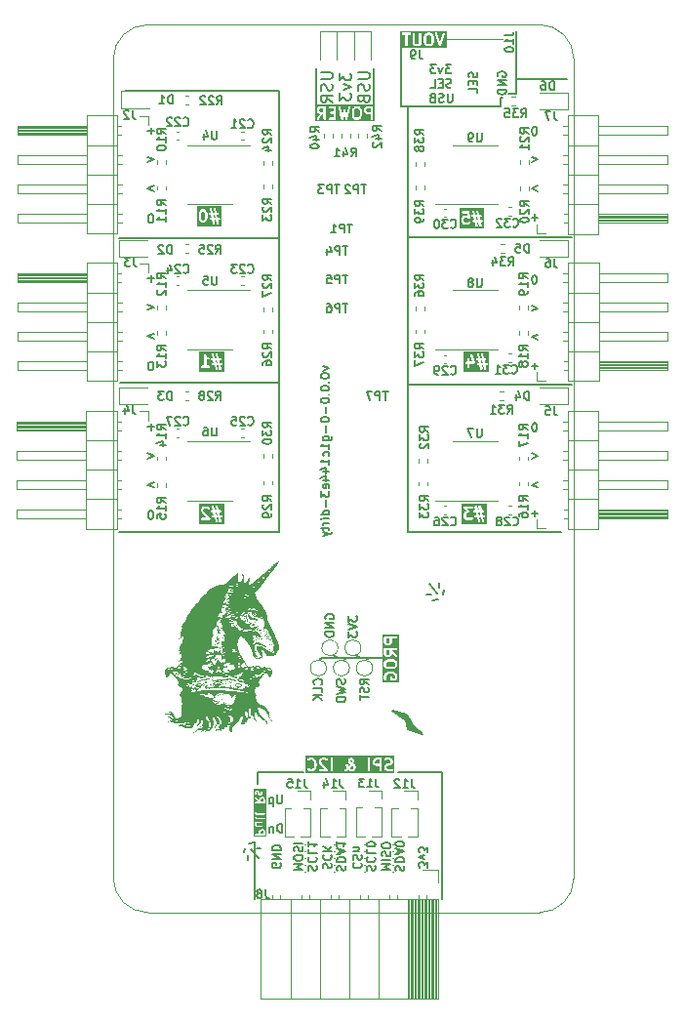
<source format=gbr>
%TF.GenerationSoftware,KiCad,Pcbnew,7.0.7*%
%TF.CreationDate,2024-10-30T16:35:34+00:00*%
%TF.ProjectId,Ponder-Pico2,506f6e64-6572-42d5-9069-636f322e6b69,0.1*%
%TF.SameCoordinates,Original*%
%TF.FileFunction,Legend,Bot*%
%TF.FilePolarity,Positive*%
%FSLAX46Y46*%
G04 Gerber Fmt 4.6, Leading zero omitted, Abs format (unit mm)*
G04 Created by KiCad (PCBNEW 7.0.7) date 2024-10-30 16:35:34*
%MOMM*%
%LPD*%
G01*
G04 APERTURE LIST*
%ADD10C,0.150000*%
%ADD11C,0.200000*%
%ADD12C,0.120000*%
%ADD13C,0.100000*%
%TA.AperFunction,Profile*%
%ADD14C,0.100000*%
%TD*%
G04 APERTURE END LIST*
D10*
X146100000Y-132800000D02*
X146600000Y-133800000D01*
X147400000Y-134500000D01*
X146200000Y-134100000D01*
X146000000Y-133300000D01*
X144800000Y-132500000D01*
X146100000Y-132800000D01*
G36*
X146100000Y-132800000D02*
G01*
X146600000Y-133800000D01*
X147400000Y-134500000D01*
X146200000Y-134100000D01*
X146000000Y-133300000D01*
X144800000Y-132500000D01*
X146100000Y-132800000D01*
G37*
X132300000Y-145000000D02*
X132300000Y-145400000D01*
X132000000Y-144400000D02*
X131900000Y-144800000D01*
X133000000Y-144400000D02*
X133400000Y-144400000D01*
X132400000Y-144000000D02*
X132900000Y-143900000D01*
X132500000Y-144500000D02*
X133200000Y-145300000D01*
X148900000Y-121800000D02*
X148900000Y-121400000D01*
X148200000Y-122400000D02*
X147800000Y-122400000D01*
X148800000Y-122800000D02*
X148300000Y-122900000D01*
X149200000Y-122400000D02*
X149300000Y-122000000D01*
X148700000Y-122300000D02*
X148000000Y-121500000D01*
X149100000Y-148800000D02*
X149100000Y-137800000D01*
X121100000Y-91500000D02*
X135000000Y-91500000D01*
X146200000Y-104200000D02*
X160000000Y-104200000D01*
X135000000Y-78700000D02*
X121600000Y-78700000D01*
X137300000Y-146500000D02*
X137300000Y-146500000D01*
X137300000Y-145900000D02*
X137300000Y-145900000D01*
X137300000Y-145300000D02*
X137300000Y-145300000D01*
X137300000Y-144700000D02*
X137300000Y-144700000D01*
X137300000Y-144100000D02*
X137300000Y-144100000D01*
X145300000Y-137800000D02*
X149100000Y-137800000D01*
X141700000Y-127690784D02*
X142000000Y-127890784D01*
X137100000Y-137800000D02*
X133100000Y-137800000D01*
X146200000Y-104200000D02*
X146200000Y-91400000D01*
X138500000Y-128090784D02*
X138700000Y-127890784D01*
X160000000Y-77700000D02*
X155600000Y-77700000D01*
X121200000Y-104000000D02*
X135000000Y-104000000D01*
X159500000Y-117000000D02*
X146200000Y-117000000D01*
X135000000Y-78700000D02*
X135000000Y-91000000D01*
X155600000Y-79000000D02*
X154900000Y-79000000D01*
X138200000Y-79950000D02*
X138200000Y-76750000D01*
X160400000Y-104200000D02*
X146200000Y-104200000D01*
X154200000Y-79300000D02*
X154400000Y-79300000D01*
X151900000Y-80100000D02*
X154200000Y-80100000D01*
X146200000Y-91400000D02*
X160000000Y-91400000D01*
X142400000Y-146500000D02*
X142400000Y-146500000D01*
X142400000Y-145900000D02*
X142400000Y-145900000D01*
X142400000Y-145300000D02*
X142400000Y-145300000D01*
X142400000Y-144700000D02*
X142400000Y-144700000D01*
X142400000Y-144100000D02*
X142400000Y-144100000D01*
X154200000Y-80100000D02*
X154200000Y-79300000D01*
X146200000Y-80100000D02*
X154200000Y-80100000D01*
X132900000Y-148800000D02*
X132900000Y-143800000D01*
X145600000Y-80050000D02*
X145600000Y-74950000D01*
X160400000Y-91400000D02*
X146200000Y-91400000D01*
X146200000Y-91400000D02*
X146200000Y-80100000D01*
X155600000Y-79000000D02*
X155600000Y-73550000D01*
X142500000Y-128090784D02*
X142900000Y-127890784D01*
X135000000Y-91000000D02*
X135000000Y-103800000D01*
X135000000Y-103800000D02*
X135000000Y-117000000D01*
X140600000Y-128090784D02*
X140900000Y-127890784D01*
X121100000Y-117000000D02*
X135000000Y-117000000D01*
X133100000Y-138800000D02*
X133100000Y-137800000D01*
X139700000Y-127690784D02*
X140100000Y-127890784D01*
X143185000Y-79940000D02*
X143185000Y-76740000D01*
X138700000Y-127890784D02*
X144000000Y-127890784D01*
X146200000Y-117000000D02*
X146200000Y-104300000D01*
X144900000Y-146500000D02*
X144900000Y-146500000D01*
X144900000Y-145900000D02*
X144900000Y-145900000D01*
X144900000Y-145300000D02*
X144900000Y-145300000D01*
X144900000Y-144700000D02*
X144900000Y-144700000D01*
X144900000Y-144100000D02*
X144900000Y-144100000D01*
X139800000Y-146500000D02*
X139800000Y-146500000D01*
X139800000Y-145900000D02*
X139800000Y-145900000D01*
X139800000Y-145300000D02*
X139800000Y-145300000D01*
X139800000Y-144700000D02*
X139800000Y-144700000D01*
X139800000Y-144100000D02*
X139800000Y-144100000D01*
X147400000Y-80100000D02*
X145600000Y-80100000D01*
X137535300Y-146358458D02*
X137499585Y-146251316D01*
X137499585Y-146251316D02*
X137499585Y-146072744D01*
X137499585Y-146072744D02*
X137535300Y-146001316D01*
X137535300Y-146001316D02*
X137571014Y-145965601D01*
X137571014Y-145965601D02*
X137642442Y-145929887D01*
X137642442Y-145929887D02*
X137713871Y-145929887D01*
X137713871Y-145929887D02*
X137785300Y-145965601D01*
X137785300Y-145965601D02*
X137821014Y-146001316D01*
X137821014Y-146001316D02*
X137856728Y-146072744D01*
X137856728Y-146072744D02*
X137892442Y-146215601D01*
X137892442Y-146215601D02*
X137928157Y-146287030D01*
X137928157Y-146287030D02*
X137963871Y-146322744D01*
X137963871Y-146322744D02*
X138035300Y-146358458D01*
X138035300Y-146358458D02*
X138106728Y-146358458D01*
X138106728Y-146358458D02*
X138178157Y-146322744D01*
X138178157Y-146322744D02*
X138213871Y-146287030D01*
X138213871Y-146287030D02*
X138249585Y-146215601D01*
X138249585Y-146215601D02*
X138249585Y-146037030D01*
X138249585Y-146037030D02*
X138213871Y-145929887D01*
X137571014Y-145179887D02*
X137535300Y-145215601D01*
X137535300Y-145215601D02*
X137499585Y-145322744D01*
X137499585Y-145322744D02*
X137499585Y-145394172D01*
X137499585Y-145394172D02*
X137535300Y-145501315D01*
X137535300Y-145501315D02*
X137606728Y-145572744D01*
X137606728Y-145572744D02*
X137678157Y-145608458D01*
X137678157Y-145608458D02*
X137821014Y-145644172D01*
X137821014Y-145644172D02*
X137928157Y-145644172D01*
X137928157Y-145644172D02*
X138071014Y-145608458D01*
X138071014Y-145608458D02*
X138142442Y-145572744D01*
X138142442Y-145572744D02*
X138213871Y-145501315D01*
X138213871Y-145501315D02*
X138249585Y-145394172D01*
X138249585Y-145394172D02*
X138249585Y-145322744D01*
X138249585Y-145322744D02*
X138213871Y-145215601D01*
X138213871Y-145215601D02*
X138178157Y-145179887D01*
X137499585Y-144501315D02*
X137499585Y-144858458D01*
X137499585Y-144858458D02*
X138249585Y-144858458D01*
X137499585Y-143858458D02*
X137499585Y-144287029D01*
X137499585Y-144072744D02*
X138249585Y-144072744D01*
X138249585Y-144072744D02*
X138142442Y-144144172D01*
X138142442Y-144144172D02*
X138071014Y-144215601D01*
X138071014Y-144215601D02*
X138035300Y-144287029D01*
D11*
G36*
X129658045Y-102314123D02*
G01*
X129529591Y-102314123D01*
X129478798Y-102085552D01*
X129607252Y-102085552D01*
X129658045Y-102314123D01*
G37*
G36*
X130211146Y-103085096D02*
G01*
X128068554Y-103085096D01*
X128068554Y-102683121D01*
X128211411Y-102683121D01*
X128247738Y-102733121D01*
X128306517Y-102752219D01*
X128877945Y-102752219D01*
X128936724Y-102733121D01*
X128973051Y-102683121D01*
X128973051Y-102621317D01*
X128936724Y-102571317D01*
X128877945Y-102552219D01*
X128692231Y-102552219D01*
X128692231Y-101941260D01*
X128711996Y-101961025D01*
X128726438Y-101968383D01*
X128737986Y-101979757D01*
X128833223Y-102027376D01*
X128894338Y-102036581D01*
X128933108Y-102016454D01*
X129068554Y-102016454D01*
X129104881Y-102066454D01*
X129163660Y-102085552D01*
X129273919Y-102085552D01*
X129324712Y-102314123D01*
X129258898Y-102314123D01*
X129200119Y-102333221D01*
X129163792Y-102383221D01*
X129163792Y-102445025D01*
X129200119Y-102495025D01*
X129258898Y-102514123D01*
X129369156Y-102514123D01*
X129446993Y-102864388D01*
X129478387Y-102917624D01*
X129535077Y-102942239D01*
X129595409Y-102928832D01*
X129636338Y-102882524D01*
X129642231Y-102821002D01*
X129574036Y-102514123D01*
X129702489Y-102514123D01*
X129780326Y-102864388D01*
X129811720Y-102917624D01*
X129868410Y-102942239D01*
X129928742Y-102928832D01*
X129969671Y-102882524D01*
X129975564Y-102821002D01*
X129907369Y-102514123D01*
X129973183Y-102514123D01*
X130031962Y-102495025D01*
X130068289Y-102445025D01*
X130068289Y-102383221D01*
X130031962Y-102333221D01*
X129973183Y-102314123D01*
X129862924Y-102314123D01*
X129812131Y-102085552D01*
X129877945Y-102085552D01*
X129936724Y-102066454D01*
X129973051Y-102016454D01*
X129973051Y-101954650D01*
X129936724Y-101904650D01*
X129877945Y-101885552D01*
X129767687Y-101885552D01*
X129689850Y-101535287D01*
X129658456Y-101482051D01*
X129601766Y-101457435D01*
X129541434Y-101470842D01*
X129500505Y-101517151D01*
X129494612Y-101578673D01*
X129562807Y-101885552D01*
X129434354Y-101885552D01*
X129356517Y-101535287D01*
X129325123Y-101482051D01*
X129268433Y-101457435D01*
X129208101Y-101470842D01*
X129167172Y-101517151D01*
X129161279Y-101578673D01*
X129229474Y-101885552D01*
X129163660Y-101885552D01*
X129104881Y-101904650D01*
X129068554Y-101954650D01*
X129068554Y-102016454D01*
X128933108Y-102016454D01*
X128949190Y-102008105D01*
X128976830Y-101952826D01*
X128966699Y-101891859D01*
X128922666Y-101848490D01*
X128841943Y-101808129D01*
X128765180Y-101731365D01*
X128675436Y-101596749D01*
X128673784Y-101595443D01*
X128673133Y-101593440D01*
X128649675Y-101576397D01*
X128626941Y-101558436D01*
X128624837Y-101558351D01*
X128623133Y-101557113D01*
X128594143Y-101557113D01*
X128565188Y-101555945D01*
X128563436Y-101557113D01*
X128561329Y-101557113D01*
X128537874Y-101574153D01*
X128513764Y-101590227D01*
X128513033Y-101592201D01*
X128511329Y-101593440D01*
X128502373Y-101621003D01*
X128492312Y-101648188D01*
X128492881Y-101650216D01*
X128492231Y-101652219D01*
X128492231Y-102552219D01*
X128306517Y-102552219D01*
X128247738Y-102571317D01*
X128211411Y-102621317D01*
X128211411Y-102683121D01*
X128068554Y-102683121D01*
X128068554Y-101314578D01*
X130211146Y-101314578D01*
X130211146Y-103085096D01*
G37*
D10*
X157448683Y-99877914D02*
X156877255Y-100092200D01*
X156877255Y-100092200D02*
X157448683Y-100306485D01*
X140929887Y-94689164D02*
X140501316Y-94689164D01*
X140715601Y-95439164D02*
X140715601Y-94689164D01*
X140251315Y-95439164D02*
X140251315Y-94689164D01*
X140251315Y-94689164D02*
X139965601Y-94689164D01*
X139965601Y-94689164D02*
X139894172Y-94724878D01*
X139894172Y-94724878D02*
X139858458Y-94760592D01*
X139858458Y-94760592D02*
X139822744Y-94832021D01*
X139822744Y-94832021D02*
X139822744Y-94939164D01*
X139822744Y-94939164D02*
X139858458Y-95010592D01*
X139858458Y-95010592D02*
X139894172Y-95046307D01*
X139894172Y-95046307D02*
X139965601Y-95082021D01*
X139965601Y-95082021D02*
X140251315Y-95082021D01*
X139144172Y-94689164D02*
X139501315Y-94689164D01*
X139501315Y-94689164D02*
X139537029Y-95046307D01*
X139537029Y-95046307D02*
X139501315Y-95010592D01*
X139501315Y-95010592D02*
X139429887Y-94974878D01*
X139429887Y-94974878D02*
X139251315Y-94974878D01*
X139251315Y-94974878D02*
X139179887Y-95010592D01*
X139179887Y-95010592D02*
X139144172Y-95046307D01*
X139144172Y-95046307D02*
X139108458Y-95117735D01*
X139108458Y-95117735D02*
X139108458Y-95296307D01*
X139108458Y-95296307D02*
X139144172Y-95367735D01*
X139144172Y-95367735D02*
X139179887Y-95403450D01*
X139179887Y-95403450D02*
X139251315Y-95439164D01*
X139251315Y-95439164D02*
X139429887Y-95439164D01*
X139429887Y-95439164D02*
X139501315Y-95403450D01*
X139501315Y-95403450D02*
X139537029Y-95367735D01*
X123891541Y-102227914D02*
X123820112Y-102227914D01*
X123820112Y-102227914D02*
X123748684Y-102263628D01*
X123748684Y-102263628D02*
X123712970Y-102299342D01*
X123712970Y-102299342D02*
X123677255Y-102370771D01*
X123677255Y-102370771D02*
X123641541Y-102513628D01*
X123641541Y-102513628D02*
X123641541Y-102692200D01*
X123641541Y-102692200D02*
X123677255Y-102835057D01*
X123677255Y-102835057D02*
X123712970Y-102906485D01*
X123712970Y-102906485D02*
X123748684Y-102942200D01*
X123748684Y-102942200D02*
X123820112Y-102977914D01*
X123820112Y-102977914D02*
X123891541Y-102977914D01*
X123891541Y-102977914D02*
X123962970Y-102942200D01*
X123962970Y-102942200D02*
X123998684Y-102906485D01*
X123998684Y-102906485D02*
X124034398Y-102835057D01*
X124034398Y-102835057D02*
X124070112Y-102692200D01*
X124070112Y-102692200D02*
X124070112Y-102513628D01*
X124070112Y-102513628D02*
X124034398Y-102370771D01*
X124034398Y-102370771D02*
X123998684Y-102299342D01*
X123998684Y-102299342D02*
X123962970Y-102263628D01*
X123962970Y-102263628D02*
X123891541Y-102227914D01*
D11*
G36*
X152258045Y-89914123D02*
G01*
X152129591Y-89914123D01*
X152078798Y-89685552D01*
X152207252Y-89685552D01*
X152258045Y-89914123D01*
G37*
G36*
X152811146Y-90685096D02*
G01*
X150663660Y-90685096D01*
X150663660Y-90061742D01*
X150806517Y-90061742D01*
X150813640Y-90083665D01*
X150817074Y-90106463D01*
X150864693Y-90201701D01*
X150876066Y-90213248D01*
X150883425Y-90227690D01*
X150931043Y-90275310D01*
X150945486Y-90282669D01*
X150957034Y-90294043D01*
X151052271Y-90341662D01*
X151075069Y-90345095D01*
X151096993Y-90352219D01*
X151335088Y-90352219D01*
X151357011Y-90345095D01*
X151379809Y-90341662D01*
X151475047Y-90294043D01*
X151486595Y-90282668D01*
X151501037Y-90275310D01*
X151548656Y-90227690D01*
X151576714Y-90172622D01*
X151567046Y-90111580D01*
X151523343Y-90067879D01*
X151462301Y-90058211D01*
X151407233Y-90086270D01*
X151371090Y-90122413D01*
X151311481Y-90152219D01*
X151120600Y-90152219D01*
X151060990Y-90122414D01*
X151036323Y-90097746D01*
X151006517Y-90038134D01*
X151006517Y-89847254D01*
X151036322Y-89787644D01*
X151060990Y-89762975D01*
X151120600Y-89733171D01*
X151311481Y-89733171D01*
X151371090Y-89762976D01*
X151407234Y-89799119D01*
X151432327Y-89811905D01*
X151456660Y-89826118D01*
X151459636Y-89825820D01*
X151462301Y-89827178D01*
X151490123Y-89822771D01*
X151518157Y-89819968D01*
X151520389Y-89817977D01*
X151523344Y-89817510D01*
X151543263Y-89797590D01*
X151564294Y-89778846D01*
X151564930Y-89775923D01*
X151567046Y-89773808D01*
X151571452Y-89745984D01*
X151577449Y-89718459D01*
X151567248Y-89616454D01*
X151668554Y-89616454D01*
X151704881Y-89666454D01*
X151763660Y-89685552D01*
X151873919Y-89685552D01*
X151924712Y-89914123D01*
X151858898Y-89914123D01*
X151800119Y-89933221D01*
X151763792Y-89983221D01*
X151763792Y-90045025D01*
X151800119Y-90095025D01*
X151858898Y-90114123D01*
X151969156Y-90114123D01*
X152046993Y-90464388D01*
X152078387Y-90517624D01*
X152135077Y-90542239D01*
X152195409Y-90528832D01*
X152236338Y-90482524D01*
X152242231Y-90421002D01*
X152174036Y-90114123D01*
X152302489Y-90114123D01*
X152380326Y-90464388D01*
X152411720Y-90517624D01*
X152468410Y-90542239D01*
X152528742Y-90528832D01*
X152569671Y-90482524D01*
X152575564Y-90421002D01*
X152507369Y-90114123D01*
X152573183Y-90114123D01*
X152631962Y-90095025D01*
X152668289Y-90045025D01*
X152668289Y-89983221D01*
X152631962Y-89933221D01*
X152573183Y-89914123D01*
X152462924Y-89914123D01*
X152412131Y-89685552D01*
X152477945Y-89685552D01*
X152536724Y-89666454D01*
X152573051Y-89616454D01*
X152573051Y-89554650D01*
X152536724Y-89504650D01*
X152477945Y-89485552D01*
X152367687Y-89485552D01*
X152289850Y-89135287D01*
X152258456Y-89082051D01*
X152201766Y-89057435D01*
X152141434Y-89070842D01*
X152100505Y-89117151D01*
X152094612Y-89178673D01*
X152162807Y-89485552D01*
X152034354Y-89485552D01*
X151956517Y-89135287D01*
X151925123Y-89082051D01*
X151868433Y-89057435D01*
X151808101Y-89070842D01*
X151767172Y-89117151D01*
X151761279Y-89178673D01*
X151829474Y-89485552D01*
X151763660Y-89485552D01*
X151704881Y-89504650D01*
X151668554Y-89554650D01*
X151668554Y-89616454D01*
X151567248Y-89616454D01*
X151529830Y-89242269D01*
X151525432Y-89232254D01*
X151525432Y-89221317D01*
X151513286Y-89204600D01*
X151504978Y-89185682D01*
X151495533Y-89180165D01*
X151489105Y-89171317D01*
X151469453Y-89164932D01*
X151451611Y-89154510D01*
X151440727Y-89155598D01*
X151430326Y-89152219D01*
X150954136Y-89152219D01*
X150895357Y-89171317D01*
X150859030Y-89221317D01*
X150859030Y-89283121D01*
X150895357Y-89333121D01*
X150954136Y-89352219D01*
X151339827Y-89352219D01*
X151358659Y-89540542D01*
X151357011Y-89540294D01*
X151335088Y-89533171D01*
X151096993Y-89533171D01*
X151075069Y-89540294D01*
X151052271Y-89543728D01*
X150957034Y-89591347D01*
X150945485Y-89602721D01*
X150931044Y-89610080D01*
X150883425Y-89657698D01*
X150876066Y-89672140D01*
X150864693Y-89683688D01*
X150817074Y-89778926D01*
X150813640Y-89801723D01*
X150806517Y-89823647D01*
X150806517Y-90061742D01*
X150663660Y-90061742D01*
X150663660Y-88914578D01*
X152811146Y-88914578D01*
X152811146Y-90685096D01*
G37*
D10*
X157448683Y-86977914D02*
X156877255Y-87192200D01*
X156877255Y-87192200D02*
X157448683Y-87406485D01*
X136299585Y-146322744D02*
X137049585Y-146322744D01*
X137049585Y-146322744D02*
X136513871Y-146072744D01*
X136513871Y-146072744D02*
X137049585Y-145822744D01*
X137049585Y-145822744D02*
X136299585Y-145822744D01*
X137049585Y-145322744D02*
X137049585Y-145179887D01*
X137049585Y-145179887D02*
X137013871Y-145108458D01*
X137013871Y-145108458D02*
X136942442Y-145037030D01*
X136942442Y-145037030D02*
X136799585Y-145001315D01*
X136799585Y-145001315D02*
X136549585Y-145001315D01*
X136549585Y-145001315D02*
X136406728Y-145037030D01*
X136406728Y-145037030D02*
X136335300Y-145108458D01*
X136335300Y-145108458D02*
X136299585Y-145179887D01*
X136299585Y-145179887D02*
X136299585Y-145322744D01*
X136299585Y-145322744D02*
X136335300Y-145394173D01*
X136335300Y-145394173D02*
X136406728Y-145465601D01*
X136406728Y-145465601D02*
X136549585Y-145501315D01*
X136549585Y-145501315D02*
X136799585Y-145501315D01*
X136799585Y-145501315D02*
X136942442Y-145465601D01*
X136942442Y-145465601D02*
X137013871Y-145394173D01*
X137013871Y-145394173D02*
X137049585Y-145322744D01*
X136335300Y-144715601D02*
X136299585Y-144608459D01*
X136299585Y-144608459D02*
X136299585Y-144429887D01*
X136299585Y-144429887D02*
X136335300Y-144358459D01*
X136335300Y-144358459D02*
X136371014Y-144322744D01*
X136371014Y-144322744D02*
X136442442Y-144287030D01*
X136442442Y-144287030D02*
X136513871Y-144287030D01*
X136513871Y-144287030D02*
X136585300Y-144322744D01*
X136585300Y-144322744D02*
X136621014Y-144358459D01*
X136621014Y-144358459D02*
X136656728Y-144429887D01*
X136656728Y-144429887D02*
X136692442Y-144572744D01*
X136692442Y-144572744D02*
X136728157Y-144644173D01*
X136728157Y-144644173D02*
X136763871Y-144679887D01*
X136763871Y-144679887D02*
X136835300Y-144715601D01*
X136835300Y-144715601D02*
X136906728Y-144715601D01*
X136906728Y-144715601D02*
X136978157Y-144679887D01*
X136978157Y-144679887D02*
X137013871Y-144644173D01*
X137013871Y-144644173D02*
X137049585Y-144572744D01*
X137049585Y-144572744D02*
X137049585Y-144394173D01*
X137049585Y-144394173D02*
X137013871Y-144287030D01*
X136299585Y-143965601D02*
X137049585Y-143965601D01*
X156877255Y-84477914D02*
X157448683Y-84692200D01*
X157448683Y-84692200D02*
X156877255Y-84906485D01*
D11*
G36*
X129458045Y-89714123D02*
G01*
X129329591Y-89714123D01*
X129278798Y-89485552D01*
X129407252Y-89485552D01*
X129458045Y-89714123D01*
G37*
G36*
X128475852Y-89182024D02*
G01*
X128500521Y-89206692D01*
X128535974Y-89277599D01*
X128577945Y-89445480D01*
X128577945Y-89658956D01*
X128535974Y-89826837D01*
X128500521Y-89897743D01*
X128475852Y-89922413D01*
X128416243Y-89952219D01*
X128368219Y-89952219D01*
X128308609Y-89922414D01*
X128283942Y-89897746D01*
X128248487Y-89826837D01*
X128206517Y-89658956D01*
X128206517Y-89445480D01*
X128248487Y-89277599D01*
X128283941Y-89206692D01*
X128308609Y-89182023D01*
X128368219Y-89152219D01*
X128416243Y-89152219D01*
X128475852Y-89182024D01*
G37*
G36*
X130011146Y-90485096D02*
G01*
X127863660Y-90485096D01*
X127863660Y-89671266D01*
X128006517Y-89671266D01*
X128010363Y-89683103D01*
X128009503Y-89695520D01*
X128057122Y-89885995D01*
X128063032Y-89895441D01*
X128064693Y-89906463D01*
X128112312Y-90001701D01*
X128123685Y-90013248D01*
X128131044Y-90027690D01*
X128178662Y-90075310D01*
X128193105Y-90082669D01*
X128204653Y-90094043D01*
X128299890Y-90141662D01*
X128322688Y-90145095D01*
X128344612Y-90152219D01*
X128439850Y-90152219D01*
X128461773Y-90145095D01*
X128484571Y-90141662D01*
X128579809Y-90094043D01*
X128591357Y-90082668D01*
X128605799Y-90075310D01*
X128653418Y-90027690D01*
X128660775Y-90013249D01*
X128672150Y-90001701D01*
X128719769Y-89906464D01*
X128721429Y-89895442D01*
X128727340Y-89885996D01*
X128774959Y-89695520D01*
X128774098Y-89683103D01*
X128777945Y-89671266D01*
X128777945Y-89433171D01*
X128774098Y-89421333D01*
X128774436Y-89416454D01*
X128868554Y-89416454D01*
X128904881Y-89466454D01*
X128963660Y-89485552D01*
X129073919Y-89485552D01*
X129124712Y-89714123D01*
X129058898Y-89714123D01*
X129000119Y-89733221D01*
X128963792Y-89783221D01*
X128963792Y-89845025D01*
X129000119Y-89895025D01*
X129058898Y-89914123D01*
X129169156Y-89914123D01*
X129246993Y-90264388D01*
X129278387Y-90317624D01*
X129335077Y-90342239D01*
X129395409Y-90328832D01*
X129436338Y-90282524D01*
X129442231Y-90221002D01*
X129374036Y-89914123D01*
X129502489Y-89914123D01*
X129580326Y-90264388D01*
X129611720Y-90317624D01*
X129668410Y-90342239D01*
X129728742Y-90328832D01*
X129769671Y-90282524D01*
X129775564Y-90221002D01*
X129707369Y-89914123D01*
X129773183Y-89914123D01*
X129831962Y-89895025D01*
X129868289Y-89845025D01*
X129868289Y-89783221D01*
X129831962Y-89733221D01*
X129773183Y-89714123D01*
X129662924Y-89714123D01*
X129612131Y-89485552D01*
X129677945Y-89485552D01*
X129736724Y-89466454D01*
X129773051Y-89416454D01*
X129773051Y-89354650D01*
X129736724Y-89304650D01*
X129677945Y-89285552D01*
X129567687Y-89285552D01*
X129489850Y-88935287D01*
X129458456Y-88882051D01*
X129401766Y-88857435D01*
X129341434Y-88870842D01*
X129300505Y-88917151D01*
X129294612Y-88978673D01*
X129362807Y-89285552D01*
X129234354Y-89285552D01*
X129156517Y-88935287D01*
X129125123Y-88882051D01*
X129068433Y-88857435D01*
X129008101Y-88870842D01*
X128967172Y-88917151D01*
X128961279Y-88978673D01*
X129029474Y-89285552D01*
X128963660Y-89285552D01*
X128904881Y-89304650D01*
X128868554Y-89354650D01*
X128868554Y-89416454D01*
X128774436Y-89416454D01*
X128774959Y-89408917D01*
X128727340Y-89218441D01*
X128721429Y-89208994D01*
X128719769Y-89197973D01*
X128672150Y-89102736D01*
X128660775Y-89091187D01*
X128653417Y-89076746D01*
X128605799Y-89029127D01*
X128591356Y-89021768D01*
X128579809Y-89010395D01*
X128484571Y-88962776D01*
X128461773Y-88959342D01*
X128439850Y-88952219D01*
X128344612Y-88952219D01*
X128322688Y-88959342D01*
X128299890Y-88962776D01*
X128204653Y-89010395D01*
X128193104Y-89021769D01*
X128178663Y-89029128D01*
X128131044Y-89076746D01*
X128123685Y-89091188D01*
X128112312Y-89102736D01*
X128064693Y-89197974D01*
X128063032Y-89208995D01*
X128057122Y-89218442D01*
X128009503Y-89408917D01*
X128010363Y-89421333D01*
X128006517Y-89433171D01*
X128006517Y-89671266D01*
X127863660Y-89671266D01*
X127863660Y-88714578D01*
X130011146Y-88714578D01*
X130011146Y-90485096D01*
G37*
D10*
X124148683Y-86977914D02*
X123577255Y-87192200D01*
X123577255Y-87192200D02*
X124148683Y-87406485D01*
X135235713Y-143039164D02*
X135235713Y-142289164D01*
X135235713Y-142289164D02*
X135057142Y-142289164D01*
X135057142Y-142289164D02*
X134949999Y-142324878D01*
X134949999Y-142324878D02*
X134878570Y-142396307D01*
X134878570Y-142396307D02*
X134842856Y-142467735D01*
X134842856Y-142467735D02*
X134807142Y-142610592D01*
X134807142Y-142610592D02*
X134807142Y-142717735D01*
X134807142Y-142717735D02*
X134842856Y-142860592D01*
X134842856Y-142860592D02*
X134878570Y-142932021D01*
X134878570Y-142932021D02*
X134949999Y-143003450D01*
X134949999Y-143003450D02*
X135057142Y-143039164D01*
X135057142Y-143039164D02*
X135235713Y-143039164D01*
X134485713Y-142539164D02*
X134485713Y-143039164D01*
X134485713Y-142610592D02*
X134449999Y-142574878D01*
X134449999Y-142574878D02*
X134378570Y-142539164D01*
X134378570Y-142539164D02*
X134271427Y-142539164D01*
X134271427Y-142539164D02*
X134199999Y-142574878D01*
X134199999Y-142574878D02*
X134164285Y-142646307D01*
X134164285Y-142646307D02*
X134164285Y-143039164D01*
X142739164Y-130196610D02*
X142382021Y-129946610D01*
X142739164Y-129768039D02*
X141989164Y-129768039D01*
X141989164Y-129768039D02*
X141989164Y-130053753D01*
X141989164Y-130053753D02*
X142024878Y-130125182D01*
X142024878Y-130125182D02*
X142060592Y-130160896D01*
X142060592Y-130160896D02*
X142132021Y-130196610D01*
X142132021Y-130196610D02*
X142239164Y-130196610D01*
X142239164Y-130196610D02*
X142310592Y-130160896D01*
X142310592Y-130160896D02*
X142346307Y-130125182D01*
X142346307Y-130125182D02*
X142382021Y-130053753D01*
X142382021Y-130053753D02*
X142382021Y-129768039D01*
X142703450Y-130482325D02*
X142739164Y-130589468D01*
X142739164Y-130589468D02*
X142739164Y-130768039D01*
X142739164Y-130768039D02*
X142703450Y-130839468D01*
X142703450Y-130839468D02*
X142667735Y-130875182D01*
X142667735Y-130875182D02*
X142596307Y-130910896D01*
X142596307Y-130910896D02*
X142524878Y-130910896D01*
X142524878Y-130910896D02*
X142453450Y-130875182D01*
X142453450Y-130875182D02*
X142417735Y-130839468D01*
X142417735Y-130839468D02*
X142382021Y-130768039D01*
X142382021Y-130768039D02*
X142346307Y-130625182D01*
X142346307Y-130625182D02*
X142310592Y-130553753D01*
X142310592Y-130553753D02*
X142274878Y-130518039D01*
X142274878Y-130518039D02*
X142203450Y-130482325D01*
X142203450Y-130482325D02*
X142132021Y-130482325D01*
X142132021Y-130482325D02*
X142060592Y-130518039D01*
X142060592Y-130518039D02*
X142024878Y-130553753D01*
X142024878Y-130553753D02*
X141989164Y-130625182D01*
X141989164Y-130625182D02*
X141989164Y-130803753D01*
X141989164Y-130803753D02*
X142024878Y-130910896D01*
X141989164Y-131125182D02*
X141989164Y-131553754D01*
X142739164Y-131339468D02*
X141989164Y-131339468D01*
X157191541Y-81827914D02*
X157120112Y-81827914D01*
X157120112Y-81827914D02*
X157048684Y-81863628D01*
X157048684Y-81863628D02*
X157012970Y-81899342D01*
X157012970Y-81899342D02*
X156977255Y-81970771D01*
X156977255Y-81970771D02*
X156941541Y-82113628D01*
X156941541Y-82113628D02*
X156941541Y-82292200D01*
X156941541Y-82292200D02*
X156977255Y-82435057D01*
X156977255Y-82435057D02*
X157012970Y-82506485D01*
X157012970Y-82506485D02*
X157048684Y-82542200D01*
X157048684Y-82542200D02*
X157120112Y-82577914D01*
X157120112Y-82577914D02*
X157191541Y-82577914D01*
X157191541Y-82577914D02*
X157262970Y-82542200D01*
X157262970Y-82542200D02*
X157298684Y-82506485D01*
X157298684Y-82506485D02*
X157334398Y-82435057D01*
X157334398Y-82435057D02*
X157370112Y-82292200D01*
X157370112Y-82292200D02*
X157370112Y-82113628D01*
X157370112Y-82113628D02*
X157334398Y-81970771D01*
X157334398Y-81970771D02*
X157298684Y-81899342D01*
X157298684Y-81899342D02*
X157262970Y-81863628D01*
X157262970Y-81863628D02*
X157191541Y-81827914D01*
X142529887Y-86889164D02*
X142101316Y-86889164D01*
X142315601Y-87639164D02*
X142315601Y-86889164D01*
X141851315Y-87639164D02*
X141851315Y-86889164D01*
X141851315Y-86889164D02*
X141565601Y-86889164D01*
X141565601Y-86889164D02*
X141494172Y-86924878D01*
X141494172Y-86924878D02*
X141458458Y-86960592D01*
X141458458Y-86960592D02*
X141422744Y-87032021D01*
X141422744Y-87032021D02*
X141422744Y-87139164D01*
X141422744Y-87139164D02*
X141458458Y-87210592D01*
X141458458Y-87210592D02*
X141494172Y-87246307D01*
X141494172Y-87246307D02*
X141565601Y-87282021D01*
X141565601Y-87282021D02*
X141851315Y-87282021D01*
X141137029Y-86960592D02*
X141101315Y-86924878D01*
X141101315Y-86924878D02*
X141029887Y-86889164D01*
X141029887Y-86889164D02*
X140851315Y-86889164D01*
X140851315Y-86889164D02*
X140779887Y-86924878D01*
X140779887Y-86924878D02*
X140744172Y-86960592D01*
X140744172Y-86960592D02*
X140708458Y-87032021D01*
X140708458Y-87032021D02*
X140708458Y-87103450D01*
X140708458Y-87103450D02*
X140744172Y-87210592D01*
X140744172Y-87210592D02*
X141172744Y-87639164D01*
X141172744Y-87639164D02*
X140708458Y-87639164D01*
X156877255Y-97377914D02*
X157448683Y-97592200D01*
X157448683Y-97592200D02*
X156877255Y-97806485D01*
X140035300Y-146358458D02*
X139999585Y-146251316D01*
X139999585Y-146251316D02*
X139999585Y-146072744D01*
X139999585Y-146072744D02*
X140035300Y-146001316D01*
X140035300Y-146001316D02*
X140071014Y-145965601D01*
X140071014Y-145965601D02*
X140142442Y-145929887D01*
X140142442Y-145929887D02*
X140213871Y-145929887D01*
X140213871Y-145929887D02*
X140285300Y-145965601D01*
X140285300Y-145965601D02*
X140321014Y-146001316D01*
X140321014Y-146001316D02*
X140356728Y-146072744D01*
X140356728Y-146072744D02*
X140392442Y-146215601D01*
X140392442Y-146215601D02*
X140428157Y-146287030D01*
X140428157Y-146287030D02*
X140463871Y-146322744D01*
X140463871Y-146322744D02*
X140535300Y-146358458D01*
X140535300Y-146358458D02*
X140606728Y-146358458D01*
X140606728Y-146358458D02*
X140678157Y-146322744D01*
X140678157Y-146322744D02*
X140713871Y-146287030D01*
X140713871Y-146287030D02*
X140749585Y-146215601D01*
X140749585Y-146215601D02*
X140749585Y-146037030D01*
X140749585Y-146037030D02*
X140713871Y-145929887D01*
X139999585Y-145608458D02*
X140749585Y-145608458D01*
X140749585Y-145608458D02*
X140749585Y-145429887D01*
X140749585Y-145429887D02*
X140713871Y-145322744D01*
X140713871Y-145322744D02*
X140642442Y-145251315D01*
X140642442Y-145251315D02*
X140571014Y-145215601D01*
X140571014Y-145215601D02*
X140428157Y-145179887D01*
X140428157Y-145179887D02*
X140321014Y-145179887D01*
X140321014Y-145179887D02*
X140178157Y-145215601D01*
X140178157Y-145215601D02*
X140106728Y-145251315D01*
X140106728Y-145251315D02*
X140035300Y-145322744D01*
X140035300Y-145322744D02*
X139999585Y-145429887D01*
X139999585Y-145429887D02*
X139999585Y-145608458D01*
X140213871Y-144894172D02*
X140213871Y-144537030D01*
X139999585Y-144965601D02*
X140749585Y-144715601D01*
X140749585Y-144715601D02*
X139999585Y-144465601D01*
X139999585Y-143822744D02*
X139999585Y-144251315D01*
X139999585Y-144037030D02*
X140749585Y-144037030D01*
X140749585Y-144037030D02*
X140642442Y-144108458D01*
X140642442Y-144108458D02*
X140571014Y-144179887D01*
X140571014Y-144179887D02*
X140535300Y-144251315D01*
X123577255Y-110177914D02*
X124148683Y-110392200D01*
X124148683Y-110392200D02*
X123577255Y-110606485D01*
X141471014Y-145694173D02*
X141435300Y-145729887D01*
X141435300Y-145729887D02*
X141399585Y-145837030D01*
X141399585Y-145837030D02*
X141399585Y-145908458D01*
X141399585Y-145908458D02*
X141435300Y-146015601D01*
X141435300Y-146015601D02*
X141506728Y-146087030D01*
X141506728Y-146087030D02*
X141578157Y-146122744D01*
X141578157Y-146122744D02*
X141721014Y-146158458D01*
X141721014Y-146158458D02*
X141828157Y-146158458D01*
X141828157Y-146158458D02*
X141971014Y-146122744D01*
X141971014Y-146122744D02*
X142042442Y-146087030D01*
X142042442Y-146087030D02*
X142113871Y-146015601D01*
X142113871Y-146015601D02*
X142149585Y-145908458D01*
X142149585Y-145908458D02*
X142149585Y-145837030D01*
X142149585Y-145837030D02*
X142113871Y-145729887D01*
X142113871Y-145729887D02*
X142078157Y-145694173D01*
X141435300Y-145408458D02*
X141399585Y-145301316D01*
X141399585Y-145301316D02*
X141399585Y-145122744D01*
X141399585Y-145122744D02*
X141435300Y-145051316D01*
X141435300Y-145051316D02*
X141471014Y-145015601D01*
X141471014Y-145015601D02*
X141542442Y-144979887D01*
X141542442Y-144979887D02*
X141613871Y-144979887D01*
X141613871Y-144979887D02*
X141685300Y-145015601D01*
X141685300Y-145015601D02*
X141721014Y-145051316D01*
X141721014Y-145051316D02*
X141756728Y-145122744D01*
X141756728Y-145122744D02*
X141792442Y-145265601D01*
X141792442Y-145265601D02*
X141828157Y-145337030D01*
X141828157Y-145337030D02*
X141863871Y-145372744D01*
X141863871Y-145372744D02*
X141935300Y-145408458D01*
X141935300Y-145408458D02*
X142006728Y-145408458D01*
X142006728Y-145408458D02*
X142078157Y-145372744D01*
X142078157Y-145372744D02*
X142113871Y-145337030D01*
X142113871Y-145337030D02*
X142149585Y-145265601D01*
X142149585Y-145265601D02*
X142149585Y-145087030D01*
X142149585Y-145087030D02*
X142113871Y-144979887D01*
X141899585Y-144658458D02*
X141399585Y-144658458D01*
X141828157Y-144658458D02*
X141863871Y-144622744D01*
X141863871Y-144622744D02*
X141899585Y-144551315D01*
X141899585Y-144551315D02*
X141899585Y-144444172D01*
X141899585Y-144444172D02*
X141863871Y-144372744D01*
X141863871Y-144372744D02*
X141792442Y-144337030D01*
X141792442Y-144337030D02*
X141399585Y-144337030D01*
X139024878Y-124527814D02*
X138989164Y-124456386D01*
X138989164Y-124456386D02*
X138989164Y-124349243D01*
X138989164Y-124349243D02*
X139024878Y-124242100D01*
X139024878Y-124242100D02*
X139096307Y-124170671D01*
X139096307Y-124170671D02*
X139167735Y-124134957D01*
X139167735Y-124134957D02*
X139310592Y-124099243D01*
X139310592Y-124099243D02*
X139417735Y-124099243D01*
X139417735Y-124099243D02*
X139560592Y-124134957D01*
X139560592Y-124134957D02*
X139632021Y-124170671D01*
X139632021Y-124170671D02*
X139703450Y-124242100D01*
X139703450Y-124242100D02*
X139739164Y-124349243D01*
X139739164Y-124349243D02*
X139739164Y-124420671D01*
X139739164Y-124420671D02*
X139703450Y-124527814D01*
X139703450Y-124527814D02*
X139667735Y-124563528D01*
X139667735Y-124563528D02*
X139417735Y-124563528D01*
X139417735Y-124563528D02*
X139417735Y-124420671D01*
X139739164Y-124884957D02*
X138989164Y-124884957D01*
X138989164Y-124884957D02*
X139739164Y-125313528D01*
X139739164Y-125313528D02*
X138989164Y-125313528D01*
X139739164Y-125670671D02*
X138989164Y-125670671D01*
X138989164Y-125670671D02*
X138989164Y-125849242D01*
X138989164Y-125849242D02*
X139024878Y-125956385D01*
X139024878Y-125956385D02*
X139096307Y-126027814D01*
X139096307Y-126027814D02*
X139167735Y-126063528D01*
X139167735Y-126063528D02*
X139310592Y-126099242D01*
X139310592Y-126099242D02*
X139417735Y-126099242D01*
X139417735Y-126099242D02*
X139560592Y-126063528D01*
X139560592Y-126063528D02*
X139632021Y-126027814D01*
X139632021Y-126027814D02*
X139703450Y-125956385D01*
X139703450Y-125956385D02*
X139739164Y-125849242D01*
X139739164Y-125849242D02*
X139739164Y-125670671D01*
X140989164Y-124277813D02*
X140989164Y-124742099D01*
X140989164Y-124742099D02*
X141274878Y-124492099D01*
X141274878Y-124492099D02*
X141274878Y-124599242D01*
X141274878Y-124599242D02*
X141310592Y-124670671D01*
X141310592Y-124670671D02*
X141346307Y-124706385D01*
X141346307Y-124706385D02*
X141417735Y-124742099D01*
X141417735Y-124742099D02*
X141596307Y-124742099D01*
X141596307Y-124742099D02*
X141667735Y-124706385D01*
X141667735Y-124706385D02*
X141703450Y-124670671D01*
X141703450Y-124670671D02*
X141739164Y-124599242D01*
X141739164Y-124599242D02*
X141739164Y-124384956D01*
X141739164Y-124384956D02*
X141703450Y-124313528D01*
X141703450Y-124313528D02*
X141667735Y-124277813D01*
X140989164Y-124956385D02*
X141739164Y-125206385D01*
X141739164Y-125206385D02*
X140989164Y-125456385D01*
X140989164Y-125634956D02*
X140989164Y-126099242D01*
X140989164Y-126099242D02*
X141274878Y-125849242D01*
X141274878Y-125849242D02*
X141274878Y-125956385D01*
X141274878Y-125956385D02*
X141310592Y-126027814D01*
X141310592Y-126027814D02*
X141346307Y-126063528D01*
X141346307Y-126063528D02*
X141417735Y-126099242D01*
X141417735Y-126099242D02*
X141596307Y-126099242D01*
X141596307Y-126099242D02*
X141667735Y-126063528D01*
X141667735Y-126063528D02*
X141703450Y-126027814D01*
X141703450Y-126027814D02*
X141739164Y-125956385D01*
X141739164Y-125956385D02*
X141739164Y-125742099D01*
X141739164Y-125742099D02*
X141703450Y-125670671D01*
X141703450Y-125670671D02*
X141667735Y-125634956D01*
X124148683Y-99777914D02*
X123577255Y-99992200D01*
X123577255Y-99992200D02*
X124148683Y-100206485D01*
X140229887Y-86889164D02*
X139801316Y-86889164D01*
X140015601Y-87639164D02*
X140015601Y-86889164D01*
X139551315Y-87639164D02*
X139551315Y-86889164D01*
X139551315Y-86889164D02*
X139265601Y-86889164D01*
X139265601Y-86889164D02*
X139194172Y-86924878D01*
X139194172Y-86924878D02*
X139158458Y-86960592D01*
X139158458Y-86960592D02*
X139122744Y-87032021D01*
X139122744Y-87032021D02*
X139122744Y-87139164D01*
X139122744Y-87139164D02*
X139158458Y-87210592D01*
X139158458Y-87210592D02*
X139194172Y-87246307D01*
X139194172Y-87246307D02*
X139265601Y-87282021D01*
X139265601Y-87282021D02*
X139551315Y-87282021D01*
X138872744Y-86889164D02*
X138408458Y-86889164D01*
X138408458Y-86889164D02*
X138658458Y-87174878D01*
X138658458Y-87174878D02*
X138551315Y-87174878D01*
X138551315Y-87174878D02*
X138479887Y-87210592D01*
X138479887Y-87210592D02*
X138444172Y-87246307D01*
X138444172Y-87246307D02*
X138408458Y-87317735D01*
X138408458Y-87317735D02*
X138408458Y-87496307D01*
X138408458Y-87496307D02*
X138444172Y-87567735D01*
X138444172Y-87567735D02*
X138479887Y-87603450D01*
X138479887Y-87603450D02*
X138551315Y-87639164D01*
X138551315Y-87639164D02*
X138765601Y-87639164D01*
X138765601Y-87639164D02*
X138837029Y-87603450D01*
X138837029Y-87603450D02*
X138872744Y-87567735D01*
X124148683Y-94992200D02*
X123577255Y-94992200D01*
X123862969Y-95277914D02*
X123862969Y-94706485D01*
X149894173Y-76450414D02*
X149429887Y-76450414D01*
X149429887Y-76450414D02*
X149679887Y-76736128D01*
X149679887Y-76736128D02*
X149572744Y-76736128D01*
X149572744Y-76736128D02*
X149501316Y-76771842D01*
X149501316Y-76771842D02*
X149465601Y-76807557D01*
X149465601Y-76807557D02*
X149429887Y-76878985D01*
X149429887Y-76878985D02*
X149429887Y-77057557D01*
X149429887Y-77057557D02*
X149465601Y-77128985D01*
X149465601Y-77128985D02*
X149501316Y-77164700D01*
X149501316Y-77164700D02*
X149572744Y-77200414D01*
X149572744Y-77200414D02*
X149787030Y-77200414D01*
X149787030Y-77200414D02*
X149858458Y-77164700D01*
X149858458Y-77164700D02*
X149894173Y-77128985D01*
X149179887Y-76700414D02*
X149001315Y-77200414D01*
X149001315Y-77200414D02*
X148822744Y-76700414D01*
X148608458Y-76450414D02*
X148144172Y-76450414D01*
X148144172Y-76450414D02*
X148394172Y-76736128D01*
X148394172Y-76736128D02*
X148287029Y-76736128D01*
X148287029Y-76736128D02*
X148215601Y-76771842D01*
X148215601Y-76771842D02*
X148179886Y-76807557D01*
X148179886Y-76807557D02*
X148144172Y-76878985D01*
X148144172Y-76878985D02*
X148144172Y-77057557D01*
X148144172Y-77057557D02*
X148179886Y-77128985D01*
X148179886Y-77128985D02*
X148215601Y-77164700D01*
X148215601Y-77164700D02*
X148287029Y-77200414D01*
X148287029Y-77200414D02*
X148501315Y-77200414D01*
X148501315Y-77200414D02*
X148572743Y-77164700D01*
X148572743Y-77164700D02*
X148608458Y-77128985D01*
X147870835Y-146091542D02*
X147870835Y-145627256D01*
X147870835Y-145627256D02*
X147585121Y-145877256D01*
X147585121Y-145877256D02*
X147585121Y-145770113D01*
X147585121Y-145770113D02*
X147549407Y-145698685D01*
X147549407Y-145698685D02*
X147513692Y-145662970D01*
X147513692Y-145662970D02*
X147442264Y-145627256D01*
X147442264Y-145627256D02*
X147263692Y-145627256D01*
X147263692Y-145627256D02*
X147192264Y-145662970D01*
X147192264Y-145662970D02*
X147156550Y-145698685D01*
X147156550Y-145698685D02*
X147120835Y-145770113D01*
X147120835Y-145770113D02*
X147120835Y-145984399D01*
X147120835Y-145984399D02*
X147156550Y-146055827D01*
X147156550Y-146055827D02*
X147192264Y-146091542D01*
X147620835Y-145377256D02*
X147120835Y-145198684D01*
X147120835Y-145198684D02*
X147620835Y-145020113D01*
X147870835Y-144805827D02*
X147870835Y-144341541D01*
X147870835Y-144341541D02*
X147585121Y-144591541D01*
X147585121Y-144591541D02*
X147585121Y-144484398D01*
X147585121Y-144484398D02*
X147549407Y-144412970D01*
X147549407Y-144412970D02*
X147513692Y-144377255D01*
X147513692Y-144377255D02*
X147442264Y-144341541D01*
X147442264Y-144341541D02*
X147263692Y-144341541D01*
X147263692Y-144341541D02*
X147192264Y-144377255D01*
X147192264Y-144377255D02*
X147156550Y-144412970D01*
X147156550Y-144412970D02*
X147120835Y-144484398D01*
X147120835Y-144484398D02*
X147120835Y-144698684D01*
X147120835Y-144698684D02*
X147156550Y-144770112D01*
X147156550Y-144770112D02*
X147192264Y-144805827D01*
X157448683Y-102592200D02*
X156877255Y-102592200D01*
X157162969Y-102877914D02*
X157162969Y-102306485D01*
D11*
G36*
X152458045Y-115514123D02*
G01*
X152329591Y-115514123D01*
X152278798Y-115285552D01*
X152407252Y-115285552D01*
X152458045Y-115514123D01*
G37*
G36*
X153011146Y-116285096D02*
G01*
X150863660Y-116285096D01*
X150863660Y-115661742D01*
X151006517Y-115661742D01*
X151013640Y-115683665D01*
X151017074Y-115706463D01*
X151064693Y-115801701D01*
X151076066Y-115813248D01*
X151083425Y-115827690D01*
X151131043Y-115875310D01*
X151145486Y-115882669D01*
X151157034Y-115894043D01*
X151252271Y-115941662D01*
X151275069Y-115945095D01*
X151296993Y-115952219D01*
X151582707Y-115952219D01*
X151604630Y-115945095D01*
X151627428Y-115941662D01*
X151722666Y-115894043D01*
X151734214Y-115882668D01*
X151748656Y-115875310D01*
X151796275Y-115827690D01*
X151824333Y-115772622D01*
X151814665Y-115711580D01*
X151770962Y-115667879D01*
X151709920Y-115658211D01*
X151654852Y-115686270D01*
X151618709Y-115722413D01*
X151559100Y-115752219D01*
X151320600Y-115752219D01*
X151260990Y-115722414D01*
X151236323Y-115697746D01*
X151206517Y-115638134D01*
X151206517Y-115447254D01*
X151236322Y-115387644D01*
X151260990Y-115362975D01*
X151320600Y-115333171D01*
X151439850Y-115333171D01*
X151459079Y-115326922D01*
X151479222Y-115325095D01*
X151487795Y-115317592D01*
X151498629Y-115314073D01*
X151510514Y-115297714D01*
X151525734Y-115284397D01*
X151528260Y-115273288D01*
X151534956Y-115264073D01*
X151534956Y-115243851D01*
X151539441Y-115224132D01*
X151536153Y-115216454D01*
X151868554Y-115216454D01*
X151904881Y-115266454D01*
X151963660Y-115285552D01*
X152073919Y-115285552D01*
X152124712Y-115514123D01*
X152058898Y-115514123D01*
X152000119Y-115533221D01*
X151963792Y-115583221D01*
X151963792Y-115645025D01*
X152000119Y-115695025D01*
X152058898Y-115714123D01*
X152169156Y-115714123D01*
X152246993Y-116064388D01*
X152278387Y-116117624D01*
X152335077Y-116142239D01*
X152395409Y-116128832D01*
X152436338Y-116082524D01*
X152442231Y-116021002D01*
X152374036Y-115714123D01*
X152502489Y-115714123D01*
X152580326Y-116064388D01*
X152611720Y-116117624D01*
X152668410Y-116142239D01*
X152728742Y-116128832D01*
X152769671Y-116082524D01*
X152775564Y-116021002D01*
X152707369Y-115714123D01*
X152773183Y-115714123D01*
X152831962Y-115695025D01*
X152868289Y-115645025D01*
X152868289Y-115583221D01*
X152831962Y-115533221D01*
X152773183Y-115514123D01*
X152662924Y-115514123D01*
X152612131Y-115285552D01*
X152677945Y-115285552D01*
X152736724Y-115266454D01*
X152773051Y-115216454D01*
X152773051Y-115154650D01*
X152736724Y-115104650D01*
X152677945Y-115085552D01*
X152567687Y-115085552D01*
X152489850Y-114735287D01*
X152458456Y-114682051D01*
X152401766Y-114657435D01*
X152341434Y-114670842D01*
X152300505Y-114717151D01*
X152294612Y-114778673D01*
X152362807Y-115085552D01*
X152234354Y-115085552D01*
X152156517Y-114735287D01*
X152125123Y-114682051D01*
X152068433Y-114657435D01*
X152008101Y-114670842D01*
X151967172Y-114717151D01*
X151961279Y-114778673D01*
X152029474Y-115085552D01*
X151963660Y-115085552D01*
X151904881Y-115104650D01*
X151868554Y-115154650D01*
X151868554Y-115216454D01*
X151536153Y-115216454D01*
X151534956Y-115213660D01*
X151534956Y-115202269D01*
X151523069Y-115185908D01*
X151515108Y-115167321D01*
X151326894Y-114952219D01*
X151725564Y-114952219D01*
X151784343Y-114933121D01*
X151820670Y-114883121D01*
X151820670Y-114821317D01*
X151784343Y-114771317D01*
X151725564Y-114752219D01*
X151106517Y-114752219D01*
X151087287Y-114758467D01*
X151067145Y-114760295D01*
X151058571Y-114767797D01*
X151047738Y-114771317D01*
X151035851Y-114787677D01*
X151020633Y-114800994D01*
X151018106Y-114812101D01*
X151011411Y-114821317D01*
X151011411Y-114841539D01*
X151006926Y-114861258D01*
X151011411Y-114871729D01*
X151011411Y-114883121D01*
X151023297Y-114899481D01*
X151031259Y-114918069D01*
X151235880Y-115151923D01*
X151157034Y-115191347D01*
X151145485Y-115202721D01*
X151131044Y-115210080D01*
X151083425Y-115257698D01*
X151076066Y-115272140D01*
X151064693Y-115283688D01*
X151017074Y-115378926D01*
X151013640Y-115401723D01*
X151006517Y-115423647D01*
X151006517Y-115661742D01*
X150863660Y-115661742D01*
X150863660Y-114514578D01*
X153011146Y-114514578D01*
X153011146Y-116285096D01*
G37*
D10*
X124148683Y-82192200D02*
X123577255Y-82192200D01*
X123862969Y-82477914D02*
X123862969Y-81906485D01*
X156877255Y-110177914D02*
X157448683Y-110392200D01*
X157448683Y-110392200D02*
X156877255Y-110606485D01*
X124148683Y-112677914D02*
X123577255Y-112892200D01*
X123577255Y-112892200D02*
X124148683Y-113106485D01*
X140929887Y-97189164D02*
X140501316Y-97189164D01*
X140715601Y-97939164D02*
X140715601Y-97189164D01*
X140251315Y-97939164D02*
X140251315Y-97189164D01*
X140251315Y-97189164D02*
X139965601Y-97189164D01*
X139965601Y-97189164D02*
X139894172Y-97224878D01*
X139894172Y-97224878D02*
X139858458Y-97260592D01*
X139858458Y-97260592D02*
X139822744Y-97332021D01*
X139822744Y-97332021D02*
X139822744Y-97439164D01*
X139822744Y-97439164D02*
X139858458Y-97510592D01*
X139858458Y-97510592D02*
X139894172Y-97546307D01*
X139894172Y-97546307D02*
X139965601Y-97582021D01*
X139965601Y-97582021D02*
X140251315Y-97582021D01*
X139179887Y-97189164D02*
X139322744Y-97189164D01*
X139322744Y-97189164D02*
X139394172Y-97224878D01*
X139394172Y-97224878D02*
X139429887Y-97260592D01*
X139429887Y-97260592D02*
X139501315Y-97367735D01*
X139501315Y-97367735D02*
X139537029Y-97510592D01*
X139537029Y-97510592D02*
X139537029Y-97796307D01*
X139537029Y-97796307D02*
X139501315Y-97867735D01*
X139501315Y-97867735D02*
X139465601Y-97903450D01*
X139465601Y-97903450D02*
X139394172Y-97939164D01*
X139394172Y-97939164D02*
X139251315Y-97939164D01*
X139251315Y-97939164D02*
X139179887Y-97903450D01*
X139179887Y-97903450D02*
X139144172Y-97867735D01*
X139144172Y-97867735D02*
X139108458Y-97796307D01*
X139108458Y-97796307D02*
X139108458Y-97617735D01*
X139108458Y-97617735D02*
X139144172Y-97546307D01*
X139144172Y-97546307D02*
X139179887Y-97510592D01*
X139179887Y-97510592D02*
X139251315Y-97474878D01*
X139251315Y-97474878D02*
X139394172Y-97474878D01*
X139394172Y-97474878D02*
X139465601Y-97510592D01*
X139465601Y-97510592D02*
X139501315Y-97546307D01*
X139501315Y-97546307D02*
X139537029Y-97617735D01*
X138835300Y-146158458D02*
X138799585Y-146051316D01*
X138799585Y-146051316D02*
X138799585Y-145872744D01*
X138799585Y-145872744D02*
X138835300Y-145801316D01*
X138835300Y-145801316D02*
X138871014Y-145765601D01*
X138871014Y-145765601D02*
X138942442Y-145729887D01*
X138942442Y-145729887D02*
X139013871Y-145729887D01*
X139013871Y-145729887D02*
X139085300Y-145765601D01*
X139085300Y-145765601D02*
X139121014Y-145801316D01*
X139121014Y-145801316D02*
X139156728Y-145872744D01*
X139156728Y-145872744D02*
X139192442Y-146015601D01*
X139192442Y-146015601D02*
X139228157Y-146087030D01*
X139228157Y-146087030D02*
X139263871Y-146122744D01*
X139263871Y-146122744D02*
X139335300Y-146158458D01*
X139335300Y-146158458D02*
X139406728Y-146158458D01*
X139406728Y-146158458D02*
X139478157Y-146122744D01*
X139478157Y-146122744D02*
X139513871Y-146087030D01*
X139513871Y-146087030D02*
X139549585Y-146015601D01*
X139549585Y-146015601D02*
X139549585Y-145837030D01*
X139549585Y-145837030D02*
X139513871Y-145729887D01*
X138871014Y-144979887D02*
X138835300Y-145015601D01*
X138835300Y-145015601D02*
X138799585Y-145122744D01*
X138799585Y-145122744D02*
X138799585Y-145194172D01*
X138799585Y-145194172D02*
X138835300Y-145301315D01*
X138835300Y-145301315D02*
X138906728Y-145372744D01*
X138906728Y-145372744D02*
X138978157Y-145408458D01*
X138978157Y-145408458D02*
X139121014Y-145444172D01*
X139121014Y-145444172D02*
X139228157Y-145444172D01*
X139228157Y-145444172D02*
X139371014Y-145408458D01*
X139371014Y-145408458D02*
X139442442Y-145372744D01*
X139442442Y-145372744D02*
X139513871Y-145301315D01*
X139513871Y-145301315D02*
X139549585Y-145194172D01*
X139549585Y-145194172D02*
X139549585Y-145122744D01*
X139549585Y-145122744D02*
X139513871Y-145015601D01*
X139513871Y-145015601D02*
X139478157Y-144979887D01*
X138799585Y-144658458D02*
X139549585Y-144658458D01*
X138799585Y-144229887D02*
X139228157Y-144551315D01*
X139549585Y-144229887D02*
X139121014Y-144658458D01*
X138667735Y-130196610D02*
X138703450Y-130160896D01*
X138703450Y-130160896D02*
X138739164Y-130053753D01*
X138739164Y-130053753D02*
X138739164Y-129982325D01*
X138739164Y-129982325D02*
X138703450Y-129875182D01*
X138703450Y-129875182D02*
X138632021Y-129803753D01*
X138632021Y-129803753D02*
X138560592Y-129768039D01*
X138560592Y-129768039D02*
X138417735Y-129732325D01*
X138417735Y-129732325D02*
X138310592Y-129732325D01*
X138310592Y-129732325D02*
X138167735Y-129768039D01*
X138167735Y-129768039D02*
X138096307Y-129803753D01*
X138096307Y-129803753D02*
X138024878Y-129875182D01*
X138024878Y-129875182D02*
X137989164Y-129982325D01*
X137989164Y-129982325D02*
X137989164Y-130053753D01*
X137989164Y-130053753D02*
X138024878Y-130160896D01*
X138024878Y-130160896D02*
X138060592Y-130196610D01*
X138739164Y-130875182D02*
X138739164Y-130518039D01*
X138739164Y-130518039D02*
X137989164Y-130518039D01*
X138739164Y-131125182D02*
X137989164Y-131125182D01*
X138739164Y-131553753D02*
X138310592Y-131232325D01*
X137989164Y-131553753D02*
X138417735Y-131125182D01*
X142635300Y-146358458D02*
X142599585Y-146251316D01*
X142599585Y-146251316D02*
X142599585Y-146072744D01*
X142599585Y-146072744D02*
X142635300Y-146001316D01*
X142635300Y-146001316D02*
X142671014Y-145965601D01*
X142671014Y-145965601D02*
X142742442Y-145929887D01*
X142742442Y-145929887D02*
X142813871Y-145929887D01*
X142813871Y-145929887D02*
X142885300Y-145965601D01*
X142885300Y-145965601D02*
X142921014Y-146001316D01*
X142921014Y-146001316D02*
X142956728Y-146072744D01*
X142956728Y-146072744D02*
X142992442Y-146215601D01*
X142992442Y-146215601D02*
X143028157Y-146287030D01*
X143028157Y-146287030D02*
X143063871Y-146322744D01*
X143063871Y-146322744D02*
X143135300Y-146358458D01*
X143135300Y-146358458D02*
X143206728Y-146358458D01*
X143206728Y-146358458D02*
X143278157Y-146322744D01*
X143278157Y-146322744D02*
X143313871Y-146287030D01*
X143313871Y-146287030D02*
X143349585Y-146215601D01*
X143349585Y-146215601D02*
X143349585Y-146037030D01*
X143349585Y-146037030D02*
X143313871Y-145929887D01*
X142671014Y-145179887D02*
X142635300Y-145215601D01*
X142635300Y-145215601D02*
X142599585Y-145322744D01*
X142599585Y-145322744D02*
X142599585Y-145394172D01*
X142599585Y-145394172D02*
X142635300Y-145501315D01*
X142635300Y-145501315D02*
X142706728Y-145572744D01*
X142706728Y-145572744D02*
X142778157Y-145608458D01*
X142778157Y-145608458D02*
X142921014Y-145644172D01*
X142921014Y-145644172D02*
X143028157Y-145644172D01*
X143028157Y-145644172D02*
X143171014Y-145608458D01*
X143171014Y-145608458D02*
X143242442Y-145572744D01*
X143242442Y-145572744D02*
X143313871Y-145501315D01*
X143313871Y-145501315D02*
X143349585Y-145394172D01*
X143349585Y-145394172D02*
X143349585Y-145322744D01*
X143349585Y-145322744D02*
X143313871Y-145215601D01*
X143313871Y-145215601D02*
X143278157Y-145179887D01*
X142599585Y-144501315D02*
X142599585Y-144858458D01*
X142599585Y-144858458D02*
X143349585Y-144858458D01*
X143349585Y-144108458D02*
X143349585Y-144037029D01*
X143349585Y-144037029D02*
X143313871Y-143965601D01*
X143313871Y-143965601D02*
X143278157Y-143929887D01*
X143278157Y-143929887D02*
X143206728Y-143894172D01*
X143206728Y-143894172D02*
X143063871Y-143858458D01*
X143063871Y-143858458D02*
X142885300Y-143858458D01*
X142885300Y-143858458D02*
X142742442Y-143894172D01*
X142742442Y-143894172D02*
X142671014Y-143929887D01*
X142671014Y-143929887D02*
X142635300Y-143965601D01*
X142635300Y-143965601D02*
X142599585Y-144037029D01*
X142599585Y-144037029D02*
X142599585Y-144108458D01*
X142599585Y-144108458D02*
X142635300Y-144179887D01*
X142635300Y-144179887D02*
X142671014Y-144215601D01*
X142671014Y-144215601D02*
X142742442Y-144251315D01*
X142742442Y-144251315D02*
X142885300Y-144287029D01*
X142885300Y-144287029D02*
X143063871Y-144287029D01*
X143063871Y-144287029D02*
X143206728Y-144251315D01*
X143206728Y-144251315D02*
X143278157Y-144215601D01*
X143278157Y-144215601D02*
X143313871Y-144179887D01*
X143313871Y-144179887D02*
X143349585Y-144108458D01*
D11*
G36*
X148118708Y-73897023D02*
G01*
X148182887Y-73961202D01*
X148220801Y-74112861D01*
X148220801Y-74421575D01*
X148182886Y-74573235D01*
X148118710Y-74637413D01*
X148059100Y-74667219D01*
X147915838Y-74667219D01*
X147856228Y-74637414D01*
X147792051Y-74573236D01*
X147754136Y-74421575D01*
X147754136Y-74112862D01*
X147792051Y-73961201D01*
X147856230Y-73897023D01*
X147915838Y-73867219D01*
X148059100Y-73867219D01*
X148118708Y-73897023D01*
G37*
G36*
X149511378Y-75010076D02*
G01*
X145511411Y-75010076D01*
X145511411Y-73798121D01*
X145654268Y-73798121D01*
X145690595Y-73848121D01*
X145749374Y-73867219D01*
X145935088Y-73867219D01*
X145935088Y-74767219D01*
X145954186Y-74825998D01*
X146004186Y-74862325D01*
X146065990Y-74862325D01*
X146115990Y-74825998D01*
X146135088Y-74767219D01*
X146135088Y-74576742D01*
X146554136Y-74576742D01*
X146561259Y-74598665D01*
X146564693Y-74621463D01*
X146612312Y-74716701D01*
X146623685Y-74728248D01*
X146631044Y-74742690D01*
X146678662Y-74790310D01*
X146693105Y-74797669D01*
X146704653Y-74809043D01*
X146799890Y-74856662D01*
X146822688Y-74860095D01*
X146844612Y-74867219D01*
X147035088Y-74867219D01*
X147057011Y-74860095D01*
X147079809Y-74856662D01*
X147175047Y-74809043D01*
X147186595Y-74797668D01*
X147201037Y-74790310D01*
X147248656Y-74742690D01*
X147256013Y-74728249D01*
X147267388Y-74716701D01*
X147315007Y-74621464D01*
X147318440Y-74598665D01*
X147325564Y-74576742D01*
X147325564Y-74433885D01*
X147554136Y-74433885D01*
X147557982Y-74445722D01*
X147557122Y-74458139D01*
X147604741Y-74648614D01*
X147618914Y-74671264D01*
X147631044Y-74695071D01*
X147726282Y-74790311D01*
X147740725Y-74797670D01*
X147752272Y-74809043D01*
X147847509Y-74856662D01*
X147870307Y-74860095D01*
X147892231Y-74867219D01*
X148082707Y-74867219D01*
X148104630Y-74860095D01*
X148127428Y-74856662D01*
X148222666Y-74809043D01*
X148234214Y-74797668D01*
X148248656Y-74790310D01*
X148343894Y-74695071D01*
X148356025Y-74671262D01*
X148370197Y-74648615D01*
X148417816Y-74458139D01*
X148416955Y-74445722D01*
X148420802Y-74433885D01*
X148420802Y-74100552D01*
X148416955Y-74088714D01*
X148417816Y-74076298D01*
X148370197Y-73885822D01*
X148356024Y-73863173D01*
X148343894Y-73839365D01*
X148248656Y-73744127D01*
X148234747Y-73737040D01*
X148511179Y-73737040D01*
X148511649Y-73798842D01*
X148844982Y-74798841D01*
X148862892Y-74823104D01*
X148880459Y-74847672D01*
X148881213Y-74847923D01*
X148881687Y-74848565D01*
X148910452Y-74857670D01*
X148939091Y-74867217D01*
X148939851Y-74866976D01*
X148940609Y-74867216D01*
X148969187Y-74857689D01*
X148998013Y-74848565D01*
X148998486Y-74847923D01*
X148999241Y-74847672D01*
X149016795Y-74823120D01*
X149034718Y-74798842D01*
X149368051Y-73798842D01*
X149368521Y-73737040D01*
X149332574Y-73686766D01*
X149273942Y-73667222D01*
X149215020Y-73685873D01*
X149178315Y-73735597D01*
X148939850Y-74450991D01*
X148701385Y-73735596D01*
X148664680Y-73685873D01*
X148605758Y-73667221D01*
X148547126Y-73686766D01*
X148511179Y-73737040D01*
X148234747Y-73737040D01*
X148234213Y-73736768D01*
X148222666Y-73725395D01*
X148127428Y-73677776D01*
X148104630Y-73674342D01*
X148082707Y-73667219D01*
X147892231Y-73667219D01*
X147870307Y-73674342D01*
X147847509Y-73677776D01*
X147752272Y-73725395D01*
X147740724Y-73736768D01*
X147726282Y-73744127D01*
X147631044Y-73839365D01*
X147618912Y-73863174D01*
X147604741Y-73885823D01*
X147557122Y-74076298D01*
X147557982Y-74088714D01*
X147554136Y-74100552D01*
X147554136Y-74433885D01*
X147325564Y-74433885D01*
X147325564Y-73767219D01*
X147306466Y-73708440D01*
X147256466Y-73672113D01*
X147194662Y-73672113D01*
X147144662Y-73708440D01*
X147125564Y-73767219D01*
X147125564Y-74553135D01*
X147095759Y-74612743D01*
X147071090Y-74637413D01*
X147011481Y-74667219D01*
X146868219Y-74667219D01*
X146808609Y-74637414D01*
X146783942Y-74612746D01*
X146754136Y-74553134D01*
X146754136Y-73767219D01*
X146735038Y-73708440D01*
X146685038Y-73672113D01*
X146623234Y-73672113D01*
X146573234Y-73708440D01*
X146554136Y-73767219D01*
X146554136Y-74576742D01*
X146135088Y-74576742D01*
X146135088Y-73867219D01*
X146320802Y-73867219D01*
X146379581Y-73848121D01*
X146415908Y-73798121D01*
X146415908Y-73736317D01*
X146379581Y-73686317D01*
X146320802Y-73667219D01*
X145749374Y-73667219D01*
X145690595Y-73686317D01*
X145654268Y-73736317D01*
X145654268Y-73798121D01*
X145511411Y-73798121D01*
X145511411Y-73524362D01*
X149511378Y-73524362D01*
X149511378Y-75010076D01*
G37*
D10*
X145135300Y-146358458D02*
X145099585Y-146251316D01*
X145099585Y-146251316D02*
X145099585Y-146072744D01*
X145099585Y-146072744D02*
X145135300Y-146001316D01*
X145135300Y-146001316D02*
X145171014Y-145965601D01*
X145171014Y-145965601D02*
X145242442Y-145929887D01*
X145242442Y-145929887D02*
X145313871Y-145929887D01*
X145313871Y-145929887D02*
X145385300Y-145965601D01*
X145385300Y-145965601D02*
X145421014Y-146001316D01*
X145421014Y-146001316D02*
X145456728Y-146072744D01*
X145456728Y-146072744D02*
X145492442Y-146215601D01*
X145492442Y-146215601D02*
X145528157Y-146287030D01*
X145528157Y-146287030D02*
X145563871Y-146322744D01*
X145563871Y-146322744D02*
X145635300Y-146358458D01*
X145635300Y-146358458D02*
X145706728Y-146358458D01*
X145706728Y-146358458D02*
X145778157Y-146322744D01*
X145778157Y-146322744D02*
X145813871Y-146287030D01*
X145813871Y-146287030D02*
X145849585Y-146215601D01*
X145849585Y-146215601D02*
X145849585Y-146037030D01*
X145849585Y-146037030D02*
X145813871Y-145929887D01*
X145099585Y-145608458D02*
X145849585Y-145608458D01*
X145849585Y-145608458D02*
X145849585Y-145429887D01*
X145849585Y-145429887D02*
X145813871Y-145322744D01*
X145813871Y-145322744D02*
X145742442Y-145251315D01*
X145742442Y-145251315D02*
X145671014Y-145215601D01*
X145671014Y-145215601D02*
X145528157Y-145179887D01*
X145528157Y-145179887D02*
X145421014Y-145179887D01*
X145421014Y-145179887D02*
X145278157Y-145215601D01*
X145278157Y-145215601D02*
X145206728Y-145251315D01*
X145206728Y-145251315D02*
X145135300Y-145322744D01*
X145135300Y-145322744D02*
X145099585Y-145429887D01*
X145099585Y-145429887D02*
X145099585Y-145608458D01*
X145313871Y-144894172D02*
X145313871Y-144537030D01*
X145099585Y-144965601D02*
X145849585Y-144715601D01*
X145849585Y-144715601D02*
X145099585Y-144465601D01*
X145849585Y-144072744D02*
X145849585Y-144001315D01*
X145849585Y-144001315D02*
X145813871Y-143929887D01*
X145813871Y-143929887D02*
X145778157Y-143894173D01*
X145778157Y-143894173D02*
X145706728Y-143858458D01*
X145706728Y-143858458D02*
X145563871Y-143822744D01*
X145563871Y-143822744D02*
X145385300Y-143822744D01*
X145385300Y-143822744D02*
X145242442Y-143858458D01*
X145242442Y-143858458D02*
X145171014Y-143894173D01*
X145171014Y-143894173D02*
X145135300Y-143929887D01*
X145135300Y-143929887D02*
X145099585Y-144001315D01*
X145099585Y-144001315D02*
X145099585Y-144072744D01*
X145099585Y-144072744D02*
X145135300Y-144144173D01*
X145135300Y-144144173D02*
X145171014Y-144179887D01*
X145171014Y-144179887D02*
X145242442Y-144215601D01*
X145242442Y-144215601D02*
X145385300Y-144251315D01*
X145385300Y-144251315D02*
X145563871Y-144251315D01*
X145563871Y-144251315D02*
X145706728Y-144215601D01*
X145706728Y-144215601D02*
X145778157Y-144179887D01*
X145778157Y-144179887D02*
X145813871Y-144144173D01*
X145813871Y-144144173D02*
X145849585Y-144072744D01*
X149930533Y-78412985D02*
X149823391Y-78448699D01*
X149823391Y-78448699D02*
X149644819Y-78448699D01*
X149644819Y-78448699D02*
X149573391Y-78412985D01*
X149573391Y-78412985D02*
X149537676Y-78377270D01*
X149537676Y-78377270D02*
X149501962Y-78305842D01*
X149501962Y-78305842D02*
X149501962Y-78234413D01*
X149501962Y-78234413D02*
X149537676Y-78162985D01*
X149537676Y-78162985D02*
X149573391Y-78127270D01*
X149573391Y-78127270D02*
X149644819Y-78091556D01*
X149644819Y-78091556D02*
X149787676Y-78055842D01*
X149787676Y-78055842D02*
X149859105Y-78020127D01*
X149859105Y-78020127D02*
X149894819Y-77984413D01*
X149894819Y-77984413D02*
X149930533Y-77912985D01*
X149930533Y-77912985D02*
X149930533Y-77841556D01*
X149930533Y-77841556D02*
X149894819Y-77770127D01*
X149894819Y-77770127D02*
X149859105Y-77734413D01*
X149859105Y-77734413D02*
X149787676Y-77698699D01*
X149787676Y-77698699D02*
X149609105Y-77698699D01*
X149609105Y-77698699D02*
X149501962Y-77734413D01*
X149180533Y-78055842D02*
X148930533Y-78055842D01*
X148823390Y-78448699D02*
X149180533Y-78448699D01*
X149180533Y-78448699D02*
X149180533Y-77698699D01*
X149180533Y-77698699D02*
X148823390Y-77698699D01*
X148144819Y-78448699D02*
X148501962Y-78448699D01*
X148501962Y-78448699D02*
X148501962Y-77698699D01*
D11*
G36*
X141380901Y-137253739D02*
G01*
X141410045Y-137282882D01*
X141439850Y-137342491D01*
X141439850Y-137438135D01*
X141410045Y-137497743D01*
X141385376Y-137522413D01*
X141325767Y-137552219D01*
X141230124Y-137552219D01*
X141170514Y-137522414D01*
X141139397Y-137491296D01*
X141130958Y-137480045D01*
X141330958Y-137240047D01*
X141333009Y-137234920D01*
X141337341Y-137231498D01*
X141340479Y-137226791D01*
X141380901Y-137253739D01*
G37*
G36*
X141274838Y-136774374D02*
G01*
X141296993Y-136818683D01*
X141296993Y-136874087D01*
X141274263Y-136942277D01*
X141222606Y-136907839D01*
X141193465Y-136878697D01*
X141163660Y-136819087D01*
X141163660Y-136818683D01*
X141185815Y-136774373D01*
X141230124Y-136752219D01*
X141230529Y-136752219D01*
X141274838Y-136774374D01*
G37*
G36*
X143677945Y-137076028D02*
G01*
X143420600Y-137076028D01*
X143360990Y-137046223D01*
X143336322Y-137021554D01*
X143306517Y-136961944D01*
X143306517Y-136866302D01*
X143336322Y-136806692D01*
X143360990Y-136782023D01*
X143420600Y-136752219D01*
X143677945Y-136752219D01*
X143677945Y-137076028D01*
G37*
G36*
X145020802Y-137895076D02*
G01*
X137298224Y-137895076D01*
X137298224Y-137572622D01*
X137441081Y-137572622D01*
X137469140Y-137627690D01*
X137516758Y-137675310D01*
X137537300Y-137685776D01*
X137555847Y-137699468D01*
X137698704Y-137747087D01*
X137714911Y-137747210D01*
X137730327Y-137752219D01*
X137825565Y-137752219D01*
X137840980Y-137747210D01*
X137857188Y-137747087D01*
X138000044Y-137699468D01*
X138018591Y-137685776D01*
X138039133Y-137675310D01*
X138134371Y-137580071D01*
X138141729Y-137565629D01*
X138153103Y-137554082D01*
X138200722Y-137458845D01*
X138202382Y-137447823D01*
X138208293Y-137438377D01*
X138255912Y-137247901D01*
X138255051Y-137235484D01*
X138258898Y-137223647D01*
X138258898Y-137080790D01*
X138255051Y-137068952D01*
X138255912Y-137056536D01*
X138226261Y-136937933D01*
X138439851Y-136937933D01*
X138444859Y-136953348D01*
X138444983Y-136969556D01*
X138492602Y-137112412D01*
X138506291Y-137130957D01*
X138516759Y-137151501D01*
X138917476Y-137552219D01*
X138539851Y-137552219D01*
X138481072Y-137571317D01*
X138444745Y-137621317D01*
X138444745Y-137683121D01*
X138481072Y-137733121D01*
X138539851Y-137752219D01*
X139158898Y-137752219D01*
X139181167Y-137744983D01*
X139204297Y-137741320D01*
X139210002Y-137735614D01*
X139217677Y-137733121D01*
X139231442Y-137714174D01*
X139247999Y-137697618D01*
X139249261Y-137689648D01*
X139254004Y-137683121D01*
X139254004Y-137659703D01*
X139255189Y-137652219D01*
X139439850Y-137652219D01*
X139458948Y-137710998D01*
X139508948Y-137747325D01*
X139570752Y-137747325D01*
X139620752Y-137710998D01*
X139629810Y-137683121D01*
X140635220Y-137683121D01*
X140671547Y-137733121D01*
X140730326Y-137752219D01*
X140777946Y-137752219D01*
X140799869Y-137745095D01*
X140822667Y-137741662D01*
X140917905Y-137694043D01*
X140929453Y-137682668D01*
X140943895Y-137675310D01*
X140992464Y-137626739D01*
X140992949Y-137627690D01*
X141040567Y-137675310D01*
X141055010Y-137682669D01*
X141066558Y-137694043D01*
X141161795Y-137741662D01*
X141184593Y-137745095D01*
X141206517Y-137752219D01*
X141349374Y-137752219D01*
X141371297Y-137745095D01*
X141394095Y-137741662D01*
X141489333Y-137694043D01*
X141500881Y-137682668D01*
X141515323Y-137675310D01*
X141538414Y-137652219D01*
X142677945Y-137652219D01*
X142697043Y-137710998D01*
X142747043Y-137747325D01*
X142808847Y-137747325D01*
X142858847Y-137710998D01*
X142877945Y-137652219D01*
X142877945Y-136985552D01*
X143106517Y-136985552D01*
X143113640Y-137007475D01*
X143117074Y-137030273D01*
X143164693Y-137125511D01*
X143176066Y-137137058D01*
X143183425Y-137151501D01*
X143231044Y-137199119D01*
X143245485Y-137206477D01*
X143257034Y-137217852D01*
X143352271Y-137265471D01*
X143375069Y-137268904D01*
X143396993Y-137276028D01*
X143677945Y-137276028D01*
X143677945Y-137652219D01*
X143697043Y-137710998D01*
X143747043Y-137747325D01*
X143808847Y-137747325D01*
X143858847Y-137710998D01*
X143877945Y-137652219D01*
X143877945Y-137461742D01*
X144106517Y-137461742D01*
X144113640Y-137483665D01*
X144117074Y-137506463D01*
X144164693Y-137601701D01*
X144176066Y-137613248D01*
X144183425Y-137627690D01*
X144231043Y-137675310D01*
X144245486Y-137682669D01*
X144257034Y-137694043D01*
X144352271Y-137741662D01*
X144375069Y-137745095D01*
X144396993Y-137752219D01*
X144635088Y-137752219D01*
X144650503Y-137747210D01*
X144666711Y-137747087D01*
X144809567Y-137699468D01*
X144859291Y-137662763D01*
X144877942Y-137603841D01*
X144858398Y-137545209D01*
X144808124Y-137509262D01*
X144746322Y-137509732D01*
X144618861Y-137552219D01*
X144420600Y-137552219D01*
X144360990Y-137522414D01*
X144336323Y-137497746D01*
X144306517Y-137438134D01*
X144306517Y-137390111D01*
X144336322Y-137330501D01*
X144360990Y-137305832D01*
X144431897Y-137270379D01*
X144611722Y-137225423D01*
X144621168Y-137219512D01*
X144632190Y-137217852D01*
X144727428Y-137170233D01*
X144738975Y-137158859D01*
X144753418Y-137151501D01*
X144801036Y-137103882D01*
X144808394Y-137089440D01*
X144819769Y-137077892D01*
X144867388Y-136982655D01*
X144870821Y-136959856D01*
X144877945Y-136937933D01*
X144877945Y-136842695D01*
X144870821Y-136820771D01*
X144867388Y-136797973D01*
X144819769Y-136702736D01*
X144808394Y-136691187D01*
X144801036Y-136676746D01*
X144753418Y-136629127D01*
X144738975Y-136621768D01*
X144727428Y-136610395D01*
X144632190Y-136562776D01*
X144609392Y-136559342D01*
X144587469Y-136552219D01*
X144349374Y-136552219D01*
X144333958Y-136557227D01*
X144317751Y-136557351D01*
X144174894Y-136604970D01*
X144125171Y-136641675D01*
X144106519Y-136700597D01*
X144126064Y-136759229D01*
X144176338Y-136795176D01*
X144238140Y-136794706D01*
X144365600Y-136752219D01*
X144563862Y-136752219D01*
X144623471Y-136782024D01*
X144648140Y-136806692D01*
X144677945Y-136866302D01*
X144677945Y-136914326D01*
X144648140Y-136973935D01*
X144623471Y-136998603D01*
X144552564Y-137034057D01*
X144372739Y-137079014D01*
X144363292Y-137084924D01*
X144352271Y-137086585D01*
X144257034Y-137134204D01*
X144245485Y-137145578D01*
X144231044Y-137152937D01*
X144183425Y-137200555D01*
X144176066Y-137214997D01*
X144164693Y-137226545D01*
X144117074Y-137321783D01*
X144113640Y-137344580D01*
X144106517Y-137366504D01*
X144106517Y-137461742D01*
X143877945Y-137461742D01*
X143877945Y-136652219D01*
X143873051Y-136637156D01*
X143873051Y-136621317D01*
X143863741Y-136608503D01*
X143858847Y-136593440D01*
X143846033Y-136584130D01*
X143836724Y-136571317D01*
X143821660Y-136566422D01*
X143808847Y-136557113D01*
X143793008Y-136557113D01*
X143777945Y-136552219D01*
X143396993Y-136552219D01*
X143375069Y-136559342D01*
X143352271Y-136562776D01*
X143257034Y-136610395D01*
X143245485Y-136621769D01*
X143231044Y-136629128D01*
X143183425Y-136676746D01*
X143176066Y-136691188D01*
X143164693Y-136702736D01*
X143117074Y-136797974D01*
X143113640Y-136820771D01*
X143106517Y-136842695D01*
X143106517Y-136985552D01*
X142877945Y-136985552D01*
X142877945Y-136652219D01*
X142858847Y-136593440D01*
X142808847Y-136557113D01*
X142747043Y-136557113D01*
X142697043Y-136593440D01*
X142677945Y-136652219D01*
X142677945Y-137652219D01*
X141538414Y-137652219D01*
X141562942Y-137627690D01*
X141570299Y-137613249D01*
X141581674Y-137601701D01*
X141629293Y-137506464D01*
X141632726Y-137483665D01*
X141639850Y-137461742D01*
X141639850Y-137318885D01*
X141632726Y-137296961D01*
X141629293Y-137274163D01*
X141581674Y-137178926D01*
X141570299Y-137167377D01*
X141562941Y-137152936D01*
X141515323Y-137105317D01*
X141506334Y-137100737D01*
X141500082Y-137092823D01*
X141446750Y-137057268D01*
X141491861Y-136921937D01*
X141491984Y-136905729D01*
X141496993Y-136890314D01*
X141496993Y-136795076D01*
X141489869Y-136773152D01*
X141486436Y-136750354D01*
X141438817Y-136655117D01*
X141438258Y-136654550D01*
X141438128Y-136653764D01*
X141416625Y-136632586D01*
X141395448Y-136611084D01*
X141394661Y-136610953D01*
X141394095Y-136610395D01*
X141298857Y-136562776D01*
X141276059Y-136559342D01*
X141254136Y-136552219D01*
X141206517Y-136552219D01*
X141184593Y-136559342D01*
X141161795Y-136562776D01*
X141066558Y-136610395D01*
X141065991Y-136610953D01*
X141065205Y-136611084D01*
X141044027Y-136632586D01*
X141022525Y-136653764D01*
X141022394Y-136654550D01*
X141021836Y-136655117D01*
X140974217Y-136750355D01*
X140970783Y-136773152D01*
X140963660Y-136795076D01*
X140963660Y-136842695D01*
X140970783Y-136864618D01*
X140974217Y-136887416D01*
X141021836Y-136982654D01*
X141033209Y-136994201D01*
X141040568Y-137008644D01*
X141088187Y-137056262D01*
X141097174Y-137060841D01*
X141103428Y-137068757D01*
X141174069Y-137115851D01*
X141173892Y-137116115D01*
X141008790Y-137314238D01*
X140973184Y-137207420D01*
X140973184Y-137128409D01*
X140954086Y-137069630D01*
X140904086Y-137033303D01*
X140842282Y-137033303D01*
X140792282Y-137069630D01*
X140773184Y-137128409D01*
X140773184Y-137223647D01*
X140778192Y-137239062D01*
X140778316Y-137255270D01*
X140825935Y-137398126D01*
X140835560Y-137411165D01*
X140840803Y-137426504D01*
X140870398Y-137465964D01*
X140813949Y-137522413D01*
X140754339Y-137552219D01*
X140730326Y-137552219D01*
X140671547Y-137571317D01*
X140635220Y-137621317D01*
X140635220Y-137683121D01*
X139629810Y-137683121D01*
X139639850Y-137652219D01*
X139639850Y-136652219D01*
X139620752Y-136593440D01*
X139570752Y-136557113D01*
X139508948Y-136557113D01*
X139458948Y-136593440D01*
X139439850Y-136652219D01*
X139439850Y-137652219D01*
X139255189Y-137652219D01*
X139257667Y-137636576D01*
X139254004Y-137629386D01*
X139254004Y-137621317D01*
X139240239Y-137602371D01*
X139229609Y-137581508D01*
X138674872Y-137026770D01*
X138639851Y-136921706D01*
X138639851Y-136866302D01*
X138669656Y-136806692D01*
X138694324Y-136782023D01*
X138753934Y-136752219D01*
X138944815Y-136752219D01*
X139004424Y-136782024D01*
X139040568Y-136818167D01*
X139095635Y-136846226D01*
X139156678Y-136836558D01*
X139200380Y-136792856D01*
X139210048Y-136731813D01*
X139181989Y-136676746D01*
X139134371Y-136629127D01*
X139119928Y-136621768D01*
X139108381Y-136610395D01*
X139013143Y-136562776D01*
X138990345Y-136559342D01*
X138968422Y-136552219D01*
X138730327Y-136552219D01*
X138708403Y-136559342D01*
X138685605Y-136562776D01*
X138590368Y-136610395D01*
X138578819Y-136621769D01*
X138564378Y-136629128D01*
X138516759Y-136676746D01*
X138509400Y-136691188D01*
X138498027Y-136702736D01*
X138450408Y-136797974D01*
X138446974Y-136820771D01*
X138439851Y-136842695D01*
X138439851Y-136937933D01*
X138226261Y-136937933D01*
X138208293Y-136866060D01*
X138202382Y-136856613D01*
X138200722Y-136845592D01*
X138153103Y-136750355D01*
X138141729Y-136738807D01*
X138134371Y-136724365D01*
X138039133Y-136629127D01*
X138018589Y-136618659D01*
X138000044Y-136604970D01*
X137857188Y-136557351D01*
X137840980Y-136557227D01*
X137825565Y-136552219D01*
X137730327Y-136552219D01*
X137714911Y-136557227D01*
X137698704Y-136557351D01*
X137555847Y-136604970D01*
X137537298Y-136618662D01*
X137516759Y-136629128D01*
X137469140Y-136676746D01*
X137441082Y-136731814D01*
X137450750Y-136792856D01*
X137494452Y-136836558D01*
X137555494Y-136846226D01*
X137610562Y-136818168D01*
X137641488Y-136787240D01*
X137746553Y-136752219D01*
X137809338Y-136752219D01*
X137914402Y-136787240D01*
X137981475Y-136854313D01*
X138016927Y-136925218D01*
X138058898Y-137093099D01*
X138058898Y-137211337D01*
X138016927Y-137379218D01*
X137981474Y-137450124D01*
X137914403Y-137517197D01*
X137809338Y-137552219D01*
X137746553Y-137552219D01*
X137641488Y-137517197D01*
X137610562Y-137486270D01*
X137555495Y-137458211D01*
X137494453Y-137467878D01*
X137450750Y-137511580D01*
X137441081Y-137572622D01*
X137298224Y-137572622D01*
X137298224Y-136409362D01*
X145020802Y-136409362D01*
X145020802Y-137895076D01*
G37*
D10*
X157448683Y-112677914D02*
X156877255Y-112892200D01*
X156877255Y-112892200D02*
X157448683Y-113106485D01*
X135253570Y-139789164D02*
X135253570Y-140396307D01*
X135253570Y-140396307D02*
X135217856Y-140467735D01*
X135217856Y-140467735D02*
X135182142Y-140503450D01*
X135182142Y-140503450D02*
X135110713Y-140539164D01*
X135110713Y-140539164D02*
X134967856Y-140539164D01*
X134967856Y-140539164D02*
X134896427Y-140503450D01*
X134896427Y-140503450D02*
X134860713Y-140467735D01*
X134860713Y-140467735D02*
X134824999Y-140396307D01*
X134824999Y-140396307D02*
X134824999Y-139789164D01*
X134467856Y-140039164D02*
X134467856Y-140789164D01*
X134467856Y-140074878D02*
X134396428Y-140039164D01*
X134396428Y-140039164D02*
X134253570Y-140039164D01*
X134253570Y-140039164D02*
X134182142Y-140074878D01*
X134182142Y-140074878D02*
X134146428Y-140110592D01*
X134146428Y-140110592D02*
X134110713Y-140182021D01*
X134110713Y-140182021D02*
X134110713Y-140396307D01*
X134110713Y-140396307D02*
X134146428Y-140467735D01*
X134146428Y-140467735D02*
X134182142Y-140503450D01*
X134182142Y-140503450D02*
X134253570Y-140539164D01*
X134253570Y-140539164D02*
X134396428Y-140539164D01*
X134396428Y-140539164D02*
X134467856Y-140503450D01*
X150022744Y-78950414D02*
X150022744Y-79557557D01*
X150022744Y-79557557D02*
X149987030Y-79628985D01*
X149987030Y-79628985D02*
X149951316Y-79664700D01*
X149951316Y-79664700D02*
X149879887Y-79700414D01*
X149879887Y-79700414D02*
X149737030Y-79700414D01*
X149737030Y-79700414D02*
X149665601Y-79664700D01*
X149665601Y-79664700D02*
X149629887Y-79628985D01*
X149629887Y-79628985D02*
X149594173Y-79557557D01*
X149594173Y-79557557D02*
X149594173Y-78950414D01*
X149272744Y-79664700D02*
X149165602Y-79700414D01*
X149165602Y-79700414D02*
X148987030Y-79700414D01*
X148987030Y-79700414D02*
X148915602Y-79664700D01*
X148915602Y-79664700D02*
X148879887Y-79628985D01*
X148879887Y-79628985D02*
X148844173Y-79557557D01*
X148844173Y-79557557D02*
X148844173Y-79486128D01*
X148844173Y-79486128D02*
X148879887Y-79414700D01*
X148879887Y-79414700D02*
X148915602Y-79378985D01*
X148915602Y-79378985D02*
X148987030Y-79343271D01*
X148987030Y-79343271D02*
X149129887Y-79307557D01*
X149129887Y-79307557D02*
X149201316Y-79271842D01*
X149201316Y-79271842D02*
X149237030Y-79236128D01*
X149237030Y-79236128D02*
X149272744Y-79164700D01*
X149272744Y-79164700D02*
X149272744Y-79093271D01*
X149272744Y-79093271D02*
X149237030Y-79021842D01*
X149237030Y-79021842D02*
X149201316Y-78986128D01*
X149201316Y-78986128D02*
X149129887Y-78950414D01*
X149129887Y-78950414D02*
X148951316Y-78950414D01*
X148951316Y-78950414D02*
X148844173Y-78986128D01*
X148272744Y-79307557D02*
X148165601Y-79343271D01*
X148165601Y-79343271D02*
X148129887Y-79378985D01*
X148129887Y-79378985D02*
X148094173Y-79450414D01*
X148094173Y-79450414D02*
X148094173Y-79557557D01*
X148094173Y-79557557D02*
X148129887Y-79628985D01*
X148129887Y-79628985D02*
X148165601Y-79664700D01*
X148165601Y-79664700D02*
X148237030Y-79700414D01*
X148237030Y-79700414D02*
X148522744Y-79700414D01*
X148522744Y-79700414D02*
X148522744Y-78950414D01*
X148522744Y-78950414D02*
X148272744Y-78950414D01*
X148272744Y-78950414D02*
X148201316Y-78986128D01*
X148201316Y-78986128D02*
X148165601Y-79021842D01*
X148165601Y-79021842D02*
X148129887Y-79093271D01*
X148129887Y-79093271D02*
X148129887Y-79164700D01*
X148129887Y-79164700D02*
X148165601Y-79236128D01*
X148165601Y-79236128D02*
X148201316Y-79271842D01*
X148201316Y-79271842D02*
X148272744Y-79307557D01*
X148272744Y-79307557D02*
X148522744Y-79307557D01*
X138839164Y-102624999D02*
X139339164Y-102803571D01*
X139339164Y-102803571D02*
X138839164Y-102982142D01*
X138589164Y-103410714D02*
X138589164Y-103482143D01*
X138589164Y-103482143D02*
X138624878Y-103553571D01*
X138624878Y-103553571D02*
X138660592Y-103589286D01*
X138660592Y-103589286D02*
X138732021Y-103625000D01*
X138732021Y-103625000D02*
X138874878Y-103660714D01*
X138874878Y-103660714D02*
X139053450Y-103660714D01*
X139053450Y-103660714D02*
X139196307Y-103625000D01*
X139196307Y-103625000D02*
X139267735Y-103589286D01*
X139267735Y-103589286D02*
X139303450Y-103553571D01*
X139303450Y-103553571D02*
X139339164Y-103482143D01*
X139339164Y-103482143D02*
X139339164Y-103410714D01*
X139339164Y-103410714D02*
X139303450Y-103339286D01*
X139303450Y-103339286D02*
X139267735Y-103303571D01*
X139267735Y-103303571D02*
X139196307Y-103267857D01*
X139196307Y-103267857D02*
X139053450Y-103232143D01*
X139053450Y-103232143D02*
X138874878Y-103232143D01*
X138874878Y-103232143D02*
X138732021Y-103267857D01*
X138732021Y-103267857D02*
X138660592Y-103303571D01*
X138660592Y-103303571D02*
X138624878Y-103339286D01*
X138624878Y-103339286D02*
X138589164Y-103410714D01*
X139267735Y-103982143D02*
X139303450Y-104017857D01*
X139303450Y-104017857D02*
X139339164Y-103982143D01*
X139339164Y-103982143D02*
X139303450Y-103946429D01*
X139303450Y-103946429D02*
X139267735Y-103982143D01*
X139267735Y-103982143D02*
X139339164Y-103982143D01*
X138589164Y-104482143D02*
X138589164Y-104553572D01*
X138589164Y-104553572D02*
X138624878Y-104625000D01*
X138624878Y-104625000D02*
X138660592Y-104660715D01*
X138660592Y-104660715D02*
X138732021Y-104696429D01*
X138732021Y-104696429D02*
X138874878Y-104732143D01*
X138874878Y-104732143D02*
X139053450Y-104732143D01*
X139053450Y-104732143D02*
X139196307Y-104696429D01*
X139196307Y-104696429D02*
X139267735Y-104660715D01*
X139267735Y-104660715D02*
X139303450Y-104625000D01*
X139303450Y-104625000D02*
X139339164Y-104553572D01*
X139339164Y-104553572D02*
X139339164Y-104482143D01*
X139339164Y-104482143D02*
X139303450Y-104410715D01*
X139303450Y-104410715D02*
X139267735Y-104375000D01*
X139267735Y-104375000D02*
X139196307Y-104339286D01*
X139196307Y-104339286D02*
X139053450Y-104303572D01*
X139053450Y-104303572D02*
X138874878Y-104303572D01*
X138874878Y-104303572D02*
X138732021Y-104339286D01*
X138732021Y-104339286D02*
X138660592Y-104375000D01*
X138660592Y-104375000D02*
X138624878Y-104410715D01*
X138624878Y-104410715D02*
X138589164Y-104482143D01*
X139267735Y-105053572D02*
X139303450Y-105089286D01*
X139303450Y-105089286D02*
X139339164Y-105053572D01*
X139339164Y-105053572D02*
X139303450Y-105017858D01*
X139303450Y-105017858D02*
X139267735Y-105053572D01*
X139267735Y-105053572D02*
X139339164Y-105053572D01*
X138589164Y-105553572D02*
X138589164Y-105625001D01*
X138589164Y-105625001D02*
X138624878Y-105696429D01*
X138624878Y-105696429D02*
X138660592Y-105732144D01*
X138660592Y-105732144D02*
X138732021Y-105767858D01*
X138732021Y-105767858D02*
X138874878Y-105803572D01*
X138874878Y-105803572D02*
X139053450Y-105803572D01*
X139053450Y-105803572D02*
X139196307Y-105767858D01*
X139196307Y-105767858D02*
X139267735Y-105732144D01*
X139267735Y-105732144D02*
X139303450Y-105696429D01*
X139303450Y-105696429D02*
X139339164Y-105625001D01*
X139339164Y-105625001D02*
X139339164Y-105553572D01*
X139339164Y-105553572D02*
X139303450Y-105482144D01*
X139303450Y-105482144D02*
X139267735Y-105446429D01*
X139267735Y-105446429D02*
X139196307Y-105410715D01*
X139196307Y-105410715D02*
X139053450Y-105375001D01*
X139053450Y-105375001D02*
X138874878Y-105375001D01*
X138874878Y-105375001D02*
X138732021Y-105410715D01*
X138732021Y-105410715D02*
X138660592Y-105446429D01*
X138660592Y-105446429D02*
X138624878Y-105482144D01*
X138624878Y-105482144D02*
X138589164Y-105553572D01*
X139053450Y-106125001D02*
X139053450Y-106696430D01*
X138589164Y-107196429D02*
X138589164Y-107267858D01*
X138589164Y-107267858D02*
X138624878Y-107339286D01*
X138624878Y-107339286D02*
X138660592Y-107375001D01*
X138660592Y-107375001D02*
X138732021Y-107410715D01*
X138732021Y-107410715D02*
X138874878Y-107446429D01*
X138874878Y-107446429D02*
X139053450Y-107446429D01*
X139053450Y-107446429D02*
X139196307Y-107410715D01*
X139196307Y-107410715D02*
X139267735Y-107375001D01*
X139267735Y-107375001D02*
X139303450Y-107339286D01*
X139303450Y-107339286D02*
X139339164Y-107267858D01*
X139339164Y-107267858D02*
X139339164Y-107196429D01*
X139339164Y-107196429D02*
X139303450Y-107125001D01*
X139303450Y-107125001D02*
X139267735Y-107089286D01*
X139267735Y-107089286D02*
X139196307Y-107053572D01*
X139196307Y-107053572D02*
X139053450Y-107017858D01*
X139053450Y-107017858D02*
X138874878Y-107017858D01*
X138874878Y-107017858D02*
X138732021Y-107053572D01*
X138732021Y-107053572D02*
X138660592Y-107089286D01*
X138660592Y-107089286D02*
X138624878Y-107125001D01*
X138624878Y-107125001D02*
X138589164Y-107196429D01*
X139053450Y-107767858D02*
X139053450Y-108339287D01*
X138839164Y-109017858D02*
X139446307Y-109017858D01*
X139446307Y-109017858D02*
X139517735Y-108982143D01*
X139517735Y-108982143D02*
X139553450Y-108946429D01*
X139553450Y-108946429D02*
X139589164Y-108875000D01*
X139589164Y-108875000D02*
X139589164Y-108767858D01*
X139589164Y-108767858D02*
X139553450Y-108696429D01*
X139303450Y-109017858D02*
X139339164Y-108946429D01*
X139339164Y-108946429D02*
X139339164Y-108803572D01*
X139339164Y-108803572D02*
X139303450Y-108732143D01*
X139303450Y-108732143D02*
X139267735Y-108696429D01*
X139267735Y-108696429D02*
X139196307Y-108660715D01*
X139196307Y-108660715D02*
X138982021Y-108660715D01*
X138982021Y-108660715D02*
X138910592Y-108696429D01*
X138910592Y-108696429D02*
X138874878Y-108732143D01*
X138874878Y-108732143D02*
X138839164Y-108803572D01*
X138839164Y-108803572D02*
X138839164Y-108946429D01*
X138839164Y-108946429D02*
X138874878Y-109017858D01*
X139339164Y-109767857D02*
X139339164Y-109339286D01*
X139339164Y-109553571D02*
X138589164Y-109553571D01*
X138589164Y-109553571D02*
X138696307Y-109482143D01*
X138696307Y-109482143D02*
X138767735Y-109410714D01*
X138767735Y-109410714D02*
X138803450Y-109339286D01*
X139303450Y-110410715D02*
X139339164Y-110339286D01*
X139339164Y-110339286D02*
X139339164Y-110196429D01*
X139339164Y-110196429D02*
X139303450Y-110125000D01*
X139303450Y-110125000D02*
X139267735Y-110089286D01*
X139267735Y-110089286D02*
X139196307Y-110053572D01*
X139196307Y-110053572D02*
X138982021Y-110053572D01*
X138982021Y-110053572D02*
X138910592Y-110089286D01*
X138910592Y-110089286D02*
X138874878Y-110125000D01*
X138874878Y-110125000D02*
X138839164Y-110196429D01*
X138839164Y-110196429D02*
X138839164Y-110339286D01*
X138839164Y-110339286D02*
X138874878Y-110410715D01*
X139339164Y-111125000D02*
X139339164Y-110696429D01*
X139339164Y-110910714D02*
X138589164Y-110910714D01*
X138589164Y-110910714D02*
X138696307Y-110839286D01*
X138696307Y-110839286D02*
X138767735Y-110767857D01*
X138767735Y-110767857D02*
X138803450Y-110696429D01*
X138839164Y-111767858D02*
X139339164Y-111767858D01*
X138553450Y-111589286D02*
X139089164Y-111410715D01*
X139089164Y-111410715D02*
X139089164Y-111875000D01*
X138839164Y-112482144D02*
X139339164Y-112482144D01*
X138553450Y-112303572D02*
X139089164Y-112125001D01*
X139089164Y-112125001D02*
X139089164Y-112589286D01*
X139303450Y-113160715D02*
X139339164Y-113089287D01*
X139339164Y-113089287D02*
X139339164Y-112946430D01*
X139339164Y-112946430D02*
X139303450Y-112875001D01*
X139303450Y-112875001D02*
X139232021Y-112839287D01*
X139232021Y-112839287D02*
X138946307Y-112839287D01*
X138946307Y-112839287D02*
X138874878Y-112875001D01*
X138874878Y-112875001D02*
X138839164Y-112946430D01*
X138839164Y-112946430D02*
X138839164Y-113089287D01*
X138839164Y-113089287D02*
X138874878Y-113160715D01*
X138874878Y-113160715D02*
X138946307Y-113196430D01*
X138946307Y-113196430D02*
X139017735Y-113196430D01*
X139017735Y-113196430D02*
X139089164Y-112839287D01*
X138589164Y-113446429D02*
X138589164Y-113910715D01*
X138589164Y-113910715D02*
X138874878Y-113660715D01*
X138874878Y-113660715D02*
X138874878Y-113767858D01*
X138874878Y-113767858D02*
X138910592Y-113839287D01*
X138910592Y-113839287D02*
X138946307Y-113875001D01*
X138946307Y-113875001D02*
X139017735Y-113910715D01*
X139017735Y-113910715D02*
X139196307Y-113910715D01*
X139196307Y-113910715D02*
X139267735Y-113875001D01*
X139267735Y-113875001D02*
X139303450Y-113839287D01*
X139303450Y-113839287D02*
X139339164Y-113767858D01*
X139339164Y-113767858D02*
X139339164Y-113553572D01*
X139339164Y-113553572D02*
X139303450Y-113482144D01*
X139303450Y-113482144D02*
X139267735Y-113446429D01*
X139053450Y-114232144D02*
X139053450Y-114803573D01*
X139339164Y-115482144D02*
X138589164Y-115482144D01*
X139303450Y-115482144D02*
X139339164Y-115410715D01*
X139339164Y-115410715D02*
X139339164Y-115267858D01*
X139339164Y-115267858D02*
X139303450Y-115196429D01*
X139303450Y-115196429D02*
X139267735Y-115160715D01*
X139267735Y-115160715D02*
X139196307Y-115125001D01*
X139196307Y-115125001D02*
X138982021Y-115125001D01*
X138982021Y-115125001D02*
X138910592Y-115160715D01*
X138910592Y-115160715D02*
X138874878Y-115196429D01*
X138874878Y-115196429D02*
X138839164Y-115267858D01*
X138839164Y-115267858D02*
X138839164Y-115410715D01*
X138839164Y-115410715D02*
X138874878Y-115482144D01*
X139339164Y-115839286D02*
X138839164Y-115839286D01*
X138589164Y-115839286D02*
X138624878Y-115803572D01*
X138624878Y-115803572D02*
X138660592Y-115839286D01*
X138660592Y-115839286D02*
X138624878Y-115875000D01*
X138624878Y-115875000D02*
X138589164Y-115839286D01*
X138589164Y-115839286D02*
X138660592Y-115839286D01*
X139339164Y-116196429D02*
X138839164Y-116196429D01*
X138982021Y-116196429D02*
X138910592Y-116232143D01*
X138910592Y-116232143D02*
X138874878Y-116267858D01*
X138874878Y-116267858D02*
X138839164Y-116339286D01*
X138839164Y-116339286D02*
X138839164Y-116410715D01*
X138839164Y-116553572D02*
X138839164Y-116839286D01*
X138589164Y-116660715D02*
X139232021Y-116660715D01*
X139232021Y-116660715D02*
X139303450Y-116696429D01*
X139303450Y-116696429D02*
X139339164Y-116767858D01*
X139339164Y-116767858D02*
X139339164Y-116839286D01*
X138839164Y-117017857D02*
X139339164Y-117196429D01*
X138839164Y-117375000D02*
X139339164Y-117196429D01*
X139339164Y-117196429D02*
X139517735Y-117125000D01*
X139517735Y-117125000D02*
X139553450Y-117089286D01*
X139553450Y-117089286D02*
X139589164Y-117017857D01*
X123577255Y-97277914D02*
X124148683Y-97492200D01*
X124148683Y-97492200D02*
X123577255Y-97706485D01*
D11*
G36*
X141875851Y-80277023D02*
G01*
X141940030Y-80341202D01*
X141977945Y-80492861D01*
X141977945Y-80801575D01*
X141940029Y-80953235D01*
X141875853Y-81017413D01*
X141816243Y-81047219D01*
X141672981Y-81047219D01*
X141613371Y-81017414D01*
X141549194Y-80953236D01*
X141511279Y-80801574D01*
X141511279Y-80492861D01*
X141549194Y-80341202D01*
X141613372Y-80277023D01*
X141672981Y-80247219D01*
X141816243Y-80247219D01*
X141875851Y-80277023D01*
G37*
G36*
X138835088Y-80571028D02*
G01*
X138577743Y-80571028D01*
X138518133Y-80541223D01*
X138493465Y-80516554D01*
X138463660Y-80456944D01*
X138463660Y-80361302D01*
X138493465Y-80301692D01*
X138518133Y-80277023D01*
X138577743Y-80247219D01*
X138835088Y-80247219D01*
X138835088Y-80571028D01*
G37*
G36*
X142930326Y-80571028D02*
G01*
X142672981Y-80571028D01*
X142613371Y-80541223D01*
X142588703Y-80516554D01*
X142558898Y-80456944D01*
X142558898Y-80361302D01*
X142588703Y-80301692D01*
X142613371Y-80277023D01*
X142672981Y-80247219D01*
X142930326Y-80247219D01*
X142930326Y-80571028D01*
G37*
G36*
X143273183Y-81390076D02*
G01*
X138120803Y-81390076D01*
X138120803Y-80480552D01*
X138263660Y-80480552D01*
X138270783Y-80502475D01*
X138274217Y-80525273D01*
X138321836Y-80620511D01*
X138333209Y-80632058D01*
X138340568Y-80646501D01*
X138388187Y-80694119D01*
X138402628Y-80701477D01*
X138414177Y-80712852D01*
X138509414Y-80760471D01*
X138512040Y-80760866D01*
X138281737Y-81089873D01*
X138263675Y-81148978D01*
X138283804Y-81207412D01*
X138334436Y-81242854D01*
X138396230Y-81241767D01*
X138445583Y-81204565D01*
X138749058Y-80771028D01*
X138835088Y-80771028D01*
X138835088Y-81147219D01*
X138854186Y-81205998D01*
X138904186Y-81242325D01*
X138965990Y-81242325D01*
X139015990Y-81205998D01*
X139025048Y-81178121D01*
X139268554Y-81178121D01*
X139304881Y-81228121D01*
X139363660Y-81247219D01*
X139839850Y-81247219D01*
X139854913Y-81242325D01*
X139870752Y-81242325D01*
X139883565Y-81233015D01*
X139898629Y-81228121D01*
X139907938Y-81215307D01*
X139920752Y-81205998D01*
X139925646Y-81190934D01*
X139934956Y-81178121D01*
X139934956Y-81162281D01*
X139939850Y-81147219D01*
X139939850Y-80170381D01*
X140123522Y-80170381D01*
X140361617Y-81170381D01*
X140365213Y-81176274D01*
X140365583Y-81183168D01*
X140381035Y-81202204D01*
X140393810Y-81223138D01*
X140400183Y-81225792D01*
X140404534Y-81231151D01*
X140428226Y-81237469D01*
X140450865Y-81246896D01*
X140457580Y-81245297D01*
X140464251Y-81247076D01*
X140487135Y-81238260D01*
X140510988Y-81232581D01*
X140515480Y-81227340D01*
X140521923Y-81224859D01*
X140535254Y-81204276D01*
X140551214Y-81185661D01*
X140551768Y-81178779D01*
X140555522Y-81172985D01*
X140649374Y-80821038D01*
X140743227Y-81172986D01*
X140746979Y-81178779D01*
X140747534Y-81185661D01*
X140763494Y-81204277D01*
X140776825Y-81224859D01*
X140783267Y-81227340D01*
X140787760Y-81232581D01*
X140811612Y-81238260D01*
X140834497Y-81247076D01*
X140841167Y-81245297D01*
X140847883Y-81246896D01*
X140870517Y-81237470D01*
X140894214Y-81231152D01*
X140898565Y-81225791D01*
X140904938Y-81223138D01*
X140917709Y-81202208D01*
X140933166Y-81183168D01*
X140933535Y-81176273D01*
X140937131Y-81170381D01*
X141022011Y-80813885D01*
X141311279Y-80813885D01*
X141315125Y-80825722D01*
X141314265Y-80838139D01*
X141361884Y-81028614D01*
X141376057Y-81051264D01*
X141388187Y-81075071D01*
X141483425Y-81170311D01*
X141497868Y-81177670D01*
X141509415Y-81189043D01*
X141604652Y-81236662D01*
X141627450Y-81240095D01*
X141649374Y-81247219D01*
X141839850Y-81247219D01*
X141861773Y-81240095D01*
X141884571Y-81236662D01*
X141979809Y-81189043D01*
X141991357Y-81177668D01*
X142005799Y-81170310D01*
X142101037Y-81075071D01*
X142113168Y-81051262D01*
X142127340Y-81028615D01*
X142174959Y-80838139D01*
X142174098Y-80825722D01*
X142177945Y-80813885D01*
X142177945Y-80480552D01*
X142358898Y-80480552D01*
X142366021Y-80502475D01*
X142369455Y-80525273D01*
X142417074Y-80620511D01*
X142428447Y-80632058D01*
X142435806Y-80646501D01*
X142483425Y-80694119D01*
X142497866Y-80701477D01*
X142509415Y-80712852D01*
X142604652Y-80760471D01*
X142627450Y-80763904D01*
X142649374Y-80771028D01*
X142930326Y-80771028D01*
X142930326Y-81147219D01*
X142949424Y-81205998D01*
X142999424Y-81242325D01*
X143061228Y-81242325D01*
X143111228Y-81205998D01*
X143130326Y-81147219D01*
X143130326Y-80147219D01*
X143125432Y-80132156D01*
X143125432Y-80116317D01*
X143116122Y-80103503D01*
X143111228Y-80088440D01*
X143098414Y-80079130D01*
X143089105Y-80066317D01*
X143074041Y-80061422D01*
X143061228Y-80052113D01*
X143045389Y-80052113D01*
X143030326Y-80047219D01*
X142649374Y-80047219D01*
X142627450Y-80054342D01*
X142604652Y-80057776D01*
X142509415Y-80105395D01*
X142497866Y-80116769D01*
X142483425Y-80124128D01*
X142435806Y-80171746D01*
X142428447Y-80186188D01*
X142417074Y-80197736D01*
X142369455Y-80292974D01*
X142366021Y-80315771D01*
X142358898Y-80337695D01*
X142358898Y-80480552D01*
X142177945Y-80480552D01*
X142174098Y-80468714D01*
X142174959Y-80456298D01*
X142127340Y-80265822D01*
X142113167Y-80243173D01*
X142101037Y-80219365D01*
X142005799Y-80124127D01*
X141991356Y-80116768D01*
X141979809Y-80105395D01*
X141884571Y-80057776D01*
X141861773Y-80054342D01*
X141839850Y-80047219D01*
X141649374Y-80047219D01*
X141627450Y-80054342D01*
X141604652Y-80057776D01*
X141509415Y-80105395D01*
X141497867Y-80116768D01*
X141483425Y-80124127D01*
X141388187Y-80219365D01*
X141376055Y-80243174D01*
X141361884Y-80265823D01*
X141314265Y-80456298D01*
X141315125Y-80468714D01*
X141311279Y-80480552D01*
X141311279Y-80813885D01*
X141022011Y-80813885D01*
X141175226Y-80170381D01*
X141170261Y-80108777D01*
X141130035Y-80061857D01*
X141069912Y-80047542D01*
X141012857Y-80071300D01*
X140980664Y-80124057D01*
X140834361Y-80738529D01*
X140745998Y-80407167D01*
X140742986Y-80402517D01*
X140742690Y-80396984D01*
X140726423Y-80376945D01*
X140712399Y-80355293D01*
X140707230Y-80353301D01*
X140703738Y-80349000D01*
X140678803Y-80342351D01*
X140654727Y-80333076D01*
X140649374Y-80334503D01*
X140644021Y-80333076D01*
X140619939Y-80342352D01*
X140595010Y-80349001D01*
X140591519Y-80353301D01*
X140586349Y-80355293D01*
X140572321Y-80376950D01*
X140556059Y-80396984D01*
X140555762Y-80402516D01*
X140552751Y-80407166D01*
X140464386Y-80738530D01*
X140318084Y-80124057D01*
X140285891Y-80071300D01*
X140228836Y-80047542D01*
X140168713Y-80061857D01*
X140128487Y-80108777D01*
X140123522Y-80170381D01*
X139939850Y-80170381D01*
X139939850Y-80147219D01*
X139934956Y-80132156D01*
X139934956Y-80116317D01*
X139925646Y-80103503D01*
X139920752Y-80088440D01*
X139907938Y-80079130D01*
X139898629Y-80066317D01*
X139883565Y-80061422D01*
X139870752Y-80052113D01*
X139854913Y-80052113D01*
X139839850Y-80047219D01*
X139363660Y-80047219D01*
X139304881Y-80066317D01*
X139268554Y-80116317D01*
X139268554Y-80178121D01*
X139304881Y-80228121D01*
X139363660Y-80247219D01*
X139739850Y-80247219D01*
X139739850Y-80523409D01*
X139506517Y-80523409D01*
X139447738Y-80542507D01*
X139411411Y-80592507D01*
X139411411Y-80654311D01*
X139447738Y-80704311D01*
X139506517Y-80723409D01*
X139739850Y-80723409D01*
X139739850Y-81047219D01*
X139363660Y-81047219D01*
X139304881Y-81066317D01*
X139268554Y-81116317D01*
X139268554Y-81178121D01*
X139025048Y-81178121D01*
X139035088Y-81147219D01*
X139035088Y-80147219D01*
X139030194Y-80132156D01*
X139030194Y-80116317D01*
X139020884Y-80103503D01*
X139015990Y-80088440D01*
X139003176Y-80079130D01*
X138993867Y-80066317D01*
X138978803Y-80061422D01*
X138965990Y-80052113D01*
X138950151Y-80052113D01*
X138935088Y-80047219D01*
X138554136Y-80047219D01*
X138532212Y-80054342D01*
X138509414Y-80057776D01*
X138414177Y-80105395D01*
X138402628Y-80116769D01*
X138388187Y-80124128D01*
X138340568Y-80171746D01*
X138333209Y-80186188D01*
X138321836Y-80197736D01*
X138274217Y-80292974D01*
X138270783Y-80315771D01*
X138263660Y-80337695D01*
X138263660Y-80480552D01*
X138120803Y-80480552D01*
X138120803Y-79904362D01*
X143273183Y-79904362D01*
X143273183Y-81390076D01*
G37*
D10*
G36*
X133594979Y-142931750D02*
G01*
X133613481Y-142950252D01*
X133635835Y-142994959D01*
X133635835Y-143187969D01*
X133392978Y-143187969D01*
X133392978Y-142994959D01*
X133415330Y-142950254D01*
X133433833Y-142931751D01*
X133478540Y-142909398D01*
X133550273Y-142909398D01*
X133594979Y-142931750D01*
G37*
G36*
X133594979Y-140146036D02*
G01*
X133613481Y-140164538D01*
X133635835Y-140209245D01*
X133635835Y-140402255D01*
X133392978Y-140402255D01*
X133392978Y-140209245D01*
X133415330Y-140164540D01*
X133433833Y-140146037D01*
X133478540Y-140123684D01*
X133550273Y-140123684D01*
X133594979Y-140146036D01*
G37*
G36*
X133892978Y-143445112D02*
G01*
X132778692Y-143445112D01*
X132778692Y-143249945D01*
X132886974Y-143249945D01*
X132895883Y-143300469D01*
X132935183Y-143333446D01*
X132960835Y-143337969D01*
X133710835Y-143337969D01*
X133729143Y-143331305D01*
X133748335Y-143327921D01*
X133752685Y-143322736D01*
X133759044Y-143320422D01*
X133768786Y-143303548D01*
X133781312Y-143288621D01*
X133783029Y-143278878D01*
X133784696Y-143275993D01*
X133784117Y-143272710D01*
X133785835Y-143262969D01*
X133785835Y-142977255D01*
X133784301Y-142973042D01*
X133785344Y-142968681D01*
X133777917Y-142943715D01*
X133742203Y-142872285D01*
X133741013Y-142871159D01*
X133728154Y-142852793D01*
X133692440Y-142817079D01*
X133690958Y-142816388D01*
X133672948Y-142803030D01*
X133601519Y-142767316D01*
X133597065Y-142766803D01*
X133593630Y-142763921D01*
X133567978Y-142759398D01*
X133460835Y-142759398D01*
X133456621Y-142760931D01*
X133452261Y-142759890D01*
X133427294Y-142767316D01*
X133355866Y-142803030D01*
X133354740Y-142804218D01*
X133336375Y-142817078D01*
X133300660Y-142852792D01*
X133299969Y-142854273D01*
X133286610Y-142872285D01*
X133250896Y-142943714D01*
X133250383Y-142948167D01*
X133247501Y-142951603D01*
X133242978Y-142977255D01*
X133242978Y-143187969D01*
X132960835Y-143187969D01*
X132912626Y-143205516D01*
X132886974Y-143249945D01*
X132778692Y-143249945D01*
X132778692Y-142405826D01*
X132885835Y-142405826D01*
X132887368Y-142410039D01*
X132886327Y-142414401D01*
X132893753Y-142439367D01*
X132929468Y-142510796D01*
X132937621Y-142518515D01*
X132942088Y-142528820D01*
X132963009Y-142544337D01*
X133034437Y-142580051D01*
X133038890Y-142580563D01*
X133042326Y-142583446D01*
X133067978Y-142587969D01*
X133460835Y-142587969D01*
X133509044Y-142570422D01*
X133534696Y-142525993D01*
X133525787Y-142475469D01*
X133486487Y-142442492D01*
X133460835Y-142437969D01*
X133085683Y-142437969D01*
X133052451Y-142421353D01*
X133035835Y-142388120D01*
X133035835Y-142316388D01*
X133058188Y-142271683D01*
X133063330Y-142266541D01*
X133460835Y-142266541D01*
X133509044Y-142248994D01*
X133534696Y-142204565D01*
X133525787Y-142154041D01*
X133486487Y-142121064D01*
X133460835Y-142116541D01*
X132960835Y-142116541D01*
X132912626Y-142134088D01*
X132886974Y-142178517D01*
X132895883Y-142229041D01*
X132907098Y-142238451D01*
X132893753Y-142265141D01*
X132893240Y-142269595D01*
X132890358Y-142273031D01*
X132885835Y-142298683D01*
X132885835Y-142405826D01*
X132778692Y-142405826D01*
X132778692Y-141735830D01*
X132886327Y-141735830D01*
X132893753Y-141760796D01*
X132929468Y-141832225D01*
X132937621Y-141839944D01*
X132942088Y-141850249D01*
X132963009Y-141865766D01*
X133034437Y-141901480D01*
X133038890Y-141901992D01*
X133042326Y-141904875D01*
X133067978Y-141909398D01*
X133710835Y-141909398D01*
X133759044Y-141891851D01*
X133784696Y-141847422D01*
X133775787Y-141796898D01*
X133736487Y-141763921D01*
X133710835Y-141759398D01*
X133085683Y-141759398D01*
X133052451Y-141742782D01*
X133027917Y-141693714D01*
X132990662Y-141658442D01*
X132939452Y-141655367D01*
X132898246Y-141685931D01*
X132886327Y-141735830D01*
X132778692Y-141735830D01*
X132778692Y-141342973D01*
X132886327Y-141342973D01*
X132893753Y-141367939D01*
X132929468Y-141439368D01*
X132937621Y-141447087D01*
X132942088Y-141457392D01*
X132963009Y-141472909D01*
X133034437Y-141508623D01*
X133038890Y-141509135D01*
X133042326Y-141512018D01*
X133067978Y-141516541D01*
X133710835Y-141516541D01*
X133759044Y-141498994D01*
X133784696Y-141454565D01*
X133775787Y-141404041D01*
X133736487Y-141371064D01*
X133710835Y-141366541D01*
X133085683Y-141366541D01*
X133052451Y-141349925D01*
X133027917Y-141300857D01*
X132990662Y-141265585D01*
X132939452Y-141262510D01*
X132898246Y-141293074D01*
X132886327Y-141342973D01*
X132778692Y-141342973D01*
X132778692Y-140042158D01*
X132886119Y-140042158D01*
X132899404Y-140091711D01*
X132917825Y-140110126D01*
X133242978Y-140337733D01*
X133242978Y-140402255D01*
X132960835Y-140402255D01*
X132912626Y-140419802D01*
X132886974Y-140464231D01*
X132895883Y-140514755D01*
X132935183Y-140547732D01*
X132960835Y-140552255D01*
X133710835Y-140552255D01*
X133729143Y-140545591D01*
X133748335Y-140542207D01*
X133752685Y-140537022D01*
X133759044Y-140534708D01*
X133768786Y-140517834D01*
X133781312Y-140502907D01*
X133783029Y-140493164D01*
X133784696Y-140490279D01*
X133784117Y-140486996D01*
X133785835Y-140477255D01*
X133785835Y-140191541D01*
X133784301Y-140187328D01*
X133785344Y-140182967D01*
X133777917Y-140158001D01*
X133742203Y-140086571D01*
X133741013Y-140085445D01*
X133728154Y-140067079D01*
X133692440Y-140031365D01*
X133690958Y-140030674D01*
X133672948Y-140017316D01*
X133601519Y-139981602D01*
X133597065Y-139981089D01*
X133593630Y-139978207D01*
X133567978Y-139973684D01*
X133460835Y-139973684D01*
X133456621Y-139975217D01*
X133452261Y-139974176D01*
X133427294Y-139981602D01*
X133355866Y-140017316D01*
X133354740Y-140018504D01*
X133336375Y-140031364D01*
X133300660Y-140067078D01*
X133299969Y-140068559D01*
X133286610Y-140086571D01*
X133250896Y-140158000D01*
X133250664Y-140160015D01*
X133003845Y-139987242D01*
X132954288Y-139973971D01*
X132907794Y-139995658D01*
X132886119Y-140042158D01*
X132778692Y-140042158D01*
X132778692Y-139691541D01*
X132885835Y-139691541D01*
X132887368Y-139695754D01*
X132886327Y-139700116D01*
X132893753Y-139725083D01*
X132929468Y-139796510D01*
X132966723Y-139831782D01*
X133017933Y-139834856D01*
X133059139Y-139804292D01*
X133071058Y-139754393D01*
X133063631Y-139729427D01*
X133035835Y-139673834D01*
X133035834Y-139566389D01*
X133052451Y-139533156D01*
X133085683Y-139516541D01*
X133085987Y-139516541D01*
X133119219Y-139533156D01*
X133135835Y-139566388D01*
X133135835Y-139655827D01*
X133137368Y-139660040D01*
X133136327Y-139664402D01*
X133143753Y-139689369D01*
X133179468Y-139760796D01*
X133187621Y-139768515D01*
X133192088Y-139778820D01*
X133213009Y-139794337D01*
X133284437Y-139830051D01*
X133288890Y-139830563D01*
X133292326Y-139833446D01*
X133317978Y-139837969D01*
X133353692Y-139837969D01*
X133357904Y-139836435D01*
X133362266Y-139837478D01*
X133387233Y-139830051D01*
X133458662Y-139794337D01*
X133466381Y-139786183D01*
X133476686Y-139781717D01*
X133492203Y-139760796D01*
X133527917Y-139689368D01*
X133528429Y-139684914D01*
X133531312Y-139681479D01*
X133535835Y-139655827D01*
X133535835Y-139548684D01*
X133534301Y-139544471D01*
X133535344Y-139540110D01*
X133527917Y-139515144D01*
X133492203Y-139443714D01*
X133454949Y-139408442D01*
X133403739Y-139405367D01*
X133362533Y-139435930D01*
X133350612Y-139485829D01*
X133358039Y-139510796D01*
X133385835Y-139566388D01*
X133385835Y-139638122D01*
X133369219Y-139671353D01*
X133335987Y-139687969D01*
X133335683Y-139687969D01*
X133302451Y-139671353D01*
X133285835Y-139638120D01*
X133285835Y-139548684D01*
X133284301Y-139544471D01*
X133285344Y-139540110D01*
X133277917Y-139515144D01*
X133242203Y-139443714D01*
X133234049Y-139435994D01*
X133229583Y-139425690D01*
X133208662Y-139410173D01*
X133137233Y-139374459D01*
X133132779Y-139373946D01*
X133129344Y-139371064D01*
X133103692Y-139366541D01*
X133067978Y-139366541D01*
X133063764Y-139368074D01*
X133059404Y-139367033D01*
X133034437Y-139374459D01*
X132963009Y-139410173D01*
X132955288Y-139418327D01*
X132944986Y-139422793D01*
X132929468Y-139443714D01*
X132893753Y-139515143D01*
X132893240Y-139519596D01*
X132890358Y-139523032D01*
X132885835Y-139548684D01*
X132885835Y-139691541D01*
X132778692Y-139691541D01*
X132778692Y-139259398D01*
X133892978Y-139259398D01*
X133892978Y-143445112D01*
G37*
X157448683Y-115392200D02*
X156877255Y-115392200D01*
X157162969Y-115677914D02*
X157162969Y-115106485D01*
X157191541Y-107527914D02*
X157120112Y-107527914D01*
X157120112Y-107527914D02*
X157048684Y-107563628D01*
X157048684Y-107563628D02*
X157012970Y-107599342D01*
X157012970Y-107599342D02*
X156977255Y-107670771D01*
X156977255Y-107670771D02*
X156941541Y-107813628D01*
X156941541Y-107813628D02*
X156941541Y-107992200D01*
X156941541Y-107992200D02*
X156977255Y-108135057D01*
X156977255Y-108135057D02*
X157012970Y-108206485D01*
X157012970Y-108206485D02*
X157048684Y-108242200D01*
X157048684Y-108242200D02*
X157120112Y-108277914D01*
X157120112Y-108277914D02*
X157191541Y-108277914D01*
X157191541Y-108277914D02*
X157262970Y-108242200D01*
X157262970Y-108242200D02*
X157298684Y-108206485D01*
X157298684Y-108206485D02*
X157334398Y-108135057D01*
X157334398Y-108135057D02*
X157370112Y-107992200D01*
X157370112Y-107992200D02*
X157370112Y-107813628D01*
X157370112Y-107813628D02*
X157334398Y-107670771D01*
X157334398Y-107670771D02*
X157298684Y-107599342D01*
X157298684Y-107599342D02*
X157262970Y-107563628D01*
X157262970Y-107563628D02*
X157191541Y-107527914D01*
X143899585Y-146322744D02*
X144649585Y-146322744D01*
X144649585Y-146322744D02*
X144113871Y-146072744D01*
X144113871Y-146072744D02*
X144649585Y-145822744D01*
X144649585Y-145822744D02*
X143899585Y-145822744D01*
X143899585Y-145465601D02*
X144649585Y-145465601D01*
X143935300Y-145144172D02*
X143899585Y-145037030D01*
X143899585Y-145037030D02*
X143899585Y-144858458D01*
X143899585Y-144858458D02*
X143935300Y-144787030D01*
X143935300Y-144787030D02*
X143971014Y-144751315D01*
X143971014Y-144751315D02*
X144042442Y-144715601D01*
X144042442Y-144715601D02*
X144113871Y-144715601D01*
X144113871Y-144715601D02*
X144185300Y-144751315D01*
X144185300Y-144751315D02*
X144221014Y-144787030D01*
X144221014Y-144787030D02*
X144256728Y-144858458D01*
X144256728Y-144858458D02*
X144292442Y-145001315D01*
X144292442Y-145001315D02*
X144328157Y-145072744D01*
X144328157Y-145072744D02*
X144363871Y-145108458D01*
X144363871Y-145108458D02*
X144435300Y-145144172D01*
X144435300Y-145144172D02*
X144506728Y-145144172D01*
X144506728Y-145144172D02*
X144578157Y-145108458D01*
X144578157Y-145108458D02*
X144613871Y-145072744D01*
X144613871Y-145072744D02*
X144649585Y-145001315D01*
X144649585Y-145001315D02*
X144649585Y-144822744D01*
X144649585Y-144822744D02*
X144613871Y-144715601D01*
X144649585Y-144251315D02*
X144649585Y-144108458D01*
X144649585Y-144108458D02*
X144613871Y-144037029D01*
X144613871Y-144037029D02*
X144542442Y-143965601D01*
X144542442Y-143965601D02*
X144399585Y-143929886D01*
X144399585Y-143929886D02*
X144149585Y-143929886D01*
X144149585Y-143929886D02*
X144006728Y-143965601D01*
X144006728Y-143965601D02*
X143935300Y-144037029D01*
X143935300Y-144037029D02*
X143899585Y-144108458D01*
X143899585Y-144108458D02*
X143899585Y-144251315D01*
X143899585Y-144251315D02*
X143935300Y-144322744D01*
X143935300Y-144322744D02*
X144006728Y-144394172D01*
X144006728Y-144394172D02*
X144149585Y-144429886D01*
X144149585Y-144429886D02*
X144399585Y-144429886D01*
X144399585Y-144429886D02*
X144542442Y-144394172D01*
X144542442Y-144394172D02*
X144613871Y-144322744D01*
X144613871Y-144322744D02*
X144649585Y-144251315D01*
X135113871Y-145729887D02*
X135149585Y-145801316D01*
X135149585Y-145801316D02*
X135149585Y-145908458D01*
X135149585Y-145908458D02*
X135113871Y-146015601D01*
X135113871Y-146015601D02*
X135042442Y-146087030D01*
X135042442Y-146087030D02*
X134971014Y-146122744D01*
X134971014Y-146122744D02*
X134828157Y-146158458D01*
X134828157Y-146158458D02*
X134721014Y-146158458D01*
X134721014Y-146158458D02*
X134578157Y-146122744D01*
X134578157Y-146122744D02*
X134506728Y-146087030D01*
X134506728Y-146087030D02*
X134435300Y-146015601D01*
X134435300Y-146015601D02*
X134399585Y-145908458D01*
X134399585Y-145908458D02*
X134399585Y-145837030D01*
X134399585Y-145837030D02*
X134435300Y-145729887D01*
X134435300Y-145729887D02*
X134471014Y-145694173D01*
X134471014Y-145694173D02*
X134721014Y-145694173D01*
X134721014Y-145694173D02*
X134721014Y-145837030D01*
X134399585Y-145372744D02*
X135149585Y-145372744D01*
X135149585Y-145372744D02*
X134399585Y-144944173D01*
X134399585Y-144944173D02*
X135149585Y-144944173D01*
X134399585Y-144587030D02*
X135149585Y-144587030D01*
X135149585Y-144587030D02*
X135149585Y-144408459D01*
X135149585Y-144408459D02*
X135113871Y-144301316D01*
X135113871Y-144301316D02*
X135042442Y-144229887D01*
X135042442Y-144229887D02*
X134971014Y-144194173D01*
X134971014Y-144194173D02*
X134828157Y-144158459D01*
X134828157Y-144158459D02*
X134721014Y-144158459D01*
X134721014Y-144158459D02*
X134578157Y-144194173D01*
X134578157Y-144194173D02*
X134506728Y-144229887D01*
X134506728Y-144229887D02*
X134435300Y-144301316D01*
X134435300Y-144301316D02*
X134399585Y-144408459D01*
X134399585Y-144408459D02*
X134399585Y-144587030D01*
X153986128Y-77470112D02*
X153950414Y-77398684D01*
X153950414Y-77398684D02*
X153950414Y-77291541D01*
X153950414Y-77291541D02*
X153986128Y-77184398D01*
X153986128Y-77184398D02*
X154057557Y-77112969D01*
X154057557Y-77112969D02*
X154128985Y-77077255D01*
X154128985Y-77077255D02*
X154271842Y-77041541D01*
X154271842Y-77041541D02*
X154378985Y-77041541D01*
X154378985Y-77041541D02*
X154521842Y-77077255D01*
X154521842Y-77077255D02*
X154593271Y-77112969D01*
X154593271Y-77112969D02*
X154664700Y-77184398D01*
X154664700Y-77184398D02*
X154700414Y-77291541D01*
X154700414Y-77291541D02*
X154700414Y-77362969D01*
X154700414Y-77362969D02*
X154664700Y-77470112D01*
X154664700Y-77470112D02*
X154628985Y-77505826D01*
X154628985Y-77505826D02*
X154378985Y-77505826D01*
X154378985Y-77505826D02*
X154378985Y-77362969D01*
X154700414Y-77827255D02*
X153950414Y-77827255D01*
X153950414Y-77827255D02*
X154700414Y-78255826D01*
X154700414Y-78255826D02*
X153950414Y-78255826D01*
X154700414Y-78612969D02*
X153950414Y-78612969D01*
X153950414Y-78612969D02*
X153950414Y-78791540D01*
X153950414Y-78791540D02*
X153986128Y-78898683D01*
X153986128Y-78898683D02*
X154057557Y-78970112D01*
X154057557Y-78970112D02*
X154128985Y-79005826D01*
X154128985Y-79005826D02*
X154271842Y-79041540D01*
X154271842Y-79041540D02*
X154378985Y-79041540D01*
X154378985Y-79041540D02*
X154521842Y-79005826D01*
X154521842Y-79005826D02*
X154593271Y-78970112D01*
X154593271Y-78970112D02*
X154664700Y-78898683D01*
X154664700Y-78898683D02*
X154700414Y-78791540D01*
X154700414Y-78791540D02*
X154700414Y-78612969D01*
X157191541Y-94727914D02*
X157120112Y-94727914D01*
X157120112Y-94727914D02*
X157048684Y-94763628D01*
X157048684Y-94763628D02*
X157012970Y-94799342D01*
X157012970Y-94799342D02*
X156977255Y-94870771D01*
X156977255Y-94870771D02*
X156941541Y-95013628D01*
X156941541Y-95013628D02*
X156941541Y-95192200D01*
X156941541Y-95192200D02*
X156977255Y-95335057D01*
X156977255Y-95335057D02*
X157012970Y-95406485D01*
X157012970Y-95406485D02*
X157048684Y-95442200D01*
X157048684Y-95442200D02*
X157120112Y-95477914D01*
X157120112Y-95477914D02*
X157191541Y-95477914D01*
X157191541Y-95477914D02*
X157262970Y-95442200D01*
X157262970Y-95442200D02*
X157298684Y-95406485D01*
X157298684Y-95406485D02*
X157334398Y-95335057D01*
X157334398Y-95335057D02*
X157370112Y-95192200D01*
X157370112Y-95192200D02*
X157370112Y-95013628D01*
X157370112Y-95013628D02*
X157334398Y-94870771D01*
X157334398Y-94870771D02*
X157298684Y-94799342D01*
X157298684Y-94799342D02*
X157262970Y-94763628D01*
X157262970Y-94763628D02*
X157191541Y-94727914D01*
X123577255Y-84477914D02*
X124148683Y-84692200D01*
X124148683Y-84692200D02*
X123577255Y-84906485D01*
X140929887Y-92189164D02*
X140501316Y-92189164D01*
X140715601Y-92939164D02*
X140715601Y-92189164D01*
X140251315Y-92939164D02*
X140251315Y-92189164D01*
X140251315Y-92189164D02*
X139965601Y-92189164D01*
X139965601Y-92189164D02*
X139894172Y-92224878D01*
X139894172Y-92224878D02*
X139858458Y-92260592D01*
X139858458Y-92260592D02*
X139822744Y-92332021D01*
X139822744Y-92332021D02*
X139822744Y-92439164D01*
X139822744Y-92439164D02*
X139858458Y-92510592D01*
X139858458Y-92510592D02*
X139894172Y-92546307D01*
X139894172Y-92546307D02*
X139965601Y-92582021D01*
X139965601Y-92582021D02*
X140251315Y-92582021D01*
X139179887Y-92439164D02*
X139179887Y-92939164D01*
X139358458Y-92153450D02*
X139537029Y-92689164D01*
X139537029Y-92689164D02*
X139072744Y-92689164D01*
X123891541Y-89427914D02*
X123820112Y-89427914D01*
X123820112Y-89427914D02*
X123748684Y-89463628D01*
X123748684Y-89463628D02*
X123712970Y-89499342D01*
X123712970Y-89499342D02*
X123677255Y-89570771D01*
X123677255Y-89570771D02*
X123641541Y-89713628D01*
X123641541Y-89713628D02*
X123641541Y-89892200D01*
X123641541Y-89892200D02*
X123677255Y-90035057D01*
X123677255Y-90035057D02*
X123712970Y-90106485D01*
X123712970Y-90106485D02*
X123748684Y-90142200D01*
X123748684Y-90142200D02*
X123820112Y-90177914D01*
X123820112Y-90177914D02*
X123891541Y-90177914D01*
X123891541Y-90177914D02*
X123962970Y-90142200D01*
X123962970Y-90142200D02*
X123998684Y-90106485D01*
X123998684Y-90106485D02*
X124034398Y-90035057D01*
X124034398Y-90035057D02*
X124070112Y-89892200D01*
X124070112Y-89892200D02*
X124070112Y-89713628D01*
X124070112Y-89713628D02*
X124034398Y-89570771D01*
X124034398Y-89570771D02*
X123998684Y-89499342D01*
X123998684Y-89499342D02*
X123962970Y-89463628D01*
X123962970Y-89463628D02*
X123891541Y-89427914D01*
D11*
G36*
X129658045Y-115514123D02*
G01*
X129529591Y-115514123D01*
X129478798Y-115285552D01*
X129607252Y-115285552D01*
X129658045Y-115514123D01*
G37*
G36*
X130211146Y-116285096D02*
G01*
X128063660Y-116285096D01*
X128063660Y-115137933D01*
X128206517Y-115137933D01*
X128211525Y-115153348D01*
X128211649Y-115169556D01*
X128259268Y-115312412D01*
X128272957Y-115330957D01*
X128283425Y-115351501D01*
X128684142Y-115752219D01*
X128306517Y-115752219D01*
X128247738Y-115771317D01*
X128211411Y-115821317D01*
X128211411Y-115883121D01*
X128247738Y-115933121D01*
X128306517Y-115952219D01*
X128925564Y-115952219D01*
X128947833Y-115944983D01*
X128970963Y-115941320D01*
X128976668Y-115935614D01*
X128984343Y-115933121D01*
X128998108Y-115914174D01*
X129014665Y-115897618D01*
X129015927Y-115889648D01*
X129020670Y-115883121D01*
X129020670Y-115859703D01*
X129024333Y-115836576D01*
X129020669Y-115829386D01*
X129020670Y-115821317D01*
X129006905Y-115802371D01*
X128996275Y-115781508D01*
X128441538Y-115226770D01*
X128438099Y-115216454D01*
X129068554Y-115216454D01*
X129104881Y-115266454D01*
X129163660Y-115285552D01*
X129273919Y-115285552D01*
X129324712Y-115514123D01*
X129258898Y-115514123D01*
X129200119Y-115533221D01*
X129163792Y-115583221D01*
X129163792Y-115645025D01*
X129200119Y-115695025D01*
X129258898Y-115714123D01*
X129369156Y-115714123D01*
X129446993Y-116064388D01*
X129478387Y-116117624D01*
X129535077Y-116142239D01*
X129595409Y-116128832D01*
X129636338Y-116082524D01*
X129642231Y-116021002D01*
X129574036Y-115714123D01*
X129702489Y-115714123D01*
X129780326Y-116064388D01*
X129811720Y-116117624D01*
X129868410Y-116142239D01*
X129928742Y-116128832D01*
X129969671Y-116082524D01*
X129975564Y-116021002D01*
X129907369Y-115714123D01*
X129973183Y-115714123D01*
X130031962Y-115695025D01*
X130068289Y-115645025D01*
X130068289Y-115583221D01*
X130031962Y-115533221D01*
X129973183Y-115514123D01*
X129862924Y-115514123D01*
X129812131Y-115285552D01*
X129877945Y-115285552D01*
X129936724Y-115266454D01*
X129973051Y-115216454D01*
X129973051Y-115154650D01*
X129936724Y-115104650D01*
X129877945Y-115085552D01*
X129767687Y-115085552D01*
X129689850Y-114735287D01*
X129658456Y-114682051D01*
X129601766Y-114657435D01*
X129541434Y-114670842D01*
X129500505Y-114717151D01*
X129494612Y-114778673D01*
X129562807Y-115085552D01*
X129434354Y-115085552D01*
X129356517Y-114735287D01*
X129325123Y-114682051D01*
X129268433Y-114657435D01*
X129208101Y-114670842D01*
X129167172Y-114717151D01*
X129161279Y-114778673D01*
X129229474Y-115085552D01*
X129163660Y-115085552D01*
X129104881Y-115104650D01*
X129068554Y-115154650D01*
X129068554Y-115216454D01*
X128438099Y-115216454D01*
X128406516Y-115121706D01*
X128406516Y-115066302D01*
X128436322Y-115006692D01*
X128460990Y-114982023D01*
X128520600Y-114952219D01*
X128711481Y-114952219D01*
X128771090Y-114982024D01*
X128807234Y-115018167D01*
X128862301Y-115046226D01*
X128923344Y-115036558D01*
X128967046Y-114992856D01*
X128976714Y-114931813D01*
X128948655Y-114876746D01*
X128901037Y-114829127D01*
X128886594Y-114821768D01*
X128875047Y-114810395D01*
X128779809Y-114762776D01*
X128757011Y-114759342D01*
X128735088Y-114752219D01*
X128496993Y-114752219D01*
X128475069Y-114759342D01*
X128452271Y-114762776D01*
X128357034Y-114810395D01*
X128345485Y-114821769D01*
X128331044Y-114829128D01*
X128283425Y-114876746D01*
X128276066Y-114891188D01*
X128264693Y-114902736D01*
X128217074Y-114997974D01*
X128213640Y-115020771D01*
X128206517Y-115042695D01*
X128206517Y-115137933D01*
X128063660Y-115137933D01*
X128063660Y-114514578D01*
X130211146Y-114514578D01*
X130211146Y-116285096D01*
G37*
G36*
X152658045Y-102314123D02*
G01*
X152529591Y-102314123D01*
X152478798Y-102085552D01*
X152607252Y-102085552D01*
X152658045Y-102314123D01*
G37*
G36*
X153211146Y-103085096D02*
G01*
X151020935Y-103085096D01*
X151020935Y-102349787D01*
X151163792Y-102349787D01*
X151200119Y-102399787D01*
X151258898Y-102418885D01*
X151301755Y-102418885D01*
X151301755Y-102652219D01*
X151320853Y-102710998D01*
X151370853Y-102747325D01*
X151432657Y-102747325D01*
X151482657Y-102710998D01*
X151501755Y-102652219D01*
X151501755Y-102418885D01*
X151877945Y-102418885D01*
X151878324Y-102418761D01*
X151878704Y-102418882D01*
X151907631Y-102409239D01*
X151936724Y-102399787D01*
X151936958Y-102399463D01*
X151937336Y-102399338D01*
X151955076Y-102374526D01*
X151973051Y-102349787D01*
X151973051Y-102349388D01*
X151973283Y-102349064D01*
X151973051Y-102318557D01*
X151973051Y-102287983D01*
X151972816Y-102287659D01*
X151972813Y-102287262D01*
X151882544Y-102016454D01*
X152068554Y-102016454D01*
X152104881Y-102066454D01*
X152163660Y-102085552D01*
X152273919Y-102085552D01*
X152324712Y-102314123D01*
X152258898Y-102314123D01*
X152200119Y-102333221D01*
X152163792Y-102383221D01*
X152163792Y-102445025D01*
X152200119Y-102495025D01*
X152258898Y-102514123D01*
X152369156Y-102514123D01*
X152446993Y-102864388D01*
X152478387Y-102917624D01*
X152535077Y-102942239D01*
X152595409Y-102928832D01*
X152636338Y-102882524D01*
X152642231Y-102821002D01*
X152574036Y-102514123D01*
X152702489Y-102514123D01*
X152780326Y-102864388D01*
X152811720Y-102917624D01*
X152868410Y-102942239D01*
X152928742Y-102928832D01*
X152969671Y-102882524D01*
X152975564Y-102821002D01*
X152907369Y-102514123D01*
X152973183Y-102514123D01*
X153031962Y-102495025D01*
X153068289Y-102445025D01*
X153068289Y-102383221D01*
X153031962Y-102333221D01*
X152973183Y-102314123D01*
X152862924Y-102314123D01*
X152812131Y-102085552D01*
X152877945Y-102085552D01*
X152936724Y-102066454D01*
X152973051Y-102016454D01*
X152973051Y-101954650D01*
X152936724Y-101904650D01*
X152877945Y-101885552D01*
X152767687Y-101885552D01*
X152689850Y-101535287D01*
X152658456Y-101482051D01*
X152601766Y-101457435D01*
X152541434Y-101470842D01*
X152500505Y-101517151D01*
X152494612Y-101578673D01*
X152562807Y-101885552D01*
X152434354Y-101885552D01*
X152356517Y-101535287D01*
X152325123Y-101482051D01*
X152268433Y-101457435D01*
X152208101Y-101470842D01*
X152167172Y-101517151D01*
X152161279Y-101578673D01*
X152229474Y-101885552D01*
X152163660Y-101885552D01*
X152104881Y-101904650D01*
X152068554Y-101954650D01*
X152068554Y-102016454D01*
X151882544Y-102016454D01*
X151734718Y-101572977D01*
X151698013Y-101523254D01*
X151639091Y-101504602D01*
X151580459Y-101524147D01*
X151544512Y-101574421D01*
X151544982Y-101636223D01*
X151739203Y-102218885D01*
X151501755Y-102218885D01*
X151501755Y-101985552D01*
X151482657Y-101926773D01*
X151432657Y-101890446D01*
X151370853Y-101890446D01*
X151320853Y-101926773D01*
X151301755Y-101985552D01*
X151301755Y-102218885D01*
X151258898Y-102218885D01*
X151200119Y-102237983D01*
X151163792Y-102287983D01*
X151163792Y-102349787D01*
X151020935Y-102349787D01*
X151020935Y-101314578D01*
X153211146Y-101314578D01*
X153211146Y-103085096D01*
G37*
D10*
X152164700Y-77141541D02*
X152200414Y-77248684D01*
X152200414Y-77248684D02*
X152200414Y-77427255D01*
X152200414Y-77427255D02*
X152164700Y-77498684D01*
X152164700Y-77498684D02*
X152128985Y-77534398D01*
X152128985Y-77534398D02*
X152057557Y-77570112D01*
X152057557Y-77570112D02*
X151986128Y-77570112D01*
X151986128Y-77570112D02*
X151914700Y-77534398D01*
X151914700Y-77534398D02*
X151878985Y-77498684D01*
X151878985Y-77498684D02*
X151843271Y-77427255D01*
X151843271Y-77427255D02*
X151807557Y-77284398D01*
X151807557Y-77284398D02*
X151771842Y-77212969D01*
X151771842Y-77212969D02*
X151736128Y-77177255D01*
X151736128Y-77177255D02*
X151664700Y-77141541D01*
X151664700Y-77141541D02*
X151593271Y-77141541D01*
X151593271Y-77141541D02*
X151521842Y-77177255D01*
X151521842Y-77177255D02*
X151486128Y-77212969D01*
X151486128Y-77212969D02*
X151450414Y-77284398D01*
X151450414Y-77284398D02*
X151450414Y-77462969D01*
X151450414Y-77462969D02*
X151486128Y-77570112D01*
X151807557Y-77891541D02*
X151807557Y-78141541D01*
X152200414Y-78248684D02*
X152200414Y-77891541D01*
X152200414Y-77891541D02*
X151450414Y-77891541D01*
X151450414Y-77891541D02*
X151450414Y-78248684D01*
X152200414Y-78927255D02*
X152200414Y-78570112D01*
X152200414Y-78570112D02*
X151450414Y-78570112D01*
X140703450Y-129732325D02*
X140739164Y-129839468D01*
X140739164Y-129839468D02*
X140739164Y-130018039D01*
X140739164Y-130018039D02*
X140703450Y-130089468D01*
X140703450Y-130089468D02*
X140667735Y-130125182D01*
X140667735Y-130125182D02*
X140596307Y-130160896D01*
X140596307Y-130160896D02*
X140524878Y-130160896D01*
X140524878Y-130160896D02*
X140453450Y-130125182D01*
X140453450Y-130125182D02*
X140417735Y-130089468D01*
X140417735Y-130089468D02*
X140382021Y-130018039D01*
X140382021Y-130018039D02*
X140346307Y-129875182D01*
X140346307Y-129875182D02*
X140310592Y-129803753D01*
X140310592Y-129803753D02*
X140274878Y-129768039D01*
X140274878Y-129768039D02*
X140203450Y-129732325D01*
X140203450Y-129732325D02*
X140132021Y-129732325D01*
X140132021Y-129732325D02*
X140060592Y-129768039D01*
X140060592Y-129768039D02*
X140024878Y-129803753D01*
X140024878Y-129803753D02*
X139989164Y-129875182D01*
X139989164Y-129875182D02*
X139989164Y-130053753D01*
X139989164Y-130053753D02*
X140024878Y-130160896D01*
X139989164Y-130410896D02*
X140739164Y-130589468D01*
X140739164Y-130589468D02*
X140203450Y-130732325D01*
X140203450Y-130732325D02*
X140739164Y-130875182D01*
X140739164Y-130875182D02*
X139989164Y-131053754D01*
X140739164Y-131339468D02*
X139989164Y-131339468D01*
X139989164Y-131339468D02*
X139989164Y-131518039D01*
X139989164Y-131518039D02*
X140024878Y-131625182D01*
X140024878Y-131625182D02*
X140096307Y-131696611D01*
X140096307Y-131696611D02*
X140167735Y-131732325D01*
X140167735Y-131732325D02*
X140310592Y-131768039D01*
X140310592Y-131768039D02*
X140417735Y-131768039D01*
X140417735Y-131768039D02*
X140560592Y-131732325D01*
X140560592Y-131732325D02*
X140632021Y-131696611D01*
X140632021Y-131696611D02*
X140703450Y-131625182D01*
X140703450Y-131625182D02*
X140739164Y-131518039D01*
X140739164Y-131518039D02*
X140739164Y-131339468D01*
X157448683Y-89692200D02*
X156877255Y-89692200D01*
X157162969Y-89977914D02*
X157162969Y-89406485D01*
X141329887Y-90289164D02*
X140901316Y-90289164D01*
X141115601Y-91039164D02*
X141115601Y-90289164D01*
X140651315Y-91039164D02*
X140651315Y-90289164D01*
X140651315Y-90289164D02*
X140365601Y-90289164D01*
X140365601Y-90289164D02*
X140294172Y-90324878D01*
X140294172Y-90324878D02*
X140258458Y-90360592D01*
X140258458Y-90360592D02*
X140222744Y-90432021D01*
X140222744Y-90432021D02*
X140222744Y-90539164D01*
X140222744Y-90539164D02*
X140258458Y-90610592D01*
X140258458Y-90610592D02*
X140294172Y-90646307D01*
X140294172Y-90646307D02*
X140365601Y-90682021D01*
X140365601Y-90682021D02*
X140651315Y-90682021D01*
X139508458Y-91039164D02*
X139937029Y-91039164D01*
X139722744Y-91039164D02*
X139722744Y-90289164D01*
X139722744Y-90289164D02*
X139794172Y-90396307D01*
X139794172Y-90396307D02*
X139865601Y-90467735D01*
X139865601Y-90467735D02*
X139937029Y-90503450D01*
X124148683Y-107892200D02*
X123577255Y-107892200D01*
X123862969Y-108177914D02*
X123862969Y-107606485D01*
D11*
G36*
X144973236Y-128250753D02*
G01*
X145037414Y-128314930D01*
X145067219Y-128374540D01*
X145067219Y-128517802D01*
X145037414Y-128577411D01*
X144973236Y-128641588D01*
X144821575Y-128679504D01*
X144512861Y-128679504D01*
X144361202Y-128641589D01*
X144297023Y-128577410D01*
X144267219Y-128517801D01*
X144267219Y-128374540D01*
X144297023Y-128314931D01*
X144361202Y-128250752D01*
X144512861Y-128212838D01*
X144821575Y-128212838D01*
X144973236Y-128250753D01*
G37*
G36*
X144591028Y-127517802D02*
G01*
X144561223Y-127577411D01*
X144536554Y-127602079D01*
X144476945Y-127631885D01*
X144381302Y-127631885D01*
X144321692Y-127602080D01*
X144297024Y-127577411D01*
X144267219Y-127517801D01*
X144267219Y-127260457D01*
X144591028Y-127260457D01*
X144591028Y-127517802D01*
G37*
G36*
X144591028Y-126517802D02*
G01*
X144561223Y-126577411D01*
X144536554Y-126602079D01*
X144476945Y-126631885D01*
X144381302Y-126631885D01*
X144321692Y-126602080D01*
X144297024Y-126577411D01*
X144267219Y-126517801D01*
X144267219Y-126260457D01*
X144591028Y-126260457D01*
X144591028Y-126517802D01*
G37*
G36*
X145410076Y-130022361D02*
G01*
X143924362Y-130022361D01*
X143924362Y-129636647D01*
X144067219Y-129636647D01*
X144074342Y-129658570D01*
X144077776Y-129681368D01*
X144125395Y-129776606D01*
X144168764Y-129820639D01*
X144229731Y-129830770D01*
X144285010Y-129803130D01*
X144313486Y-129748278D01*
X144304281Y-129687163D01*
X144267219Y-129613039D01*
X144267219Y-129510017D01*
X144302240Y-129404952D01*
X144369312Y-129337880D01*
X144440218Y-129302427D01*
X144608099Y-129260457D01*
X144726337Y-129260457D01*
X144894218Y-129302427D01*
X144965127Y-129337881D01*
X145032197Y-129404951D01*
X145067219Y-129510016D01*
X145067219Y-129572801D01*
X145032197Y-129677866D01*
X145030560Y-129679504D01*
X144838647Y-129679504D01*
X144838647Y-129589028D01*
X144819549Y-129530249D01*
X144769549Y-129493922D01*
X144707745Y-129493922D01*
X144657745Y-129530249D01*
X144638647Y-129589028D01*
X144638647Y-129779504D01*
X144643541Y-129794566D01*
X144643541Y-129810406D01*
X144652850Y-129823219D01*
X144657745Y-129838283D01*
X144670558Y-129847592D01*
X144679868Y-129860406D01*
X144694931Y-129865300D01*
X144707745Y-129874610D01*
X144723584Y-129874610D01*
X144738647Y-129879504D01*
X145071980Y-129879504D01*
X145079651Y-129877011D01*
X145087622Y-129878274D01*
X145108487Y-129867642D01*
X145130759Y-129860406D01*
X145135502Y-129853877D01*
X145142690Y-129850215D01*
X145190310Y-129802597D01*
X145200776Y-129782054D01*
X145214468Y-129763508D01*
X145262087Y-129620651D01*
X145262210Y-129604443D01*
X145267219Y-129589028D01*
X145267219Y-129493790D01*
X145262210Y-129478374D01*
X145262087Y-129462167D01*
X145214468Y-129319310D01*
X145200779Y-129300766D01*
X145190311Y-129280222D01*
X145095071Y-129184984D01*
X145080630Y-129177626D01*
X145069082Y-129166252D01*
X144973844Y-129118633D01*
X144962822Y-129116972D01*
X144953376Y-129111062D01*
X144762901Y-129063443D01*
X144750484Y-129064303D01*
X144738647Y-129060457D01*
X144595790Y-129060457D01*
X144583952Y-129064303D01*
X144571536Y-129063443D01*
X144381060Y-129111062D01*
X144371613Y-129116972D01*
X144360592Y-129118633D01*
X144265355Y-129166252D01*
X144253807Y-129177625D01*
X144239365Y-129184984D01*
X144144127Y-129280222D01*
X144133659Y-129300765D01*
X144119970Y-129319311D01*
X144072351Y-129462167D01*
X144072227Y-129478374D01*
X144067219Y-129493790D01*
X144067219Y-129636647D01*
X143924362Y-129636647D01*
X143924362Y-128541409D01*
X144067219Y-128541409D01*
X144074342Y-128563332D01*
X144077776Y-128586130D01*
X144125395Y-128681368D01*
X144136768Y-128692915D01*
X144144127Y-128707358D01*
X144239365Y-128802596D01*
X144263173Y-128814726D01*
X144285822Y-128828899D01*
X144476298Y-128876518D01*
X144488714Y-128875657D01*
X144500552Y-128879504D01*
X144833885Y-128879504D01*
X144845722Y-128875657D01*
X144858139Y-128876518D01*
X145048614Y-128828899D01*
X145071264Y-128814725D01*
X145095071Y-128802596D01*
X145190311Y-128707358D01*
X145197670Y-128692914D01*
X145209043Y-128681368D01*
X145256662Y-128586131D01*
X145260095Y-128563332D01*
X145267219Y-128541409D01*
X145267219Y-128350933D01*
X145260095Y-128329009D01*
X145256662Y-128306211D01*
X145209043Y-128210974D01*
X145197670Y-128199427D01*
X145190311Y-128184984D01*
X145095071Y-128089746D01*
X145071264Y-128077616D01*
X145048614Y-128063443D01*
X144858139Y-128015824D01*
X144845722Y-128016684D01*
X144833885Y-128012838D01*
X144500552Y-128012838D01*
X144488714Y-128016684D01*
X144476298Y-128015824D01*
X144285822Y-128063443D01*
X144263173Y-128077615D01*
X144239365Y-128089746D01*
X144144127Y-128184984D01*
X144136768Y-128199426D01*
X144125395Y-128210974D01*
X144077776Y-128306212D01*
X144074342Y-128329009D01*
X144067219Y-128350933D01*
X144067219Y-128541409D01*
X143924362Y-128541409D01*
X143924362Y-127541409D01*
X144067219Y-127541409D01*
X144074342Y-127563332D01*
X144077776Y-127586130D01*
X144125395Y-127681368D01*
X144136768Y-127692915D01*
X144144127Y-127707358D01*
X144191746Y-127754976D01*
X144206187Y-127762334D01*
X144217736Y-127773709D01*
X144312973Y-127821328D01*
X144335771Y-127824761D01*
X144357695Y-127831885D01*
X144500552Y-127831885D01*
X144522475Y-127824761D01*
X144545273Y-127821328D01*
X144640511Y-127773709D01*
X144652058Y-127762335D01*
X144666501Y-127754977D01*
X144714119Y-127707358D01*
X144721477Y-127692916D01*
X144732852Y-127681368D01*
X144780471Y-127586131D01*
X144780866Y-127583504D01*
X145109873Y-127813808D01*
X145168979Y-127831870D01*
X145227412Y-127811741D01*
X145262854Y-127761109D01*
X145261767Y-127699315D01*
X145224565Y-127649962D01*
X144791028Y-127346486D01*
X144791028Y-127260457D01*
X145167219Y-127260457D01*
X145225998Y-127241359D01*
X145262325Y-127191359D01*
X145262325Y-127129555D01*
X145225998Y-127079555D01*
X145167219Y-127060457D01*
X144167219Y-127060457D01*
X144152156Y-127065351D01*
X144136317Y-127065351D01*
X144123503Y-127074660D01*
X144108440Y-127079555D01*
X144099130Y-127092368D01*
X144086317Y-127101678D01*
X144081422Y-127116741D01*
X144072113Y-127129555D01*
X144072113Y-127145394D01*
X144067219Y-127160457D01*
X144067219Y-127541409D01*
X143924362Y-127541409D01*
X143924362Y-126541409D01*
X144067219Y-126541409D01*
X144074342Y-126563332D01*
X144077776Y-126586130D01*
X144125395Y-126681368D01*
X144136768Y-126692915D01*
X144144127Y-126707358D01*
X144191746Y-126754976D01*
X144206187Y-126762334D01*
X144217736Y-126773709D01*
X144312973Y-126821328D01*
X144335771Y-126824761D01*
X144357695Y-126831885D01*
X144500552Y-126831885D01*
X144522475Y-126824761D01*
X144545273Y-126821328D01*
X144640511Y-126773709D01*
X144652058Y-126762335D01*
X144666501Y-126754977D01*
X144714119Y-126707358D01*
X144721477Y-126692916D01*
X144732852Y-126681368D01*
X144780471Y-126586131D01*
X144783904Y-126563332D01*
X144791028Y-126541409D01*
X144791028Y-126260457D01*
X145167219Y-126260457D01*
X145225998Y-126241359D01*
X145262325Y-126191359D01*
X145262325Y-126129555D01*
X145225998Y-126079555D01*
X145167219Y-126060457D01*
X144167219Y-126060457D01*
X144152156Y-126065351D01*
X144136317Y-126065351D01*
X144123503Y-126074660D01*
X144108440Y-126079555D01*
X144099130Y-126092368D01*
X144086317Y-126101678D01*
X144081422Y-126116741D01*
X144072113Y-126129555D01*
X144072113Y-126145394D01*
X144067219Y-126160457D01*
X144067219Y-126541409D01*
X143924362Y-126541409D01*
X143924362Y-125917600D01*
X145410076Y-125917600D01*
X145410076Y-130022361D01*
G37*
D10*
X123891541Y-115127914D02*
X123820112Y-115127914D01*
X123820112Y-115127914D02*
X123748684Y-115163628D01*
X123748684Y-115163628D02*
X123712970Y-115199342D01*
X123712970Y-115199342D02*
X123677255Y-115270771D01*
X123677255Y-115270771D02*
X123641541Y-115413628D01*
X123641541Y-115413628D02*
X123641541Y-115592200D01*
X123641541Y-115592200D02*
X123677255Y-115735057D01*
X123677255Y-115735057D02*
X123712970Y-115806485D01*
X123712970Y-115806485D02*
X123748684Y-115842200D01*
X123748684Y-115842200D02*
X123820112Y-115877914D01*
X123820112Y-115877914D02*
X123891541Y-115877914D01*
X123891541Y-115877914D02*
X123962970Y-115842200D01*
X123962970Y-115842200D02*
X123998684Y-115806485D01*
X123998684Y-115806485D02*
X124034398Y-115735057D01*
X124034398Y-115735057D02*
X124070112Y-115592200D01*
X124070112Y-115592200D02*
X124070112Y-115413628D01*
X124070112Y-115413628D02*
X124034398Y-115270771D01*
X124034398Y-115270771D02*
X123998684Y-115199342D01*
X123998684Y-115199342D02*
X123962970Y-115163628D01*
X123962970Y-115163628D02*
X123891541Y-115127914D01*
X144429887Y-104789164D02*
X144001316Y-104789164D01*
X144215601Y-105539164D02*
X144215601Y-104789164D01*
X143751315Y-105539164D02*
X143751315Y-104789164D01*
X143751315Y-104789164D02*
X143465601Y-104789164D01*
X143465601Y-104789164D02*
X143394172Y-104824878D01*
X143394172Y-104824878D02*
X143358458Y-104860592D01*
X143358458Y-104860592D02*
X143322744Y-104932021D01*
X143322744Y-104932021D02*
X143322744Y-105039164D01*
X143322744Y-105039164D02*
X143358458Y-105110592D01*
X143358458Y-105110592D02*
X143394172Y-105146307D01*
X143394172Y-105146307D02*
X143465601Y-105182021D01*
X143465601Y-105182021D02*
X143751315Y-105182021D01*
X143072744Y-104789164D02*
X142572744Y-104789164D01*
X142572744Y-104789164D02*
X142894172Y-105539164D01*
X138618568Y-77128095D02*
X139428091Y-77128095D01*
X139428091Y-77128095D02*
X139523329Y-77175714D01*
X139523329Y-77175714D02*
X139570949Y-77223333D01*
X139570949Y-77223333D02*
X139618568Y-77318571D01*
X139618568Y-77318571D02*
X139618568Y-77509047D01*
X139618568Y-77509047D02*
X139570949Y-77604285D01*
X139570949Y-77604285D02*
X139523329Y-77651904D01*
X139523329Y-77651904D02*
X139428091Y-77699523D01*
X139428091Y-77699523D02*
X138618568Y-77699523D01*
X139570949Y-78128095D02*
X139618568Y-78270952D01*
X139618568Y-78270952D02*
X139618568Y-78509047D01*
X139618568Y-78509047D02*
X139570949Y-78604285D01*
X139570949Y-78604285D02*
X139523329Y-78651904D01*
X139523329Y-78651904D02*
X139428091Y-78699523D01*
X139428091Y-78699523D02*
X139332853Y-78699523D01*
X139332853Y-78699523D02*
X139237615Y-78651904D01*
X139237615Y-78651904D02*
X139189996Y-78604285D01*
X139189996Y-78604285D02*
X139142377Y-78509047D01*
X139142377Y-78509047D02*
X139094758Y-78318571D01*
X139094758Y-78318571D02*
X139047139Y-78223333D01*
X139047139Y-78223333D02*
X138999520Y-78175714D01*
X138999520Y-78175714D02*
X138904282Y-78128095D01*
X138904282Y-78128095D02*
X138809044Y-78128095D01*
X138809044Y-78128095D02*
X138713806Y-78175714D01*
X138713806Y-78175714D02*
X138666187Y-78223333D01*
X138666187Y-78223333D02*
X138618568Y-78318571D01*
X138618568Y-78318571D02*
X138618568Y-78556666D01*
X138618568Y-78556666D02*
X138666187Y-78699523D01*
X139618568Y-79699523D02*
X139142377Y-79366190D01*
X139618568Y-79128095D02*
X138618568Y-79128095D01*
X138618568Y-79128095D02*
X138618568Y-79509047D01*
X138618568Y-79509047D02*
X138666187Y-79604285D01*
X138666187Y-79604285D02*
X138713806Y-79651904D01*
X138713806Y-79651904D02*
X138809044Y-79699523D01*
X138809044Y-79699523D02*
X138951901Y-79699523D01*
X138951901Y-79699523D02*
X139047139Y-79651904D01*
X139047139Y-79651904D02*
X139094758Y-79604285D01*
X139094758Y-79604285D02*
X139142377Y-79509047D01*
X139142377Y-79509047D02*
X139142377Y-79128095D01*
X140228568Y-77199524D02*
X140228568Y-77818571D01*
X140228568Y-77818571D02*
X140609520Y-77485238D01*
X140609520Y-77485238D02*
X140609520Y-77628095D01*
X140609520Y-77628095D02*
X140657139Y-77723333D01*
X140657139Y-77723333D02*
X140704758Y-77770952D01*
X140704758Y-77770952D02*
X140799996Y-77818571D01*
X140799996Y-77818571D02*
X141038091Y-77818571D01*
X141038091Y-77818571D02*
X141133329Y-77770952D01*
X141133329Y-77770952D02*
X141180949Y-77723333D01*
X141180949Y-77723333D02*
X141228568Y-77628095D01*
X141228568Y-77628095D02*
X141228568Y-77342381D01*
X141228568Y-77342381D02*
X141180949Y-77247143D01*
X141180949Y-77247143D02*
X141133329Y-77199524D01*
X140561901Y-78151905D02*
X141228568Y-78390000D01*
X141228568Y-78390000D02*
X140561901Y-78628095D01*
X140228568Y-78913810D02*
X140228568Y-79532857D01*
X140228568Y-79532857D02*
X140609520Y-79199524D01*
X140609520Y-79199524D02*
X140609520Y-79342381D01*
X140609520Y-79342381D02*
X140657139Y-79437619D01*
X140657139Y-79437619D02*
X140704758Y-79485238D01*
X140704758Y-79485238D02*
X140799996Y-79532857D01*
X140799996Y-79532857D02*
X141038091Y-79532857D01*
X141038091Y-79532857D02*
X141133329Y-79485238D01*
X141133329Y-79485238D02*
X141180949Y-79437619D01*
X141180949Y-79437619D02*
X141228568Y-79342381D01*
X141228568Y-79342381D02*
X141228568Y-79056667D01*
X141228568Y-79056667D02*
X141180949Y-78961429D01*
X141180949Y-78961429D02*
X141133329Y-78913810D01*
X141838568Y-77128095D02*
X142648091Y-77128095D01*
X142648091Y-77128095D02*
X142743329Y-77175714D01*
X142743329Y-77175714D02*
X142790949Y-77223333D01*
X142790949Y-77223333D02*
X142838568Y-77318571D01*
X142838568Y-77318571D02*
X142838568Y-77509047D01*
X142838568Y-77509047D02*
X142790949Y-77604285D01*
X142790949Y-77604285D02*
X142743329Y-77651904D01*
X142743329Y-77651904D02*
X142648091Y-77699523D01*
X142648091Y-77699523D02*
X141838568Y-77699523D01*
X142790949Y-78128095D02*
X142838568Y-78270952D01*
X142838568Y-78270952D02*
X142838568Y-78509047D01*
X142838568Y-78509047D02*
X142790949Y-78604285D01*
X142790949Y-78604285D02*
X142743329Y-78651904D01*
X142743329Y-78651904D02*
X142648091Y-78699523D01*
X142648091Y-78699523D02*
X142552853Y-78699523D01*
X142552853Y-78699523D02*
X142457615Y-78651904D01*
X142457615Y-78651904D02*
X142409996Y-78604285D01*
X142409996Y-78604285D02*
X142362377Y-78509047D01*
X142362377Y-78509047D02*
X142314758Y-78318571D01*
X142314758Y-78318571D02*
X142267139Y-78223333D01*
X142267139Y-78223333D02*
X142219520Y-78175714D01*
X142219520Y-78175714D02*
X142124282Y-78128095D01*
X142124282Y-78128095D02*
X142029044Y-78128095D01*
X142029044Y-78128095D02*
X141933806Y-78175714D01*
X141933806Y-78175714D02*
X141886187Y-78223333D01*
X141886187Y-78223333D02*
X141838568Y-78318571D01*
X141838568Y-78318571D02*
X141838568Y-78556666D01*
X141838568Y-78556666D02*
X141886187Y-78699523D01*
X142314758Y-79461428D02*
X142362377Y-79604285D01*
X142362377Y-79604285D02*
X142409996Y-79651904D01*
X142409996Y-79651904D02*
X142505234Y-79699523D01*
X142505234Y-79699523D02*
X142648091Y-79699523D01*
X142648091Y-79699523D02*
X142743329Y-79651904D01*
X142743329Y-79651904D02*
X142790949Y-79604285D01*
X142790949Y-79604285D02*
X142838568Y-79509047D01*
X142838568Y-79509047D02*
X142838568Y-79128095D01*
X142838568Y-79128095D02*
X141838568Y-79128095D01*
X141838568Y-79128095D02*
X141838568Y-79461428D01*
X141838568Y-79461428D02*
X141886187Y-79556666D01*
X141886187Y-79556666D02*
X141933806Y-79604285D01*
X141933806Y-79604285D02*
X142029044Y-79651904D01*
X142029044Y-79651904D02*
X142124282Y-79651904D01*
X142124282Y-79651904D02*
X142219520Y-79604285D01*
X142219520Y-79604285D02*
X142267139Y-79556666D01*
X142267139Y-79556666D02*
X142314758Y-79461428D01*
X142314758Y-79461428D02*
X142314758Y-79128095D01*
X125139164Y-108117856D02*
X124782021Y-107867856D01*
X125139164Y-107689285D02*
X124389164Y-107689285D01*
X124389164Y-107689285D02*
X124389164Y-107974999D01*
X124389164Y-107974999D02*
X124424878Y-108046428D01*
X124424878Y-108046428D02*
X124460592Y-108082142D01*
X124460592Y-108082142D02*
X124532021Y-108117856D01*
X124532021Y-108117856D02*
X124639164Y-108117856D01*
X124639164Y-108117856D02*
X124710592Y-108082142D01*
X124710592Y-108082142D02*
X124746307Y-108046428D01*
X124746307Y-108046428D02*
X124782021Y-107974999D01*
X124782021Y-107974999D02*
X124782021Y-107689285D01*
X125139164Y-108832142D02*
X125139164Y-108403571D01*
X125139164Y-108617856D02*
X124389164Y-108617856D01*
X124389164Y-108617856D02*
X124496307Y-108546428D01*
X124496307Y-108546428D02*
X124567735Y-108474999D01*
X124567735Y-108474999D02*
X124603450Y-108403571D01*
X124639164Y-109475000D02*
X125139164Y-109475000D01*
X124353450Y-109296428D02*
X124889164Y-109117857D01*
X124889164Y-109117857D02*
X124889164Y-109582142D01*
X125753571Y-79839164D02*
X125753571Y-79089164D01*
X125753571Y-79089164D02*
X125575000Y-79089164D01*
X125575000Y-79089164D02*
X125467857Y-79124878D01*
X125467857Y-79124878D02*
X125396428Y-79196307D01*
X125396428Y-79196307D02*
X125360714Y-79267735D01*
X125360714Y-79267735D02*
X125325000Y-79410592D01*
X125325000Y-79410592D02*
X125325000Y-79517735D01*
X125325000Y-79517735D02*
X125360714Y-79660592D01*
X125360714Y-79660592D02*
X125396428Y-79732021D01*
X125396428Y-79732021D02*
X125467857Y-79803450D01*
X125467857Y-79803450D02*
X125575000Y-79839164D01*
X125575000Y-79839164D02*
X125753571Y-79839164D01*
X124610714Y-79839164D02*
X125039285Y-79839164D01*
X124825000Y-79839164D02*
X124825000Y-79089164D01*
X124825000Y-79089164D02*
X124896428Y-79196307D01*
X124896428Y-79196307D02*
X124967857Y-79267735D01*
X124967857Y-79267735D02*
X125039285Y-79303450D01*
X149882143Y-103262735D02*
X149917857Y-103298450D01*
X149917857Y-103298450D02*
X150025000Y-103334164D01*
X150025000Y-103334164D02*
X150096428Y-103334164D01*
X150096428Y-103334164D02*
X150203571Y-103298450D01*
X150203571Y-103298450D02*
X150275000Y-103227021D01*
X150275000Y-103227021D02*
X150310714Y-103155592D01*
X150310714Y-103155592D02*
X150346428Y-103012735D01*
X150346428Y-103012735D02*
X150346428Y-102905592D01*
X150346428Y-102905592D02*
X150310714Y-102762735D01*
X150310714Y-102762735D02*
X150275000Y-102691307D01*
X150275000Y-102691307D02*
X150203571Y-102619878D01*
X150203571Y-102619878D02*
X150096428Y-102584164D01*
X150096428Y-102584164D02*
X150025000Y-102584164D01*
X150025000Y-102584164D02*
X149917857Y-102619878D01*
X149917857Y-102619878D02*
X149882143Y-102655592D01*
X149596428Y-102655592D02*
X149560714Y-102619878D01*
X149560714Y-102619878D02*
X149489286Y-102584164D01*
X149489286Y-102584164D02*
X149310714Y-102584164D01*
X149310714Y-102584164D02*
X149239286Y-102619878D01*
X149239286Y-102619878D02*
X149203571Y-102655592D01*
X149203571Y-102655592D02*
X149167857Y-102727021D01*
X149167857Y-102727021D02*
X149167857Y-102798450D01*
X149167857Y-102798450D02*
X149203571Y-102905592D01*
X149203571Y-102905592D02*
X149632143Y-103334164D01*
X149632143Y-103334164D02*
X149167857Y-103334164D01*
X148810714Y-103334164D02*
X148667857Y-103334164D01*
X148667857Y-103334164D02*
X148596428Y-103298450D01*
X148596428Y-103298450D02*
X148560714Y-103262735D01*
X148560714Y-103262735D02*
X148489285Y-103155592D01*
X148489285Y-103155592D02*
X148453571Y-103012735D01*
X148453571Y-103012735D02*
X148453571Y-102727021D01*
X148453571Y-102727021D02*
X148489285Y-102655592D01*
X148489285Y-102655592D02*
X148525000Y-102619878D01*
X148525000Y-102619878D02*
X148596428Y-102584164D01*
X148596428Y-102584164D02*
X148739285Y-102584164D01*
X148739285Y-102584164D02*
X148810714Y-102619878D01*
X148810714Y-102619878D02*
X148846428Y-102655592D01*
X148846428Y-102655592D02*
X148882142Y-102727021D01*
X148882142Y-102727021D02*
X148882142Y-102905592D01*
X148882142Y-102905592D02*
X148846428Y-102977021D01*
X148846428Y-102977021D02*
X148810714Y-103012735D01*
X148810714Y-103012735D02*
X148739285Y-103048450D01*
X148739285Y-103048450D02*
X148596428Y-103048450D01*
X148596428Y-103048450D02*
X148525000Y-103012735D01*
X148525000Y-103012735D02*
X148489285Y-102977021D01*
X148489285Y-102977021D02*
X148453571Y-102905592D01*
X146472142Y-138409164D02*
X146472142Y-138944878D01*
X146472142Y-138944878D02*
X146507857Y-139052021D01*
X146507857Y-139052021D02*
X146579285Y-139123450D01*
X146579285Y-139123450D02*
X146686428Y-139159164D01*
X146686428Y-139159164D02*
X146757857Y-139159164D01*
X145722142Y-139159164D02*
X146150713Y-139159164D01*
X145936428Y-139159164D02*
X145936428Y-138409164D01*
X145936428Y-138409164D02*
X146007856Y-138516307D01*
X146007856Y-138516307D02*
X146079285Y-138587735D01*
X146079285Y-138587735D02*
X146150713Y-138623450D01*
X145436427Y-138480592D02*
X145400713Y-138444878D01*
X145400713Y-138444878D02*
X145329285Y-138409164D01*
X145329285Y-138409164D02*
X145150713Y-138409164D01*
X145150713Y-138409164D02*
X145079285Y-138444878D01*
X145079285Y-138444878D02*
X145043570Y-138480592D01*
X145043570Y-138480592D02*
X145007856Y-138552021D01*
X145007856Y-138552021D02*
X145007856Y-138623450D01*
X145007856Y-138623450D02*
X145043570Y-138730592D01*
X145043570Y-138730592D02*
X145472142Y-139159164D01*
X145472142Y-139159164D02*
X145007856Y-139159164D01*
X147539164Y-82517856D02*
X147182021Y-82267856D01*
X147539164Y-82089285D02*
X146789164Y-82089285D01*
X146789164Y-82089285D02*
X146789164Y-82374999D01*
X146789164Y-82374999D02*
X146824878Y-82446428D01*
X146824878Y-82446428D02*
X146860592Y-82482142D01*
X146860592Y-82482142D02*
X146932021Y-82517856D01*
X146932021Y-82517856D02*
X147039164Y-82517856D01*
X147039164Y-82517856D02*
X147110592Y-82482142D01*
X147110592Y-82482142D02*
X147146307Y-82446428D01*
X147146307Y-82446428D02*
X147182021Y-82374999D01*
X147182021Y-82374999D02*
X147182021Y-82089285D01*
X146789164Y-82767856D02*
X146789164Y-83232142D01*
X146789164Y-83232142D02*
X147074878Y-82982142D01*
X147074878Y-82982142D02*
X147074878Y-83089285D01*
X147074878Y-83089285D02*
X147110592Y-83160714D01*
X147110592Y-83160714D02*
X147146307Y-83196428D01*
X147146307Y-83196428D02*
X147217735Y-83232142D01*
X147217735Y-83232142D02*
X147396307Y-83232142D01*
X147396307Y-83232142D02*
X147467735Y-83196428D01*
X147467735Y-83196428D02*
X147503450Y-83160714D01*
X147503450Y-83160714D02*
X147539164Y-83089285D01*
X147539164Y-83089285D02*
X147539164Y-82874999D01*
X147539164Y-82874999D02*
X147503450Y-82803571D01*
X147503450Y-82803571D02*
X147467735Y-82767856D01*
X147110592Y-83660714D02*
X147074878Y-83589285D01*
X147074878Y-83589285D02*
X147039164Y-83553571D01*
X147039164Y-83553571D02*
X146967735Y-83517857D01*
X146967735Y-83517857D02*
X146932021Y-83517857D01*
X146932021Y-83517857D02*
X146860592Y-83553571D01*
X146860592Y-83553571D02*
X146824878Y-83589285D01*
X146824878Y-83589285D02*
X146789164Y-83660714D01*
X146789164Y-83660714D02*
X146789164Y-83803571D01*
X146789164Y-83803571D02*
X146824878Y-83875000D01*
X146824878Y-83875000D02*
X146860592Y-83910714D01*
X146860592Y-83910714D02*
X146932021Y-83946428D01*
X146932021Y-83946428D02*
X146967735Y-83946428D01*
X146967735Y-83946428D02*
X147039164Y-83910714D01*
X147039164Y-83910714D02*
X147074878Y-83875000D01*
X147074878Y-83875000D02*
X147110592Y-83803571D01*
X147110592Y-83803571D02*
X147110592Y-83660714D01*
X147110592Y-83660714D02*
X147146307Y-83589285D01*
X147146307Y-83589285D02*
X147182021Y-83553571D01*
X147182021Y-83553571D02*
X147253450Y-83517857D01*
X147253450Y-83517857D02*
X147396307Y-83517857D01*
X147396307Y-83517857D02*
X147467735Y-83553571D01*
X147467735Y-83553571D02*
X147503450Y-83589285D01*
X147503450Y-83589285D02*
X147539164Y-83660714D01*
X147539164Y-83660714D02*
X147539164Y-83803571D01*
X147539164Y-83803571D02*
X147503450Y-83875000D01*
X147503450Y-83875000D02*
X147467735Y-83910714D01*
X147467735Y-83910714D02*
X147396307Y-83946428D01*
X147396307Y-83946428D02*
X147253450Y-83946428D01*
X147253450Y-83946428D02*
X147182021Y-83910714D01*
X147182021Y-83910714D02*
X147146307Y-83875000D01*
X147146307Y-83875000D02*
X147110592Y-83803571D01*
X129571428Y-82189164D02*
X129571428Y-82796307D01*
X129571428Y-82796307D02*
X129535714Y-82867735D01*
X129535714Y-82867735D02*
X129500000Y-82903450D01*
X129500000Y-82903450D02*
X129428571Y-82939164D01*
X129428571Y-82939164D02*
X129285714Y-82939164D01*
X129285714Y-82939164D02*
X129214285Y-82903450D01*
X129214285Y-82903450D02*
X129178571Y-82867735D01*
X129178571Y-82867735D02*
X129142857Y-82796307D01*
X129142857Y-82796307D02*
X129142857Y-82189164D01*
X128464286Y-82439164D02*
X128464286Y-82939164D01*
X128642857Y-82153450D02*
X128821428Y-82689164D01*
X128821428Y-82689164D02*
X128357143Y-82689164D01*
X149882143Y-90562735D02*
X149917857Y-90598450D01*
X149917857Y-90598450D02*
X150025000Y-90634164D01*
X150025000Y-90634164D02*
X150096428Y-90634164D01*
X150096428Y-90634164D02*
X150203571Y-90598450D01*
X150203571Y-90598450D02*
X150275000Y-90527021D01*
X150275000Y-90527021D02*
X150310714Y-90455592D01*
X150310714Y-90455592D02*
X150346428Y-90312735D01*
X150346428Y-90312735D02*
X150346428Y-90205592D01*
X150346428Y-90205592D02*
X150310714Y-90062735D01*
X150310714Y-90062735D02*
X150275000Y-89991307D01*
X150275000Y-89991307D02*
X150203571Y-89919878D01*
X150203571Y-89919878D02*
X150096428Y-89884164D01*
X150096428Y-89884164D02*
X150025000Y-89884164D01*
X150025000Y-89884164D02*
X149917857Y-89919878D01*
X149917857Y-89919878D02*
X149882143Y-89955592D01*
X149632143Y-89884164D02*
X149167857Y-89884164D01*
X149167857Y-89884164D02*
X149417857Y-90169878D01*
X149417857Y-90169878D02*
X149310714Y-90169878D01*
X149310714Y-90169878D02*
X149239286Y-90205592D01*
X149239286Y-90205592D02*
X149203571Y-90241307D01*
X149203571Y-90241307D02*
X149167857Y-90312735D01*
X149167857Y-90312735D02*
X149167857Y-90491307D01*
X149167857Y-90491307D02*
X149203571Y-90562735D01*
X149203571Y-90562735D02*
X149239286Y-90598450D01*
X149239286Y-90598450D02*
X149310714Y-90634164D01*
X149310714Y-90634164D02*
X149525000Y-90634164D01*
X149525000Y-90634164D02*
X149596428Y-90598450D01*
X149596428Y-90598450D02*
X149632143Y-90562735D01*
X148703571Y-89884164D02*
X148632142Y-89884164D01*
X148632142Y-89884164D02*
X148560714Y-89919878D01*
X148560714Y-89919878D02*
X148525000Y-89955592D01*
X148525000Y-89955592D02*
X148489285Y-90027021D01*
X148489285Y-90027021D02*
X148453571Y-90169878D01*
X148453571Y-90169878D02*
X148453571Y-90348450D01*
X148453571Y-90348450D02*
X148489285Y-90491307D01*
X148489285Y-90491307D02*
X148525000Y-90562735D01*
X148525000Y-90562735D02*
X148560714Y-90598450D01*
X148560714Y-90598450D02*
X148632142Y-90634164D01*
X148632142Y-90634164D02*
X148703571Y-90634164D01*
X148703571Y-90634164D02*
X148775000Y-90598450D01*
X148775000Y-90598450D02*
X148810714Y-90562735D01*
X148810714Y-90562735D02*
X148846428Y-90491307D01*
X148846428Y-90491307D02*
X148882142Y-90348450D01*
X148882142Y-90348450D02*
X148882142Y-90169878D01*
X148882142Y-90169878D02*
X148846428Y-90027021D01*
X148846428Y-90027021D02*
X148810714Y-89955592D01*
X148810714Y-89955592D02*
X148775000Y-89919878D01*
X148775000Y-89919878D02*
X148703571Y-89884164D01*
X126682143Y-81707735D02*
X126717857Y-81743450D01*
X126717857Y-81743450D02*
X126825000Y-81779164D01*
X126825000Y-81779164D02*
X126896428Y-81779164D01*
X126896428Y-81779164D02*
X127003571Y-81743450D01*
X127003571Y-81743450D02*
X127075000Y-81672021D01*
X127075000Y-81672021D02*
X127110714Y-81600592D01*
X127110714Y-81600592D02*
X127146428Y-81457735D01*
X127146428Y-81457735D02*
X127146428Y-81350592D01*
X127146428Y-81350592D02*
X127110714Y-81207735D01*
X127110714Y-81207735D02*
X127075000Y-81136307D01*
X127075000Y-81136307D02*
X127003571Y-81064878D01*
X127003571Y-81064878D02*
X126896428Y-81029164D01*
X126896428Y-81029164D02*
X126825000Y-81029164D01*
X126825000Y-81029164D02*
X126717857Y-81064878D01*
X126717857Y-81064878D02*
X126682143Y-81100592D01*
X126396428Y-81100592D02*
X126360714Y-81064878D01*
X126360714Y-81064878D02*
X126289286Y-81029164D01*
X126289286Y-81029164D02*
X126110714Y-81029164D01*
X126110714Y-81029164D02*
X126039286Y-81064878D01*
X126039286Y-81064878D02*
X126003571Y-81100592D01*
X126003571Y-81100592D02*
X125967857Y-81172021D01*
X125967857Y-81172021D02*
X125967857Y-81243450D01*
X125967857Y-81243450D02*
X126003571Y-81350592D01*
X126003571Y-81350592D02*
X126432143Y-81779164D01*
X126432143Y-81779164D02*
X125967857Y-81779164D01*
X125682142Y-81100592D02*
X125646428Y-81064878D01*
X125646428Y-81064878D02*
X125575000Y-81029164D01*
X125575000Y-81029164D02*
X125396428Y-81029164D01*
X125396428Y-81029164D02*
X125325000Y-81064878D01*
X125325000Y-81064878D02*
X125289285Y-81100592D01*
X125289285Y-81100592D02*
X125253571Y-81172021D01*
X125253571Y-81172021D02*
X125253571Y-81243450D01*
X125253571Y-81243450D02*
X125289285Y-81350592D01*
X125289285Y-81350592D02*
X125717857Y-81779164D01*
X125717857Y-81779164D02*
X125253571Y-81779164D01*
X143839164Y-82217856D02*
X143482021Y-81967856D01*
X143839164Y-81789285D02*
X143089164Y-81789285D01*
X143089164Y-81789285D02*
X143089164Y-82074999D01*
X143089164Y-82074999D02*
X143124878Y-82146428D01*
X143124878Y-82146428D02*
X143160592Y-82182142D01*
X143160592Y-82182142D02*
X143232021Y-82217856D01*
X143232021Y-82217856D02*
X143339164Y-82217856D01*
X143339164Y-82217856D02*
X143410592Y-82182142D01*
X143410592Y-82182142D02*
X143446307Y-82146428D01*
X143446307Y-82146428D02*
X143482021Y-82074999D01*
X143482021Y-82074999D02*
X143482021Y-81789285D01*
X143339164Y-82860714D02*
X143839164Y-82860714D01*
X143053450Y-82682142D02*
X143589164Y-82503571D01*
X143589164Y-82503571D02*
X143589164Y-82967856D01*
X143160592Y-83217857D02*
X143124878Y-83253571D01*
X143124878Y-83253571D02*
X143089164Y-83325000D01*
X143089164Y-83325000D02*
X143089164Y-83503571D01*
X143089164Y-83503571D02*
X143124878Y-83575000D01*
X143124878Y-83575000D02*
X143160592Y-83610714D01*
X143160592Y-83610714D02*
X143232021Y-83646428D01*
X143232021Y-83646428D02*
X143303450Y-83646428D01*
X143303450Y-83646428D02*
X143410592Y-83610714D01*
X143410592Y-83610714D02*
X143839164Y-83182142D01*
X143839164Y-83182142D02*
X143839164Y-83646428D01*
X154882143Y-93909164D02*
X155132143Y-93552021D01*
X155310714Y-93909164D02*
X155310714Y-93159164D01*
X155310714Y-93159164D02*
X155025000Y-93159164D01*
X155025000Y-93159164D02*
X154953571Y-93194878D01*
X154953571Y-93194878D02*
X154917857Y-93230592D01*
X154917857Y-93230592D02*
X154882143Y-93302021D01*
X154882143Y-93302021D02*
X154882143Y-93409164D01*
X154882143Y-93409164D02*
X154917857Y-93480592D01*
X154917857Y-93480592D02*
X154953571Y-93516307D01*
X154953571Y-93516307D02*
X155025000Y-93552021D01*
X155025000Y-93552021D02*
X155310714Y-93552021D01*
X154632143Y-93159164D02*
X154167857Y-93159164D01*
X154167857Y-93159164D02*
X154417857Y-93444878D01*
X154417857Y-93444878D02*
X154310714Y-93444878D01*
X154310714Y-93444878D02*
X154239286Y-93480592D01*
X154239286Y-93480592D02*
X154203571Y-93516307D01*
X154203571Y-93516307D02*
X154167857Y-93587735D01*
X154167857Y-93587735D02*
X154167857Y-93766307D01*
X154167857Y-93766307D02*
X154203571Y-93837735D01*
X154203571Y-93837735D02*
X154239286Y-93873450D01*
X154239286Y-93873450D02*
X154310714Y-93909164D01*
X154310714Y-93909164D02*
X154525000Y-93909164D01*
X154525000Y-93909164D02*
X154596428Y-93873450D01*
X154596428Y-93873450D02*
X154632143Y-93837735D01*
X153525000Y-93409164D02*
X153525000Y-93909164D01*
X153703571Y-93123450D02*
X153882142Y-93659164D01*
X153882142Y-93659164D02*
X153417857Y-93659164D01*
X125139164Y-88657856D02*
X124782021Y-88407856D01*
X125139164Y-88229285D02*
X124389164Y-88229285D01*
X124389164Y-88229285D02*
X124389164Y-88514999D01*
X124389164Y-88514999D02*
X124424878Y-88586428D01*
X124424878Y-88586428D02*
X124460592Y-88622142D01*
X124460592Y-88622142D02*
X124532021Y-88657856D01*
X124532021Y-88657856D02*
X124639164Y-88657856D01*
X124639164Y-88657856D02*
X124710592Y-88622142D01*
X124710592Y-88622142D02*
X124746307Y-88586428D01*
X124746307Y-88586428D02*
X124782021Y-88514999D01*
X124782021Y-88514999D02*
X124782021Y-88229285D01*
X125139164Y-89372142D02*
X125139164Y-88943571D01*
X125139164Y-89157856D02*
X124389164Y-89157856D01*
X124389164Y-89157856D02*
X124496307Y-89086428D01*
X124496307Y-89086428D02*
X124567735Y-89014999D01*
X124567735Y-89014999D02*
X124603450Y-88943571D01*
X125139164Y-90086428D02*
X125139164Y-89657857D01*
X125139164Y-89872142D02*
X124389164Y-89872142D01*
X124389164Y-89872142D02*
X124496307Y-89800714D01*
X124496307Y-89800714D02*
X124567735Y-89729285D01*
X124567735Y-89729285D02*
X124603450Y-89657857D01*
X147939164Y-114317856D02*
X147582021Y-114067856D01*
X147939164Y-113889285D02*
X147189164Y-113889285D01*
X147189164Y-113889285D02*
X147189164Y-114174999D01*
X147189164Y-114174999D02*
X147224878Y-114246428D01*
X147224878Y-114246428D02*
X147260592Y-114282142D01*
X147260592Y-114282142D02*
X147332021Y-114317856D01*
X147332021Y-114317856D02*
X147439164Y-114317856D01*
X147439164Y-114317856D02*
X147510592Y-114282142D01*
X147510592Y-114282142D02*
X147546307Y-114246428D01*
X147546307Y-114246428D02*
X147582021Y-114174999D01*
X147582021Y-114174999D02*
X147582021Y-113889285D01*
X147189164Y-114567856D02*
X147189164Y-115032142D01*
X147189164Y-115032142D02*
X147474878Y-114782142D01*
X147474878Y-114782142D02*
X147474878Y-114889285D01*
X147474878Y-114889285D02*
X147510592Y-114960714D01*
X147510592Y-114960714D02*
X147546307Y-114996428D01*
X147546307Y-114996428D02*
X147617735Y-115032142D01*
X147617735Y-115032142D02*
X147796307Y-115032142D01*
X147796307Y-115032142D02*
X147867735Y-114996428D01*
X147867735Y-114996428D02*
X147903450Y-114960714D01*
X147903450Y-114960714D02*
X147939164Y-114889285D01*
X147939164Y-114889285D02*
X147939164Y-114674999D01*
X147939164Y-114674999D02*
X147903450Y-114603571D01*
X147903450Y-114603571D02*
X147867735Y-114567856D01*
X147189164Y-115282142D02*
X147189164Y-115746428D01*
X147189164Y-115746428D02*
X147474878Y-115496428D01*
X147474878Y-115496428D02*
X147474878Y-115603571D01*
X147474878Y-115603571D02*
X147510592Y-115675000D01*
X147510592Y-115675000D02*
X147546307Y-115710714D01*
X147546307Y-115710714D02*
X147617735Y-115746428D01*
X147617735Y-115746428D02*
X147796307Y-115746428D01*
X147796307Y-115746428D02*
X147867735Y-115710714D01*
X147867735Y-115710714D02*
X147903450Y-115675000D01*
X147903450Y-115675000D02*
X147939164Y-115603571D01*
X147939164Y-115603571D02*
X147939164Y-115389285D01*
X147939164Y-115389285D02*
X147903450Y-115317857D01*
X147903450Y-115317857D02*
X147867735Y-115282142D01*
X134339164Y-101117856D02*
X133982021Y-100867856D01*
X134339164Y-100689285D02*
X133589164Y-100689285D01*
X133589164Y-100689285D02*
X133589164Y-100974999D01*
X133589164Y-100974999D02*
X133624878Y-101046428D01*
X133624878Y-101046428D02*
X133660592Y-101082142D01*
X133660592Y-101082142D02*
X133732021Y-101117856D01*
X133732021Y-101117856D02*
X133839164Y-101117856D01*
X133839164Y-101117856D02*
X133910592Y-101082142D01*
X133910592Y-101082142D02*
X133946307Y-101046428D01*
X133946307Y-101046428D02*
X133982021Y-100974999D01*
X133982021Y-100974999D02*
X133982021Y-100689285D01*
X133660592Y-101403571D02*
X133624878Y-101439285D01*
X133624878Y-101439285D02*
X133589164Y-101510714D01*
X133589164Y-101510714D02*
X133589164Y-101689285D01*
X133589164Y-101689285D02*
X133624878Y-101760714D01*
X133624878Y-101760714D02*
X133660592Y-101796428D01*
X133660592Y-101796428D02*
X133732021Y-101832142D01*
X133732021Y-101832142D02*
X133803450Y-101832142D01*
X133803450Y-101832142D02*
X133910592Y-101796428D01*
X133910592Y-101796428D02*
X134339164Y-101367856D01*
X134339164Y-101367856D02*
X134339164Y-101832142D01*
X133589164Y-102475000D02*
X133589164Y-102332142D01*
X133589164Y-102332142D02*
X133624878Y-102260714D01*
X133624878Y-102260714D02*
X133660592Y-102225000D01*
X133660592Y-102225000D02*
X133767735Y-102153571D01*
X133767735Y-102153571D02*
X133910592Y-102117857D01*
X133910592Y-102117857D02*
X134196307Y-102117857D01*
X134196307Y-102117857D02*
X134267735Y-102153571D01*
X134267735Y-102153571D02*
X134303450Y-102189285D01*
X134303450Y-102189285D02*
X134339164Y-102260714D01*
X134339164Y-102260714D02*
X134339164Y-102403571D01*
X134339164Y-102403571D02*
X134303450Y-102475000D01*
X134303450Y-102475000D02*
X134267735Y-102510714D01*
X134267735Y-102510714D02*
X134196307Y-102546428D01*
X134196307Y-102546428D02*
X134017735Y-102546428D01*
X134017735Y-102546428D02*
X133946307Y-102510714D01*
X133946307Y-102510714D02*
X133910592Y-102475000D01*
X133910592Y-102475000D02*
X133874878Y-102403571D01*
X133874878Y-102403571D02*
X133874878Y-102260714D01*
X133874878Y-102260714D02*
X133910592Y-102189285D01*
X133910592Y-102189285D02*
X133946307Y-102153571D01*
X133946307Y-102153571D02*
X134017735Y-102117857D01*
X126682143Y-107667735D02*
X126717857Y-107703450D01*
X126717857Y-107703450D02*
X126825000Y-107739164D01*
X126825000Y-107739164D02*
X126896428Y-107739164D01*
X126896428Y-107739164D02*
X127003571Y-107703450D01*
X127003571Y-107703450D02*
X127075000Y-107632021D01*
X127075000Y-107632021D02*
X127110714Y-107560592D01*
X127110714Y-107560592D02*
X127146428Y-107417735D01*
X127146428Y-107417735D02*
X127146428Y-107310592D01*
X127146428Y-107310592D02*
X127110714Y-107167735D01*
X127110714Y-107167735D02*
X127075000Y-107096307D01*
X127075000Y-107096307D02*
X127003571Y-107024878D01*
X127003571Y-107024878D02*
X126896428Y-106989164D01*
X126896428Y-106989164D02*
X126825000Y-106989164D01*
X126825000Y-106989164D02*
X126717857Y-107024878D01*
X126717857Y-107024878D02*
X126682143Y-107060592D01*
X126396428Y-107060592D02*
X126360714Y-107024878D01*
X126360714Y-107024878D02*
X126289286Y-106989164D01*
X126289286Y-106989164D02*
X126110714Y-106989164D01*
X126110714Y-106989164D02*
X126039286Y-107024878D01*
X126039286Y-107024878D02*
X126003571Y-107060592D01*
X126003571Y-107060592D02*
X125967857Y-107132021D01*
X125967857Y-107132021D02*
X125967857Y-107203450D01*
X125967857Y-107203450D02*
X126003571Y-107310592D01*
X126003571Y-107310592D02*
X126432143Y-107739164D01*
X126432143Y-107739164D02*
X125967857Y-107739164D01*
X125717857Y-106989164D02*
X125217857Y-106989164D01*
X125217857Y-106989164D02*
X125539285Y-107739164D01*
X156639164Y-82412856D02*
X156282021Y-82162856D01*
X156639164Y-81984285D02*
X155889164Y-81984285D01*
X155889164Y-81984285D02*
X155889164Y-82269999D01*
X155889164Y-82269999D02*
X155924878Y-82341428D01*
X155924878Y-82341428D02*
X155960592Y-82377142D01*
X155960592Y-82377142D02*
X156032021Y-82412856D01*
X156032021Y-82412856D02*
X156139164Y-82412856D01*
X156139164Y-82412856D02*
X156210592Y-82377142D01*
X156210592Y-82377142D02*
X156246307Y-82341428D01*
X156246307Y-82341428D02*
X156282021Y-82269999D01*
X156282021Y-82269999D02*
X156282021Y-81984285D01*
X155960592Y-82698571D02*
X155924878Y-82734285D01*
X155924878Y-82734285D02*
X155889164Y-82805714D01*
X155889164Y-82805714D02*
X155889164Y-82984285D01*
X155889164Y-82984285D02*
X155924878Y-83055714D01*
X155924878Y-83055714D02*
X155960592Y-83091428D01*
X155960592Y-83091428D02*
X156032021Y-83127142D01*
X156032021Y-83127142D02*
X156103450Y-83127142D01*
X156103450Y-83127142D02*
X156210592Y-83091428D01*
X156210592Y-83091428D02*
X156639164Y-82662856D01*
X156639164Y-82662856D02*
X156639164Y-83127142D01*
X156639164Y-83841428D02*
X156639164Y-83412857D01*
X156639164Y-83627142D02*
X155889164Y-83627142D01*
X155889164Y-83627142D02*
X155996307Y-83555714D01*
X155996307Y-83555714D02*
X156067735Y-83484285D01*
X156067735Y-83484285D02*
X156103450Y-83412857D01*
X156653571Y-105539164D02*
X156653571Y-104789164D01*
X156653571Y-104789164D02*
X156475000Y-104789164D01*
X156475000Y-104789164D02*
X156367857Y-104824878D01*
X156367857Y-104824878D02*
X156296428Y-104896307D01*
X156296428Y-104896307D02*
X156260714Y-104967735D01*
X156260714Y-104967735D02*
X156225000Y-105110592D01*
X156225000Y-105110592D02*
X156225000Y-105217735D01*
X156225000Y-105217735D02*
X156260714Y-105360592D01*
X156260714Y-105360592D02*
X156296428Y-105432021D01*
X156296428Y-105432021D02*
X156367857Y-105503450D01*
X156367857Y-105503450D02*
X156475000Y-105539164D01*
X156475000Y-105539164D02*
X156653571Y-105539164D01*
X155582143Y-105039164D02*
X155582143Y-105539164D01*
X155760714Y-104753450D02*
X155939285Y-105289164D01*
X155939285Y-105289164D02*
X155475000Y-105289164D01*
X129571428Y-94784164D02*
X129571428Y-95391307D01*
X129571428Y-95391307D02*
X129535714Y-95462735D01*
X129535714Y-95462735D02*
X129500000Y-95498450D01*
X129500000Y-95498450D02*
X129428571Y-95534164D01*
X129428571Y-95534164D02*
X129285714Y-95534164D01*
X129285714Y-95534164D02*
X129214285Y-95498450D01*
X129214285Y-95498450D02*
X129178571Y-95462735D01*
X129178571Y-95462735D02*
X129142857Y-95391307D01*
X129142857Y-95391307D02*
X129142857Y-94784164D01*
X128428571Y-94784164D02*
X128785714Y-94784164D01*
X128785714Y-94784164D02*
X128821428Y-95141307D01*
X128821428Y-95141307D02*
X128785714Y-95105592D01*
X128785714Y-95105592D02*
X128714286Y-95069878D01*
X128714286Y-95069878D02*
X128535714Y-95069878D01*
X128535714Y-95069878D02*
X128464286Y-95105592D01*
X128464286Y-95105592D02*
X128428571Y-95141307D01*
X128428571Y-95141307D02*
X128392857Y-95212735D01*
X128392857Y-95212735D02*
X128392857Y-95391307D01*
X128392857Y-95391307D02*
X128428571Y-95462735D01*
X128428571Y-95462735D02*
X128464286Y-95498450D01*
X128464286Y-95498450D02*
X128535714Y-95534164D01*
X128535714Y-95534164D02*
X128714286Y-95534164D01*
X128714286Y-95534164D02*
X128785714Y-95498450D01*
X128785714Y-95498450D02*
X128821428Y-95462735D01*
X147539164Y-101117856D02*
X147182021Y-100867856D01*
X147539164Y-100689285D02*
X146789164Y-100689285D01*
X146789164Y-100689285D02*
X146789164Y-100974999D01*
X146789164Y-100974999D02*
X146824878Y-101046428D01*
X146824878Y-101046428D02*
X146860592Y-101082142D01*
X146860592Y-101082142D02*
X146932021Y-101117856D01*
X146932021Y-101117856D02*
X147039164Y-101117856D01*
X147039164Y-101117856D02*
X147110592Y-101082142D01*
X147110592Y-101082142D02*
X147146307Y-101046428D01*
X147146307Y-101046428D02*
X147182021Y-100974999D01*
X147182021Y-100974999D02*
X147182021Y-100689285D01*
X146789164Y-101367856D02*
X146789164Y-101832142D01*
X146789164Y-101832142D02*
X147074878Y-101582142D01*
X147074878Y-101582142D02*
X147074878Y-101689285D01*
X147074878Y-101689285D02*
X147110592Y-101760714D01*
X147110592Y-101760714D02*
X147146307Y-101796428D01*
X147146307Y-101796428D02*
X147217735Y-101832142D01*
X147217735Y-101832142D02*
X147396307Y-101832142D01*
X147396307Y-101832142D02*
X147467735Y-101796428D01*
X147467735Y-101796428D02*
X147503450Y-101760714D01*
X147503450Y-101760714D02*
X147539164Y-101689285D01*
X147539164Y-101689285D02*
X147539164Y-101474999D01*
X147539164Y-101474999D02*
X147503450Y-101403571D01*
X147503450Y-101403571D02*
X147467735Y-101367856D01*
X146789164Y-102082142D02*
X146789164Y-102582142D01*
X146789164Y-102582142D02*
X147539164Y-102260714D01*
X155282143Y-116367735D02*
X155317857Y-116403450D01*
X155317857Y-116403450D02*
X155425000Y-116439164D01*
X155425000Y-116439164D02*
X155496428Y-116439164D01*
X155496428Y-116439164D02*
X155603571Y-116403450D01*
X155603571Y-116403450D02*
X155675000Y-116332021D01*
X155675000Y-116332021D02*
X155710714Y-116260592D01*
X155710714Y-116260592D02*
X155746428Y-116117735D01*
X155746428Y-116117735D02*
X155746428Y-116010592D01*
X155746428Y-116010592D02*
X155710714Y-115867735D01*
X155710714Y-115867735D02*
X155675000Y-115796307D01*
X155675000Y-115796307D02*
X155603571Y-115724878D01*
X155603571Y-115724878D02*
X155496428Y-115689164D01*
X155496428Y-115689164D02*
X155425000Y-115689164D01*
X155425000Y-115689164D02*
X155317857Y-115724878D01*
X155317857Y-115724878D02*
X155282143Y-115760592D01*
X154996428Y-115760592D02*
X154960714Y-115724878D01*
X154960714Y-115724878D02*
X154889286Y-115689164D01*
X154889286Y-115689164D02*
X154710714Y-115689164D01*
X154710714Y-115689164D02*
X154639286Y-115724878D01*
X154639286Y-115724878D02*
X154603571Y-115760592D01*
X154603571Y-115760592D02*
X154567857Y-115832021D01*
X154567857Y-115832021D02*
X154567857Y-115903450D01*
X154567857Y-115903450D02*
X154603571Y-116010592D01*
X154603571Y-116010592D02*
X155032143Y-116439164D01*
X155032143Y-116439164D02*
X154567857Y-116439164D01*
X154139285Y-116010592D02*
X154210714Y-115974878D01*
X154210714Y-115974878D02*
X154246428Y-115939164D01*
X154246428Y-115939164D02*
X154282142Y-115867735D01*
X154282142Y-115867735D02*
X154282142Y-115832021D01*
X154282142Y-115832021D02*
X154246428Y-115760592D01*
X154246428Y-115760592D02*
X154210714Y-115724878D01*
X154210714Y-115724878D02*
X154139285Y-115689164D01*
X154139285Y-115689164D02*
X153996428Y-115689164D01*
X153996428Y-115689164D02*
X153925000Y-115724878D01*
X153925000Y-115724878D02*
X153889285Y-115760592D01*
X153889285Y-115760592D02*
X153853571Y-115832021D01*
X153853571Y-115832021D02*
X153853571Y-115867735D01*
X153853571Y-115867735D02*
X153889285Y-115939164D01*
X153889285Y-115939164D02*
X153925000Y-115974878D01*
X153925000Y-115974878D02*
X153996428Y-116010592D01*
X153996428Y-116010592D02*
X154139285Y-116010592D01*
X154139285Y-116010592D02*
X154210714Y-116046307D01*
X154210714Y-116046307D02*
X154246428Y-116082021D01*
X154246428Y-116082021D02*
X154282142Y-116153450D01*
X154282142Y-116153450D02*
X154282142Y-116296307D01*
X154282142Y-116296307D02*
X154246428Y-116367735D01*
X154246428Y-116367735D02*
X154210714Y-116403450D01*
X154210714Y-116403450D02*
X154139285Y-116439164D01*
X154139285Y-116439164D02*
X153996428Y-116439164D01*
X153996428Y-116439164D02*
X153925000Y-116403450D01*
X153925000Y-116403450D02*
X153889285Y-116367735D01*
X153889285Y-116367735D02*
X153853571Y-116296307D01*
X153853571Y-116296307D02*
X153853571Y-116153450D01*
X153853571Y-116153450D02*
X153889285Y-116082021D01*
X153889285Y-116082021D02*
X153925000Y-116046307D01*
X153925000Y-116046307D02*
X153996428Y-116010592D01*
X134339164Y-88517856D02*
X133982021Y-88267856D01*
X134339164Y-88089285D02*
X133589164Y-88089285D01*
X133589164Y-88089285D02*
X133589164Y-88374999D01*
X133589164Y-88374999D02*
X133624878Y-88446428D01*
X133624878Y-88446428D02*
X133660592Y-88482142D01*
X133660592Y-88482142D02*
X133732021Y-88517856D01*
X133732021Y-88517856D02*
X133839164Y-88517856D01*
X133839164Y-88517856D02*
X133910592Y-88482142D01*
X133910592Y-88482142D02*
X133946307Y-88446428D01*
X133946307Y-88446428D02*
X133982021Y-88374999D01*
X133982021Y-88374999D02*
X133982021Y-88089285D01*
X133660592Y-88803571D02*
X133624878Y-88839285D01*
X133624878Y-88839285D02*
X133589164Y-88910714D01*
X133589164Y-88910714D02*
X133589164Y-89089285D01*
X133589164Y-89089285D02*
X133624878Y-89160714D01*
X133624878Y-89160714D02*
X133660592Y-89196428D01*
X133660592Y-89196428D02*
X133732021Y-89232142D01*
X133732021Y-89232142D02*
X133803450Y-89232142D01*
X133803450Y-89232142D02*
X133910592Y-89196428D01*
X133910592Y-89196428D02*
X134339164Y-88767856D01*
X134339164Y-88767856D02*
X134339164Y-89232142D01*
X133589164Y-89482142D02*
X133589164Y-89946428D01*
X133589164Y-89946428D02*
X133874878Y-89696428D01*
X133874878Y-89696428D02*
X133874878Y-89803571D01*
X133874878Y-89803571D02*
X133910592Y-89875000D01*
X133910592Y-89875000D02*
X133946307Y-89910714D01*
X133946307Y-89910714D02*
X134017735Y-89946428D01*
X134017735Y-89946428D02*
X134196307Y-89946428D01*
X134196307Y-89946428D02*
X134267735Y-89910714D01*
X134267735Y-89910714D02*
X134303450Y-89875000D01*
X134303450Y-89875000D02*
X134339164Y-89803571D01*
X134339164Y-89803571D02*
X134339164Y-89589285D01*
X134339164Y-89589285D02*
X134303450Y-89517857D01*
X134303450Y-89517857D02*
X134267735Y-89482142D01*
X156539164Y-95017856D02*
X156182021Y-94767856D01*
X156539164Y-94589285D02*
X155789164Y-94589285D01*
X155789164Y-94589285D02*
X155789164Y-94874999D01*
X155789164Y-94874999D02*
X155824878Y-94946428D01*
X155824878Y-94946428D02*
X155860592Y-94982142D01*
X155860592Y-94982142D02*
X155932021Y-95017856D01*
X155932021Y-95017856D02*
X156039164Y-95017856D01*
X156039164Y-95017856D02*
X156110592Y-94982142D01*
X156110592Y-94982142D02*
X156146307Y-94946428D01*
X156146307Y-94946428D02*
X156182021Y-94874999D01*
X156182021Y-94874999D02*
X156182021Y-94589285D01*
X156539164Y-95732142D02*
X156539164Y-95303571D01*
X156539164Y-95517856D02*
X155789164Y-95517856D01*
X155789164Y-95517856D02*
X155896307Y-95446428D01*
X155896307Y-95446428D02*
X155967735Y-95374999D01*
X155967735Y-95374999D02*
X156003450Y-95303571D01*
X156539164Y-96089285D02*
X156539164Y-96232142D01*
X156539164Y-96232142D02*
X156503450Y-96303571D01*
X156503450Y-96303571D02*
X156467735Y-96339285D01*
X156467735Y-96339285D02*
X156360592Y-96410714D01*
X156360592Y-96410714D02*
X156217735Y-96446428D01*
X156217735Y-96446428D02*
X155932021Y-96446428D01*
X155932021Y-96446428D02*
X155860592Y-96410714D01*
X155860592Y-96410714D02*
X155824878Y-96375000D01*
X155824878Y-96375000D02*
X155789164Y-96303571D01*
X155789164Y-96303571D02*
X155789164Y-96160714D01*
X155789164Y-96160714D02*
X155824878Y-96089285D01*
X155824878Y-96089285D02*
X155860592Y-96053571D01*
X155860592Y-96053571D02*
X155932021Y-96017857D01*
X155932021Y-96017857D02*
X156110592Y-96017857D01*
X156110592Y-96017857D02*
X156182021Y-96053571D01*
X156182021Y-96053571D02*
X156217735Y-96089285D01*
X156217735Y-96089285D02*
X156253450Y-96160714D01*
X156253450Y-96160714D02*
X156253450Y-96303571D01*
X156253450Y-96303571D02*
X156217735Y-96375000D01*
X156217735Y-96375000D02*
X156182021Y-96410714D01*
X156182021Y-96410714D02*
X156110592Y-96446428D01*
X134339164Y-95117856D02*
X133982021Y-94867856D01*
X134339164Y-94689285D02*
X133589164Y-94689285D01*
X133589164Y-94689285D02*
X133589164Y-94974999D01*
X133589164Y-94974999D02*
X133624878Y-95046428D01*
X133624878Y-95046428D02*
X133660592Y-95082142D01*
X133660592Y-95082142D02*
X133732021Y-95117856D01*
X133732021Y-95117856D02*
X133839164Y-95117856D01*
X133839164Y-95117856D02*
X133910592Y-95082142D01*
X133910592Y-95082142D02*
X133946307Y-95046428D01*
X133946307Y-95046428D02*
X133982021Y-94974999D01*
X133982021Y-94974999D02*
X133982021Y-94689285D01*
X133660592Y-95403571D02*
X133624878Y-95439285D01*
X133624878Y-95439285D02*
X133589164Y-95510714D01*
X133589164Y-95510714D02*
X133589164Y-95689285D01*
X133589164Y-95689285D02*
X133624878Y-95760714D01*
X133624878Y-95760714D02*
X133660592Y-95796428D01*
X133660592Y-95796428D02*
X133732021Y-95832142D01*
X133732021Y-95832142D02*
X133803450Y-95832142D01*
X133803450Y-95832142D02*
X133910592Y-95796428D01*
X133910592Y-95796428D02*
X134339164Y-95367856D01*
X134339164Y-95367856D02*
X134339164Y-95832142D01*
X133589164Y-96082142D02*
X133589164Y-96582142D01*
X133589164Y-96582142D02*
X134339164Y-96260714D01*
X156539164Y-101217856D02*
X156182021Y-100967856D01*
X156539164Y-100789285D02*
X155789164Y-100789285D01*
X155789164Y-100789285D02*
X155789164Y-101074999D01*
X155789164Y-101074999D02*
X155824878Y-101146428D01*
X155824878Y-101146428D02*
X155860592Y-101182142D01*
X155860592Y-101182142D02*
X155932021Y-101217856D01*
X155932021Y-101217856D02*
X156039164Y-101217856D01*
X156039164Y-101217856D02*
X156110592Y-101182142D01*
X156110592Y-101182142D02*
X156146307Y-101146428D01*
X156146307Y-101146428D02*
X156182021Y-101074999D01*
X156182021Y-101074999D02*
X156182021Y-100789285D01*
X156539164Y-101932142D02*
X156539164Y-101503571D01*
X156539164Y-101717856D02*
X155789164Y-101717856D01*
X155789164Y-101717856D02*
X155896307Y-101646428D01*
X155896307Y-101646428D02*
X155967735Y-101574999D01*
X155967735Y-101574999D02*
X156003450Y-101503571D01*
X156110592Y-102360714D02*
X156074878Y-102289285D01*
X156074878Y-102289285D02*
X156039164Y-102253571D01*
X156039164Y-102253571D02*
X155967735Y-102217857D01*
X155967735Y-102217857D02*
X155932021Y-102217857D01*
X155932021Y-102217857D02*
X155860592Y-102253571D01*
X155860592Y-102253571D02*
X155824878Y-102289285D01*
X155824878Y-102289285D02*
X155789164Y-102360714D01*
X155789164Y-102360714D02*
X155789164Y-102503571D01*
X155789164Y-102503571D02*
X155824878Y-102575000D01*
X155824878Y-102575000D02*
X155860592Y-102610714D01*
X155860592Y-102610714D02*
X155932021Y-102646428D01*
X155932021Y-102646428D02*
X155967735Y-102646428D01*
X155967735Y-102646428D02*
X156039164Y-102610714D01*
X156039164Y-102610714D02*
X156074878Y-102575000D01*
X156074878Y-102575000D02*
X156110592Y-102503571D01*
X156110592Y-102503571D02*
X156110592Y-102360714D01*
X156110592Y-102360714D02*
X156146307Y-102289285D01*
X156146307Y-102289285D02*
X156182021Y-102253571D01*
X156182021Y-102253571D02*
X156253450Y-102217857D01*
X156253450Y-102217857D02*
X156396307Y-102217857D01*
X156396307Y-102217857D02*
X156467735Y-102253571D01*
X156467735Y-102253571D02*
X156503450Y-102289285D01*
X156503450Y-102289285D02*
X156539164Y-102360714D01*
X156539164Y-102360714D02*
X156539164Y-102503571D01*
X156539164Y-102503571D02*
X156503450Y-102575000D01*
X156503450Y-102575000D02*
X156467735Y-102610714D01*
X156467735Y-102610714D02*
X156396307Y-102646428D01*
X156396307Y-102646428D02*
X156253450Y-102646428D01*
X156253450Y-102646428D02*
X156182021Y-102610714D01*
X156182021Y-102610714D02*
X156146307Y-102575000D01*
X156146307Y-102575000D02*
X156110592Y-102503571D01*
X125139164Y-82457856D02*
X124782021Y-82207856D01*
X125139164Y-82029285D02*
X124389164Y-82029285D01*
X124389164Y-82029285D02*
X124389164Y-82314999D01*
X124389164Y-82314999D02*
X124424878Y-82386428D01*
X124424878Y-82386428D02*
X124460592Y-82422142D01*
X124460592Y-82422142D02*
X124532021Y-82457856D01*
X124532021Y-82457856D02*
X124639164Y-82457856D01*
X124639164Y-82457856D02*
X124710592Y-82422142D01*
X124710592Y-82422142D02*
X124746307Y-82386428D01*
X124746307Y-82386428D02*
X124782021Y-82314999D01*
X124782021Y-82314999D02*
X124782021Y-82029285D01*
X125139164Y-83172142D02*
X125139164Y-82743571D01*
X125139164Y-82957856D02*
X124389164Y-82957856D01*
X124389164Y-82957856D02*
X124496307Y-82886428D01*
X124496307Y-82886428D02*
X124567735Y-82814999D01*
X124567735Y-82814999D02*
X124603450Y-82743571D01*
X124389164Y-83636428D02*
X124389164Y-83707857D01*
X124389164Y-83707857D02*
X124424878Y-83779285D01*
X124424878Y-83779285D02*
X124460592Y-83815000D01*
X124460592Y-83815000D02*
X124532021Y-83850714D01*
X124532021Y-83850714D02*
X124674878Y-83886428D01*
X124674878Y-83886428D02*
X124853450Y-83886428D01*
X124853450Y-83886428D02*
X124996307Y-83850714D01*
X124996307Y-83850714D02*
X125067735Y-83815000D01*
X125067735Y-83815000D02*
X125103450Y-83779285D01*
X125103450Y-83779285D02*
X125139164Y-83707857D01*
X125139164Y-83707857D02*
X125139164Y-83636428D01*
X125139164Y-83636428D02*
X125103450Y-83565000D01*
X125103450Y-83565000D02*
X125067735Y-83529285D01*
X125067735Y-83529285D02*
X124996307Y-83493571D01*
X124996307Y-83493571D02*
X124853450Y-83457857D01*
X124853450Y-83457857D02*
X124674878Y-83457857D01*
X124674878Y-83457857D02*
X124532021Y-83493571D01*
X124532021Y-83493571D02*
X124460592Y-83529285D01*
X124460592Y-83529285D02*
X124424878Y-83565000D01*
X124424878Y-83565000D02*
X124389164Y-83636428D01*
X155982143Y-81039164D02*
X156232143Y-80682021D01*
X156410714Y-81039164D02*
X156410714Y-80289164D01*
X156410714Y-80289164D02*
X156125000Y-80289164D01*
X156125000Y-80289164D02*
X156053571Y-80324878D01*
X156053571Y-80324878D02*
X156017857Y-80360592D01*
X156017857Y-80360592D02*
X155982143Y-80432021D01*
X155982143Y-80432021D02*
X155982143Y-80539164D01*
X155982143Y-80539164D02*
X156017857Y-80610592D01*
X156017857Y-80610592D02*
X156053571Y-80646307D01*
X156053571Y-80646307D02*
X156125000Y-80682021D01*
X156125000Y-80682021D02*
X156410714Y-80682021D01*
X155732143Y-80289164D02*
X155267857Y-80289164D01*
X155267857Y-80289164D02*
X155517857Y-80574878D01*
X155517857Y-80574878D02*
X155410714Y-80574878D01*
X155410714Y-80574878D02*
X155339286Y-80610592D01*
X155339286Y-80610592D02*
X155303571Y-80646307D01*
X155303571Y-80646307D02*
X155267857Y-80717735D01*
X155267857Y-80717735D02*
X155267857Y-80896307D01*
X155267857Y-80896307D02*
X155303571Y-80967735D01*
X155303571Y-80967735D02*
X155339286Y-81003450D01*
X155339286Y-81003450D02*
X155410714Y-81039164D01*
X155410714Y-81039164D02*
X155625000Y-81039164D01*
X155625000Y-81039164D02*
X155696428Y-81003450D01*
X155696428Y-81003450D02*
X155732143Y-80967735D01*
X154589285Y-80289164D02*
X154946428Y-80289164D01*
X154946428Y-80289164D02*
X154982142Y-80646307D01*
X154982142Y-80646307D02*
X154946428Y-80610592D01*
X154946428Y-80610592D02*
X154875000Y-80574878D01*
X154875000Y-80574878D02*
X154696428Y-80574878D01*
X154696428Y-80574878D02*
X154625000Y-80610592D01*
X154625000Y-80610592D02*
X154589285Y-80646307D01*
X154589285Y-80646307D02*
X154553571Y-80717735D01*
X154553571Y-80717735D02*
X154553571Y-80896307D01*
X154553571Y-80896307D02*
X154589285Y-80967735D01*
X154589285Y-80967735D02*
X154625000Y-81003450D01*
X154625000Y-81003450D02*
X154696428Y-81039164D01*
X154696428Y-81039164D02*
X154875000Y-81039164D01*
X154875000Y-81039164D02*
X154946428Y-81003450D01*
X154946428Y-81003450D02*
X154982142Y-80967735D01*
X134339164Y-107917856D02*
X133982021Y-107667856D01*
X134339164Y-107489285D02*
X133589164Y-107489285D01*
X133589164Y-107489285D02*
X133589164Y-107774999D01*
X133589164Y-107774999D02*
X133624878Y-107846428D01*
X133624878Y-107846428D02*
X133660592Y-107882142D01*
X133660592Y-107882142D02*
X133732021Y-107917856D01*
X133732021Y-107917856D02*
X133839164Y-107917856D01*
X133839164Y-107917856D02*
X133910592Y-107882142D01*
X133910592Y-107882142D02*
X133946307Y-107846428D01*
X133946307Y-107846428D02*
X133982021Y-107774999D01*
X133982021Y-107774999D02*
X133982021Y-107489285D01*
X133589164Y-108167856D02*
X133589164Y-108632142D01*
X133589164Y-108632142D02*
X133874878Y-108382142D01*
X133874878Y-108382142D02*
X133874878Y-108489285D01*
X133874878Y-108489285D02*
X133910592Y-108560714D01*
X133910592Y-108560714D02*
X133946307Y-108596428D01*
X133946307Y-108596428D02*
X134017735Y-108632142D01*
X134017735Y-108632142D02*
X134196307Y-108632142D01*
X134196307Y-108632142D02*
X134267735Y-108596428D01*
X134267735Y-108596428D02*
X134303450Y-108560714D01*
X134303450Y-108560714D02*
X134339164Y-108489285D01*
X134339164Y-108489285D02*
X134339164Y-108274999D01*
X134339164Y-108274999D02*
X134303450Y-108203571D01*
X134303450Y-108203571D02*
X134267735Y-108167856D01*
X133589164Y-109096428D02*
X133589164Y-109167857D01*
X133589164Y-109167857D02*
X133624878Y-109239285D01*
X133624878Y-109239285D02*
X133660592Y-109275000D01*
X133660592Y-109275000D02*
X133732021Y-109310714D01*
X133732021Y-109310714D02*
X133874878Y-109346428D01*
X133874878Y-109346428D02*
X134053450Y-109346428D01*
X134053450Y-109346428D02*
X134196307Y-109310714D01*
X134196307Y-109310714D02*
X134267735Y-109275000D01*
X134267735Y-109275000D02*
X134303450Y-109239285D01*
X134303450Y-109239285D02*
X134339164Y-109167857D01*
X134339164Y-109167857D02*
X134339164Y-109096428D01*
X134339164Y-109096428D02*
X134303450Y-109025000D01*
X134303450Y-109025000D02*
X134267735Y-108989285D01*
X134267735Y-108989285D02*
X134196307Y-108953571D01*
X134196307Y-108953571D02*
X134053450Y-108917857D01*
X134053450Y-108917857D02*
X133874878Y-108917857D01*
X133874878Y-108917857D02*
X133732021Y-108953571D01*
X133732021Y-108953571D02*
X133660592Y-108989285D01*
X133660592Y-108989285D02*
X133624878Y-109025000D01*
X133624878Y-109025000D02*
X133589164Y-109096428D01*
X138439164Y-82317856D02*
X138082021Y-82067856D01*
X138439164Y-81889285D02*
X137689164Y-81889285D01*
X137689164Y-81889285D02*
X137689164Y-82174999D01*
X137689164Y-82174999D02*
X137724878Y-82246428D01*
X137724878Y-82246428D02*
X137760592Y-82282142D01*
X137760592Y-82282142D02*
X137832021Y-82317856D01*
X137832021Y-82317856D02*
X137939164Y-82317856D01*
X137939164Y-82317856D02*
X138010592Y-82282142D01*
X138010592Y-82282142D02*
X138046307Y-82246428D01*
X138046307Y-82246428D02*
X138082021Y-82174999D01*
X138082021Y-82174999D02*
X138082021Y-81889285D01*
X137939164Y-82960714D02*
X138439164Y-82960714D01*
X137653450Y-82782142D02*
X138189164Y-82603571D01*
X138189164Y-82603571D02*
X138189164Y-83067856D01*
X137689164Y-83496428D02*
X137689164Y-83567857D01*
X137689164Y-83567857D02*
X137724878Y-83639285D01*
X137724878Y-83639285D02*
X137760592Y-83675000D01*
X137760592Y-83675000D02*
X137832021Y-83710714D01*
X137832021Y-83710714D02*
X137974878Y-83746428D01*
X137974878Y-83746428D02*
X138153450Y-83746428D01*
X138153450Y-83746428D02*
X138296307Y-83710714D01*
X138296307Y-83710714D02*
X138367735Y-83675000D01*
X138367735Y-83675000D02*
X138403450Y-83639285D01*
X138403450Y-83639285D02*
X138439164Y-83567857D01*
X138439164Y-83567857D02*
X138439164Y-83496428D01*
X138439164Y-83496428D02*
X138403450Y-83425000D01*
X138403450Y-83425000D02*
X138367735Y-83389285D01*
X138367735Y-83389285D02*
X138296307Y-83353571D01*
X138296307Y-83353571D02*
X138153450Y-83317857D01*
X138153450Y-83317857D02*
X137974878Y-83317857D01*
X137974878Y-83317857D02*
X137832021Y-83353571D01*
X137832021Y-83353571D02*
X137760592Y-83389285D01*
X137760592Y-83389285D02*
X137724878Y-83425000D01*
X137724878Y-83425000D02*
X137689164Y-83496428D01*
X152571428Y-82389164D02*
X152571428Y-82996307D01*
X152571428Y-82996307D02*
X152535714Y-83067735D01*
X152535714Y-83067735D02*
X152500000Y-83103450D01*
X152500000Y-83103450D02*
X152428571Y-83139164D01*
X152428571Y-83139164D02*
X152285714Y-83139164D01*
X152285714Y-83139164D02*
X152214285Y-83103450D01*
X152214285Y-83103450D02*
X152178571Y-83067735D01*
X152178571Y-83067735D02*
X152142857Y-82996307D01*
X152142857Y-82996307D02*
X152142857Y-82389164D01*
X151750000Y-83139164D02*
X151607143Y-83139164D01*
X151607143Y-83139164D02*
X151535714Y-83103450D01*
X151535714Y-83103450D02*
X151500000Y-83067735D01*
X151500000Y-83067735D02*
X151428571Y-82960592D01*
X151428571Y-82960592D02*
X151392857Y-82817735D01*
X151392857Y-82817735D02*
X151392857Y-82532021D01*
X151392857Y-82532021D02*
X151428571Y-82460592D01*
X151428571Y-82460592D02*
X151464286Y-82424878D01*
X151464286Y-82424878D02*
X151535714Y-82389164D01*
X151535714Y-82389164D02*
X151678571Y-82389164D01*
X151678571Y-82389164D02*
X151750000Y-82424878D01*
X151750000Y-82424878D02*
X151785714Y-82460592D01*
X151785714Y-82460592D02*
X151821428Y-82532021D01*
X151821428Y-82532021D02*
X151821428Y-82710592D01*
X151821428Y-82710592D02*
X151785714Y-82782021D01*
X151785714Y-82782021D02*
X151750000Y-82817735D01*
X151750000Y-82817735D02*
X151678571Y-82853450D01*
X151678571Y-82853450D02*
X151535714Y-82853450D01*
X151535714Y-82853450D02*
X151464286Y-82817735D01*
X151464286Y-82817735D02*
X151428571Y-82782021D01*
X151428571Y-82782021D02*
X151392857Y-82710592D01*
X147939164Y-108317856D02*
X147582021Y-108067856D01*
X147939164Y-107889285D02*
X147189164Y-107889285D01*
X147189164Y-107889285D02*
X147189164Y-108174999D01*
X147189164Y-108174999D02*
X147224878Y-108246428D01*
X147224878Y-108246428D02*
X147260592Y-108282142D01*
X147260592Y-108282142D02*
X147332021Y-108317856D01*
X147332021Y-108317856D02*
X147439164Y-108317856D01*
X147439164Y-108317856D02*
X147510592Y-108282142D01*
X147510592Y-108282142D02*
X147546307Y-108246428D01*
X147546307Y-108246428D02*
X147582021Y-108174999D01*
X147582021Y-108174999D02*
X147582021Y-107889285D01*
X147189164Y-108567856D02*
X147189164Y-109032142D01*
X147189164Y-109032142D02*
X147474878Y-108782142D01*
X147474878Y-108782142D02*
X147474878Y-108889285D01*
X147474878Y-108889285D02*
X147510592Y-108960714D01*
X147510592Y-108960714D02*
X147546307Y-108996428D01*
X147546307Y-108996428D02*
X147617735Y-109032142D01*
X147617735Y-109032142D02*
X147796307Y-109032142D01*
X147796307Y-109032142D02*
X147867735Y-108996428D01*
X147867735Y-108996428D02*
X147903450Y-108960714D01*
X147903450Y-108960714D02*
X147939164Y-108889285D01*
X147939164Y-108889285D02*
X147939164Y-108674999D01*
X147939164Y-108674999D02*
X147903450Y-108603571D01*
X147903450Y-108603571D02*
X147867735Y-108567856D01*
X147260592Y-109317857D02*
X147224878Y-109353571D01*
X147224878Y-109353571D02*
X147189164Y-109425000D01*
X147189164Y-109425000D02*
X147189164Y-109603571D01*
X147189164Y-109603571D02*
X147224878Y-109675000D01*
X147224878Y-109675000D02*
X147260592Y-109710714D01*
X147260592Y-109710714D02*
X147332021Y-109746428D01*
X147332021Y-109746428D02*
X147403450Y-109746428D01*
X147403450Y-109746428D02*
X147510592Y-109710714D01*
X147510592Y-109710714D02*
X147939164Y-109282142D01*
X147939164Y-109282142D02*
X147939164Y-109746428D01*
X125139164Y-114422856D02*
X124782021Y-114172856D01*
X125139164Y-113994285D02*
X124389164Y-113994285D01*
X124389164Y-113994285D02*
X124389164Y-114279999D01*
X124389164Y-114279999D02*
X124424878Y-114351428D01*
X124424878Y-114351428D02*
X124460592Y-114387142D01*
X124460592Y-114387142D02*
X124532021Y-114422856D01*
X124532021Y-114422856D02*
X124639164Y-114422856D01*
X124639164Y-114422856D02*
X124710592Y-114387142D01*
X124710592Y-114387142D02*
X124746307Y-114351428D01*
X124746307Y-114351428D02*
X124782021Y-114279999D01*
X124782021Y-114279999D02*
X124782021Y-113994285D01*
X125139164Y-115137142D02*
X125139164Y-114708571D01*
X125139164Y-114922856D02*
X124389164Y-114922856D01*
X124389164Y-114922856D02*
X124496307Y-114851428D01*
X124496307Y-114851428D02*
X124567735Y-114779999D01*
X124567735Y-114779999D02*
X124603450Y-114708571D01*
X124389164Y-115815714D02*
X124389164Y-115458571D01*
X124389164Y-115458571D02*
X124746307Y-115422857D01*
X124746307Y-115422857D02*
X124710592Y-115458571D01*
X124710592Y-115458571D02*
X124674878Y-115530000D01*
X124674878Y-115530000D02*
X124674878Y-115708571D01*
X124674878Y-115708571D02*
X124710592Y-115780000D01*
X124710592Y-115780000D02*
X124746307Y-115815714D01*
X124746307Y-115815714D02*
X124817735Y-115851428D01*
X124817735Y-115851428D02*
X124996307Y-115851428D01*
X124996307Y-115851428D02*
X125067735Y-115815714D01*
X125067735Y-115815714D02*
X125103450Y-115780000D01*
X125103450Y-115780000D02*
X125139164Y-115708571D01*
X125139164Y-115708571D02*
X125139164Y-115530000D01*
X125139164Y-115530000D02*
X125103450Y-115458571D01*
X125103450Y-115458571D02*
X125067735Y-115422857D01*
X147539164Y-88717856D02*
X147182021Y-88467856D01*
X147539164Y-88289285D02*
X146789164Y-88289285D01*
X146789164Y-88289285D02*
X146789164Y-88574999D01*
X146789164Y-88574999D02*
X146824878Y-88646428D01*
X146824878Y-88646428D02*
X146860592Y-88682142D01*
X146860592Y-88682142D02*
X146932021Y-88717856D01*
X146932021Y-88717856D02*
X147039164Y-88717856D01*
X147039164Y-88717856D02*
X147110592Y-88682142D01*
X147110592Y-88682142D02*
X147146307Y-88646428D01*
X147146307Y-88646428D02*
X147182021Y-88574999D01*
X147182021Y-88574999D02*
X147182021Y-88289285D01*
X146789164Y-88967856D02*
X146789164Y-89432142D01*
X146789164Y-89432142D02*
X147074878Y-89182142D01*
X147074878Y-89182142D02*
X147074878Y-89289285D01*
X147074878Y-89289285D02*
X147110592Y-89360714D01*
X147110592Y-89360714D02*
X147146307Y-89396428D01*
X147146307Y-89396428D02*
X147217735Y-89432142D01*
X147217735Y-89432142D02*
X147396307Y-89432142D01*
X147396307Y-89432142D02*
X147467735Y-89396428D01*
X147467735Y-89396428D02*
X147503450Y-89360714D01*
X147503450Y-89360714D02*
X147539164Y-89289285D01*
X147539164Y-89289285D02*
X147539164Y-89074999D01*
X147539164Y-89074999D02*
X147503450Y-89003571D01*
X147503450Y-89003571D02*
X147467735Y-88967856D01*
X147539164Y-89789285D02*
X147539164Y-89932142D01*
X147539164Y-89932142D02*
X147503450Y-90003571D01*
X147503450Y-90003571D02*
X147467735Y-90039285D01*
X147467735Y-90039285D02*
X147360592Y-90110714D01*
X147360592Y-90110714D02*
X147217735Y-90146428D01*
X147217735Y-90146428D02*
X146932021Y-90146428D01*
X146932021Y-90146428D02*
X146860592Y-90110714D01*
X146860592Y-90110714D02*
X146824878Y-90075000D01*
X146824878Y-90075000D02*
X146789164Y-90003571D01*
X146789164Y-90003571D02*
X146789164Y-89860714D01*
X146789164Y-89860714D02*
X146824878Y-89789285D01*
X146824878Y-89789285D02*
X146860592Y-89753571D01*
X146860592Y-89753571D02*
X146932021Y-89717857D01*
X146932021Y-89717857D02*
X147110592Y-89717857D01*
X147110592Y-89717857D02*
X147182021Y-89753571D01*
X147182021Y-89753571D02*
X147217735Y-89789285D01*
X147217735Y-89789285D02*
X147253450Y-89860714D01*
X147253450Y-89860714D02*
X147253450Y-90003571D01*
X147253450Y-90003571D02*
X147217735Y-90075000D01*
X147217735Y-90075000D02*
X147182021Y-90110714D01*
X147182021Y-90110714D02*
X147110592Y-90146428D01*
X158849999Y-93289164D02*
X158849999Y-93824878D01*
X158849999Y-93824878D02*
X158885714Y-93932021D01*
X158885714Y-93932021D02*
X158957142Y-94003450D01*
X158957142Y-94003450D02*
X159064285Y-94039164D01*
X159064285Y-94039164D02*
X159135714Y-94039164D01*
X158171428Y-93289164D02*
X158314285Y-93289164D01*
X158314285Y-93289164D02*
X158385713Y-93324878D01*
X158385713Y-93324878D02*
X158421428Y-93360592D01*
X158421428Y-93360592D02*
X158492856Y-93467735D01*
X158492856Y-93467735D02*
X158528570Y-93610592D01*
X158528570Y-93610592D02*
X158528570Y-93896307D01*
X158528570Y-93896307D02*
X158492856Y-93967735D01*
X158492856Y-93967735D02*
X158457142Y-94003450D01*
X158457142Y-94003450D02*
X158385713Y-94039164D01*
X158385713Y-94039164D02*
X158242856Y-94039164D01*
X158242856Y-94039164D02*
X158171428Y-94003450D01*
X158171428Y-94003450D02*
X158135713Y-93967735D01*
X158135713Y-93967735D02*
X158099999Y-93896307D01*
X158099999Y-93896307D02*
X158099999Y-93717735D01*
X158099999Y-93717735D02*
X158135713Y-93646307D01*
X158135713Y-93646307D02*
X158171428Y-93610592D01*
X158171428Y-93610592D02*
X158242856Y-93574878D01*
X158242856Y-93574878D02*
X158385713Y-93574878D01*
X158385713Y-93574878D02*
X158457142Y-93610592D01*
X158457142Y-93610592D02*
X158492856Y-93646307D01*
X158492856Y-93646307D02*
X158528570Y-93717735D01*
X125653571Y-105539164D02*
X125653571Y-104789164D01*
X125653571Y-104789164D02*
X125475000Y-104789164D01*
X125475000Y-104789164D02*
X125367857Y-104824878D01*
X125367857Y-104824878D02*
X125296428Y-104896307D01*
X125296428Y-104896307D02*
X125260714Y-104967735D01*
X125260714Y-104967735D02*
X125225000Y-105110592D01*
X125225000Y-105110592D02*
X125225000Y-105217735D01*
X125225000Y-105217735D02*
X125260714Y-105360592D01*
X125260714Y-105360592D02*
X125296428Y-105432021D01*
X125296428Y-105432021D02*
X125367857Y-105503450D01*
X125367857Y-105503450D02*
X125475000Y-105539164D01*
X125475000Y-105539164D02*
X125653571Y-105539164D01*
X124975000Y-104789164D02*
X124510714Y-104789164D01*
X124510714Y-104789164D02*
X124760714Y-105074878D01*
X124760714Y-105074878D02*
X124653571Y-105074878D01*
X124653571Y-105074878D02*
X124582143Y-105110592D01*
X124582143Y-105110592D02*
X124546428Y-105146307D01*
X124546428Y-105146307D02*
X124510714Y-105217735D01*
X124510714Y-105217735D02*
X124510714Y-105396307D01*
X124510714Y-105396307D02*
X124546428Y-105467735D01*
X124546428Y-105467735D02*
X124582143Y-105503450D01*
X124582143Y-105503450D02*
X124653571Y-105539164D01*
X124653571Y-105539164D02*
X124867857Y-105539164D01*
X124867857Y-105539164D02*
X124939285Y-105503450D01*
X124939285Y-105503450D02*
X124975000Y-105467735D01*
X126682143Y-94467735D02*
X126717857Y-94503450D01*
X126717857Y-94503450D02*
X126825000Y-94539164D01*
X126825000Y-94539164D02*
X126896428Y-94539164D01*
X126896428Y-94539164D02*
X127003571Y-94503450D01*
X127003571Y-94503450D02*
X127075000Y-94432021D01*
X127075000Y-94432021D02*
X127110714Y-94360592D01*
X127110714Y-94360592D02*
X127146428Y-94217735D01*
X127146428Y-94217735D02*
X127146428Y-94110592D01*
X127146428Y-94110592D02*
X127110714Y-93967735D01*
X127110714Y-93967735D02*
X127075000Y-93896307D01*
X127075000Y-93896307D02*
X127003571Y-93824878D01*
X127003571Y-93824878D02*
X126896428Y-93789164D01*
X126896428Y-93789164D02*
X126825000Y-93789164D01*
X126825000Y-93789164D02*
X126717857Y-93824878D01*
X126717857Y-93824878D02*
X126682143Y-93860592D01*
X126396428Y-93860592D02*
X126360714Y-93824878D01*
X126360714Y-93824878D02*
X126289286Y-93789164D01*
X126289286Y-93789164D02*
X126110714Y-93789164D01*
X126110714Y-93789164D02*
X126039286Y-93824878D01*
X126039286Y-93824878D02*
X126003571Y-93860592D01*
X126003571Y-93860592D02*
X125967857Y-93932021D01*
X125967857Y-93932021D02*
X125967857Y-94003450D01*
X125967857Y-94003450D02*
X126003571Y-94110592D01*
X126003571Y-94110592D02*
X126432143Y-94539164D01*
X126432143Y-94539164D02*
X125967857Y-94539164D01*
X125325000Y-94039164D02*
X125325000Y-94539164D01*
X125503571Y-93753450D02*
X125682142Y-94289164D01*
X125682142Y-94289164D02*
X125217857Y-94289164D01*
X155182143Y-103167735D02*
X155217857Y-103203450D01*
X155217857Y-103203450D02*
X155325000Y-103239164D01*
X155325000Y-103239164D02*
X155396428Y-103239164D01*
X155396428Y-103239164D02*
X155503571Y-103203450D01*
X155503571Y-103203450D02*
X155575000Y-103132021D01*
X155575000Y-103132021D02*
X155610714Y-103060592D01*
X155610714Y-103060592D02*
X155646428Y-102917735D01*
X155646428Y-102917735D02*
X155646428Y-102810592D01*
X155646428Y-102810592D02*
X155610714Y-102667735D01*
X155610714Y-102667735D02*
X155575000Y-102596307D01*
X155575000Y-102596307D02*
X155503571Y-102524878D01*
X155503571Y-102524878D02*
X155396428Y-102489164D01*
X155396428Y-102489164D02*
X155325000Y-102489164D01*
X155325000Y-102489164D02*
X155217857Y-102524878D01*
X155217857Y-102524878D02*
X155182143Y-102560592D01*
X154932143Y-102489164D02*
X154467857Y-102489164D01*
X154467857Y-102489164D02*
X154717857Y-102774878D01*
X154717857Y-102774878D02*
X154610714Y-102774878D01*
X154610714Y-102774878D02*
X154539286Y-102810592D01*
X154539286Y-102810592D02*
X154503571Y-102846307D01*
X154503571Y-102846307D02*
X154467857Y-102917735D01*
X154467857Y-102917735D02*
X154467857Y-103096307D01*
X154467857Y-103096307D02*
X154503571Y-103167735D01*
X154503571Y-103167735D02*
X154539286Y-103203450D01*
X154539286Y-103203450D02*
X154610714Y-103239164D01*
X154610714Y-103239164D02*
X154825000Y-103239164D01*
X154825000Y-103239164D02*
X154896428Y-103203450D01*
X154896428Y-103203450D02*
X154932143Y-103167735D01*
X153753571Y-103239164D02*
X154182142Y-103239164D01*
X153967857Y-103239164D02*
X153967857Y-102489164D01*
X153967857Y-102489164D02*
X154039285Y-102596307D01*
X154039285Y-102596307D02*
X154110714Y-102667735D01*
X154110714Y-102667735D02*
X154182142Y-102703450D01*
X129482143Y-92839164D02*
X129732143Y-92482021D01*
X129910714Y-92839164D02*
X129910714Y-92089164D01*
X129910714Y-92089164D02*
X129625000Y-92089164D01*
X129625000Y-92089164D02*
X129553571Y-92124878D01*
X129553571Y-92124878D02*
X129517857Y-92160592D01*
X129517857Y-92160592D02*
X129482143Y-92232021D01*
X129482143Y-92232021D02*
X129482143Y-92339164D01*
X129482143Y-92339164D02*
X129517857Y-92410592D01*
X129517857Y-92410592D02*
X129553571Y-92446307D01*
X129553571Y-92446307D02*
X129625000Y-92482021D01*
X129625000Y-92482021D02*
X129910714Y-92482021D01*
X129196428Y-92160592D02*
X129160714Y-92124878D01*
X129160714Y-92124878D02*
X129089286Y-92089164D01*
X129089286Y-92089164D02*
X128910714Y-92089164D01*
X128910714Y-92089164D02*
X128839286Y-92124878D01*
X128839286Y-92124878D02*
X128803571Y-92160592D01*
X128803571Y-92160592D02*
X128767857Y-92232021D01*
X128767857Y-92232021D02*
X128767857Y-92303450D01*
X128767857Y-92303450D02*
X128803571Y-92410592D01*
X128803571Y-92410592D02*
X129232143Y-92839164D01*
X129232143Y-92839164D02*
X128767857Y-92839164D01*
X128089285Y-92089164D02*
X128446428Y-92089164D01*
X128446428Y-92089164D02*
X128482142Y-92446307D01*
X128482142Y-92446307D02*
X128446428Y-92410592D01*
X128446428Y-92410592D02*
X128375000Y-92374878D01*
X128375000Y-92374878D02*
X128196428Y-92374878D01*
X128196428Y-92374878D02*
X128125000Y-92410592D01*
X128125000Y-92410592D02*
X128089285Y-92446307D01*
X128089285Y-92446307D02*
X128053571Y-92517735D01*
X128053571Y-92517735D02*
X128053571Y-92696307D01*
X128053571Y-92696307D02*
X128089285Y-92767735D01*
X128089285Y-92767735D02*
X128125000Y-92803450D01*
X128125000Y-92803450D02*
X128196428Y-92839164D01*
X128196428Y-92839164D02*
X128375000Y-92839164D01*
X128375000Y-92839164D02*
X128446428Y-92803450D01*
X128446428Y-92803450D02*
X128482142Y-92767735D01*
X152571428Y-107989164D02*
X152571428Y-108596307D01*
X152571428Y-108596307D02*
X152535714Y-108667735D01*
X152535714Y-108667735D02*
X152500000Y-108703450D01*
X152500000Y-108703450D02*
X152428571Y-108739164D01*
X152428571Y-108739164D02*
X152285714Y-108739164D01*
X152285714Y-108739164D02*
X152214285Y-108703450D01*
X152214285Y-108703450D02*
X152178571Y-108667735D01*
X152178571Y-108667735D02*
X152142857Y-108596307D01*
X152142857Y-108596307D02*
X152142857Y-107989164D01*
X151857143Y-107989164D02*
X151357143Y-107989164D01*
X151357143Y-107989164D02*
X151678571Y-108739164D01*
X147539164Y-95117856D02*
X147182021Y-94867856D01*
X147539164Y-94689285D02*
X146789164Y-94689285D01*
X146789164Y-94689285D02*
X146789164Y-94974999D01*
X146789164Y-94974999D02*
X146824878Y-95046428D01*
X146824878Y-95046428D02*
X146860592Y-95082142D01*
X146860592Y-95082142D02*
X146932021Y-95117856D01*
X146932021Y-95117856D02*
X147039164Y-95117856D01*
X147039164Y-95117856D02*
X147110592Y-95082142D01*
X147110592Y-95082142D02*
X147146307Y-95046428D01*
X147146307Y-95046428D02*
X147182021Y-94974999D01*
X147182021Y-94974999D02*
X147182021Y-94689285D01*
X146789164Y-95367856D02*
X146789164Y-95832142D01*
X146789164Y-95832142D02*
X147074878Y-95582142D01*
X147074878Y-95582142D02*
X147074878Y-95689285D01*
X147074878Y-95689285D02*
X147110592Y-95760714D01*
X147110592Y-95760714D02*
X147146307Y-95796428D01*
X147146307Y-95796428D02*
X147217735Y-95832142D01*
X147217735Y-95832142D02*
X147396307Y-95832142D01*
X147396307Y-95832142D02*
X147467735Y-95796428D01*
X147467735Y-95796428D02*
X147503450Y-95760714D01*
X147503450Y-95760714D02*
X147539164Y-95689285D01*
X147539164Y-95689285D02*
X147539164Y-95474999D01*
X147539164Y-95474999D02*
X147503450Y-95403571D01*
X147503450Y-95403571D02*
X147467735Y-95367856D01*
X146789164Y-96475000D02*
X146789164Y-96332142D01*
X146789164Y-96332142D02*
X146824878Y-96260714D01*
X146824878Y-96260714D02*
X146860592Y-96225000D01*
X146860592Y-96225000D02*
X146967735Y-96153571D01*
X146967735Y-96153571D02*
X147110592Y-96117857D01*
X147110592Y-96117857D02*
X147396307Y-96117857D01*
X147396307Y-96117857D02*
X147467735Y-96153571D01*
X147467735Y-96153571D02*
X147503450Y-96189285D01*
X147503450Y-96189285D02*
X147539164Y-96260714D01*
X147539164Y-96260714D02*
X147539164Y-96403571D01*
X147539164Y-96403571D02*
X147503450Y-96475000D01*
X147503450Y-96475000D02*
X147467735Y-96510714D01*
X147467735Y-96510714D02*
X147396307Y-96546428D01*
X147396307Y-96546428D02*
X147217735Y-96546428D01*
X147217735Y-96546428D02*
X147146307Y-96510714D01*
X147146307Y-96510714D02*
X147110592Y-96475000D01*
X147110592Y-96475000D02*
X147074878Y-96403571D01*
X147074878Y-96403571D02*
X147074878Y-96260714D01*
X147074878Y-96260714D02*
X147110592Y-96189285D01*
X147110592Y-96189285D02*
X147146307Y-96153571D01*
X147146307Y-96153571D02*
X147217735Y-96117857D01*
X132282143Y-81867735D02*
X132317857Y-81903450D01*
X132317857Y-81903450D02*
X132425000Y-81939164D01*
X132425000Y-81939164D02*
X132496428Y-81939164D01*
X132496428Y-81939164D02*
X132603571Y-81903450D01*
X132603571Y-81903450D02*
X132675000Y-81832021D01*
X132675000Y-81832021D02*
X132710714Y-81760592D01*
X132710714Y-81760592D02*
X132746428Y-81617735D01*
X132746428Y-81617735D02*
X132746428Y-81510592D01*
X132746428Y-81510592D02*
X132710714Y-81367735D01*
X132710714Y-81367735D02*
X132675000Y-81296307D01*
X132675000Y-81296307D02*
X132603571Y-81224878D01*
X132603571Y-81224878D02*
X132496428Y-81189164D01*
X132496428Y-81189164D02*
X132425000Y-81189164D01*
X132425000Y-81189164D02*
X132317857Y-81224878D01*
X132317857Y-81224878D02*
X132282143Y-81260592D01*
X131996428Y-81260592D02*
X131960714Y-81224878D01*
X131960714Y-81224878D02*
X131889286Y-81189164D01*
X131889286Y-81189164D02*
X131710714Y-81189164D01*
X131710714Y-81189164D02*
X131639286Y-81224878D01*
X131639286Y-81224878D02*
X131603571Y-81260592D01*
X131603571Y-81260592D02*
X131567857Y-81332021D01*
X131567857Y-81332021D02*
X131567857Y-81403450D01*
X131567857Y-81403450D02*
X131603571Y-81510592D01*
X131603571Y-81510592D02*
X132032143Y-81939164D01*
X132032143Y-81939164D02*
X131567857Y-81939164D01*
X130853571Y-81939164D02*
X131282142Y-81939164D01*
X131067857Y-81939164D02*
X131067857Y-81189164D01*
X131067857Y-81189164D02*
X131139285Y-81296307D01*
X131139285Y-81296307D02*
X131210714Y-81367735D01*
X131210714Y-81367735D02*
X131282142Y-81403450D01*
X134339164Y-114317856D02*
X133982021Y-114067856D01*
X134339164Y-113889285D02*
X133589164Y-113889285D01*
X133589164Y-113889285D02*
X133589164Y-114174999D01*
X133589164Y-114174999D02*
X133624878Y-114246428D01*
X133624878Y-114246428D02*
X133660592Y-114282142D01*
X133660592Y-114282142D02*
X133732021Y-114317856D01*
X133732021Y-114317856D02*
X133839164Y-114317856D01*
X133839164Y-114317856D02*
X133910592Y-114282142D01*
X133910592Y-114282142D02*
X133946307Y-114246428D01*
X133946307Y-114246428D02*
X133982021Y-114174999D01*
X133982021Y-114174999D02*
X133982021Y-113889285D01*
X133660592Y-114603571D02*
X133624878Y-114639285D01*
X133624878Y-114639285D02*
X133589164Y-114710714D01*
X133589164Y-114710714D02*
X133589164Y-114889285D01*
X133589164Y-114889285D02*
X133624878Y-114960714D01*
X133624878Y-114960714D02*
X133660592Y-114996428D01*
X133660592Y-114996428D02*
X133732021Y-115032142D01*
X133732021Y-115032142D02*
X133803450Y-115032142D01*
X133803450Y-115032142D02*
X133910592Y-114996428D01*
X133910592Y-114
... [1285010 chars truncated]
</source>
